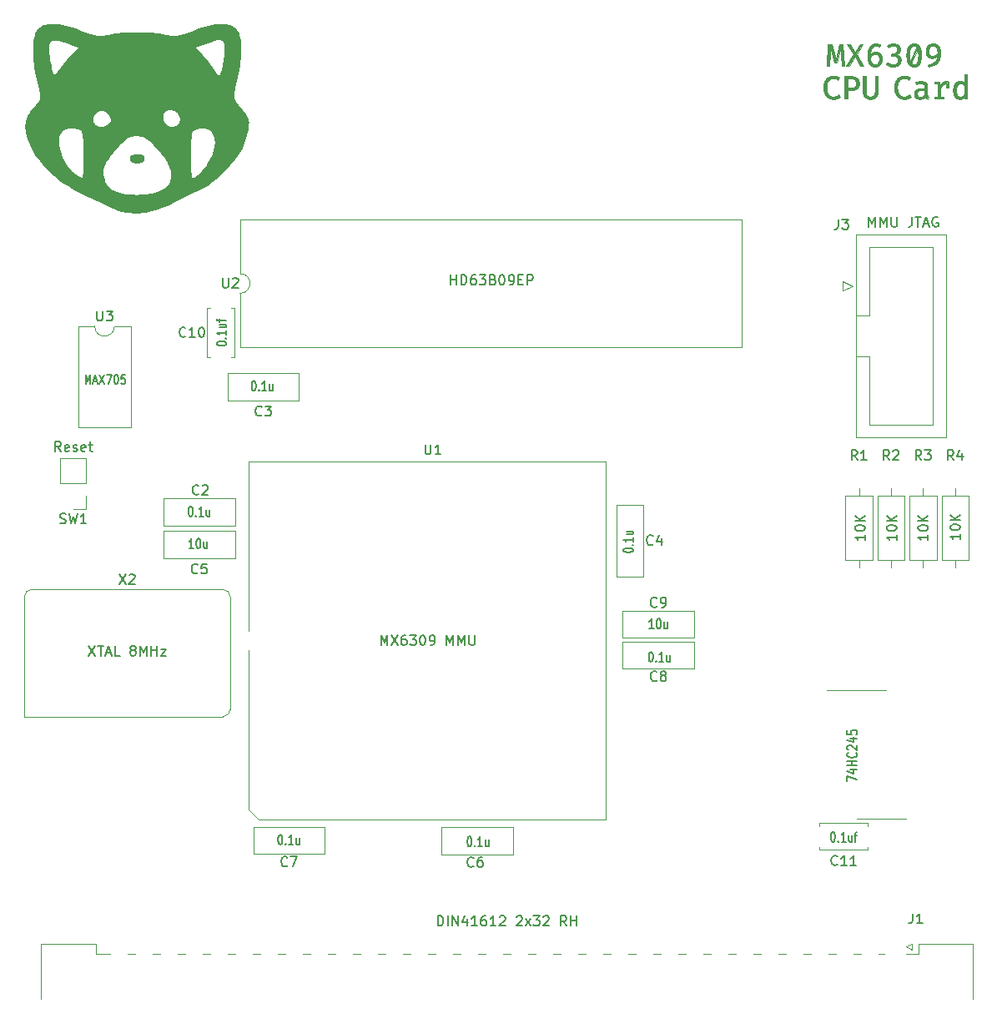
<source format=gbr>
%TF.GenerationSoftware,KiCad,Pcbnew,7.0.5*%
%TF.CreationDate,2024-01-19T11:40:42-07:00*%
%TF.ProjectId,cpu_board,6370755f-626f-4617-9264-2e6b69636164,rev?*%
%TF.SameCoordinates,Original*%
%TF.FileFunction,Legend,Top*%
%TF.FilePolarity,Positive*%
%FSLAX46Y46*%
G04 Gerber Fmt 4.6, Leading zero omitted, Abs format (unit mm)*
G04 Created by KiCad (PCBNEW 7.0.5) date 2024-01-19 11:40:42*
%MOMM*%
%LPD*%
G01*
G04 APERTURE LIST*
%ADD10C,0.050000*%
%ADD11C,0.000000*%
%ADD12C,0.150000*%
%ADD13C,0.190500*%
%ADD14C,0.187500*%
%ADD15C,0.200000*%
%ADD16C,0.120000*%
G04 APERTURE END LIST*
D10*
X148838335Y-68867949D02*
X148854326Y-68868646D01*
X148870287Y-68869706D01*
X148886212Y-68871127D01*
X148902095Y-68872908D01*
X148917928Y-68875049D01*
X148933708Y-68877548D01*
X148949426Y-68880404D01*
X148965078Y-68883616D01*
X148980656Y-68887183D01*
X148996156Y-68891104D01*
X149011570Y-68895378D01*
X149026894Y-68900005D01*
X149042120Y-68904982D01*
X149057242Y-68910309D01*
X149078898Y-68918996D01*
X149100079Y-68928486D01*
X149120783Y-68938780D01*
X149141011Y-68949877D01*
X149160764Y-68961778D01*
X149180041Y-68974482D01*
X149198841Y-68987990D01*
X149217166Y-69002302D01*
X149235015Y-69017417D01*
X149252388Y-69033335D01*
X149269285Y-69050058D01*
X149285706Y-69067584D01*
X149301651Y-69085913D01*
X149317120Y-69105046D01*
X149332113Y-69124983D01*
X149346630Y-69145723D01*
X149350959Y-69152209D01*
X149355225Y-69158736D01*
X149359426Y-69165305D01*
X149363563Y-69171916D01*
X149381795Y-69203235D01*
X149398945Y-69235122D01*
X149415003Y-69267552D01*
X149429954Y-69300494D01*
X149443788Y-69333922D01*
X149456491Y-69367806D01*
X149468052Y-69402118D01*
X149478458Y-69436830D01*
X149495583Y-69500760D01*
X149510444Y-69567832D01*
X149523042Y-69638046D01*
X149533376Y-69711402D01*
X149541447Y-69787901D01*
X149547254Y-69867542D01*
X149550798Y-69950325D01*
X149552079Y-70036251D01*
X149552079Y-70041735D01*
X149551950Y-70082466D01*
X149551217Y-70123183D01*
X149549881Y-70163881D01*
X149547941Y-70204553D01*
X149545397Y-70245191D01*
X149542252Y-70285790D01*
X149538504Y-70326342D01*
X149534154Y-70366840D01*
X149528774Y-70408378D01*
X149522691Y-70448938D01*
X149515903Y-70488518D01*
X149508411Y-70527120D01*
X149500214Y-70564743D01*
X149491313Y-70601387D01*
X149481708Y-70637053D01*
X149471398Y-70671740D01*
X149460384Y-70705448D01*
X149448665Y-70738177D01*
X149436242Y-70769927D01*
X149423115Y-70800699D01*
X149409284Y-70830492D01*
X149394748Y-70859307D01*
X149379508Y-70887142D01*
X149363563Y-70913999D01*
X149354239Y-70929142D01*
X149344517Y-70944004D01*
X149334403Y-70958578D01*
X149323903Y-70972857D01*
X149313025Y-70986832D01*
X149301776Y-71000498D01*
X149290162Y-71013847D01*
X149278190Y-71026871D01*
X149265867Y-71039564D01*
X149253200Y-71051918D01*
X149240195Y-71063926D01*
X149226860Y-71075581D01*
X149213202Y-71086875D01*
X149199226Y-71097801D01*
X149184940Y-71108352D01*
X149170352Y-71118521D01*
X149151078Y-71130704D01*
X149131340Y-71142101D01*
X149111138Y-71152712D01*
X149090472Y-71162537D01*
X149069342Y-71171576D01*
X149047748Y-71179829D01*
X149025690Y-71187296D01*
X149003168Y-71193977D01*
X148980181Y-71199872D01*
X148956731Y-71204981D01*
X148932817Y-71209304D01*
X148908439Y-71212841D01*
X148883597Y-71215592D01*
X148858290Y-71217557D01*
X148832520Y-71218736D01*
X148806285Y-71219129D01*
X148763378Y-71218057D01*
X148721720Y-71214838D01*
X148681312Y-71209474D01*
X148642153Y-71201964D01*
X148604243Y-71192309D01*
X148567583Y-71180508D01*
X148549722Y-71173803D01*
X148532173Y-71166562D01*
X148514936Y-71158784D01*
X148498012Y-71150470D01*
X148481400Y-71141619D01*
X148465101Y-71132232D01*
X148449114Y-71122309D01*
X148433439Y-71111849D01*
X148418077Y-71100852D01*
X148403027Y-71089320D01*
X148388289Y-71077250D01*
X148373864Y-71064645D01*
X148345951Y-71037825D01*
X148319287Y-71008859D01*
X148293873Y-70977747D01*
X148269708Y-70944490D01*
X148264601Y-70936952D01*
X148259580Y-70929358D01*
X148254646Y-70921706D01*
X148249800Y-70913998D01*
X148231495Y-70882599D01*
X148214276Y-70850626D01*
X148198154Y-70818109D01*
X148183142Y-70785077D01*
X148169253Y-70751557D01*
X148156498Y-70717578D01*
X148146624Y-70688309D01*
X148387912Y-70688309D01*
X148490438Y-70881786D01*
X148506801Y-70848648D01*
X148512531Y-70856518D01*
X148517608Y-70863081D01*
X148522768Y-70869476D01*
X148528011Y-70875703D01*
X148533338Y-70881761D01*
X148538748Y-70887650D01*
X148544241Y-70893371D01*
X148549817Y-70898924D01*
X148555476Y-70904308D01*
X148561219Y-70909524D01*
X148567045Y-70914571D01*
X148572953Y-70919450D01*
X148578946Y-70924160D01*
X148585021Y-70928702D01*
X148591179Y-70933076D01*
X148597421Y-70937280D01*
X148603746Y-70941317D01*
X148611281Y-70945806D01*
X148618918Y-70950099D01*
X148626653Y-70954194D01*
X148634483Y-70958090D01*
X148642403Y-70961786D01*
X148650410Y-70965280D01*
X148658499Y-70968571D01*
X148666668Y-70971658D01*
X148674911Y-70974538D01*
X148683225Y-70977210D01*
X148691607Y-70979674D01*
X148700051Y-70981928D01*
X148708555Y-70983969D01*
X148717115Y-70985798D01*
X148725726Y-70987412D01*
X148734384Y-70988810D01*
X148743316Y-70990105D01*
X148752269Y-70991224D01*
X148761241Y-70992167D01*
X148770228Y-70992934D01*
X148779229Y-70993524D01*
X148788240Y-70993937D01*
X148797260Y-70994174D01*
X148806285Y-70994234D01*
X148823904Y-70993853D01*
X148841206Y-70992709D01*
X148858192Y-70990804D01*
X148874862Y-70988136D01*
X148891215Y-70984706D01*
X148907252Y-70980514D01*
X148922973Y-70975559D01*
X148938378Y-70969842D01*
X148953466Y-70963363D01*
X148968239Y-70956122D01*
X148982694Y-70948119D01*
X148996834Y-70939353D01*
X149010657Y-70929825D01*
X149024164Y-70919535D01*
X149037355Y-70908483D01*
X149050230Y-70896668D01*
X149062751Y-70884030D01*
X149074898Y-70870507D01*
X149086671Y-70856098D01*
X149098070Y-70840804D01*
X149109095Y-70824625D01*
X149119745Y-70807561D01*
X149130022Y-70789611D01*
X149139924Y-70770776D01*
X149149452Y-70751056D01*
X149158606Y-70730451D01*
X149167386Y-70708961D01*
X149175791Y-70686585D01*
X149183823Y-70663324D01*
X149191480Y-70639178D01*
X149198764Y-70614147D01*
X149205673Y-70588231D01*
X149210687Y-70567490D01*
X149215402Y-70546682D01*
X149219816Y-70525811D01*
X149223929Y-70504880D01*
X149227740Y-70483892D01*
X149231249Y-70462850D01*
X149234455Y-70441758D01*
X149237358Y-70420618D01*
X149242520Y-70378857D01*
X149246994Y-70335496D01*
X149250780Y-70290535D01*
X149253877Y-70243975D01*
X149256286Y-70195814D01*
X149258007Y-70146054D01*
X149259040Y-70094694D01*
X149259384Y-70041734D01*
X149259142Y-69991550D01*
X149258288Y-69941436D01*
X149256822Y-69891377D01*
X149254743Y-69841361D01*
X149251896Y-69791306D01*
X149248369Y-69743091D01*
X149244161Y-69696738D01*
X149239275Y-69652267D01*
X149236777Y-69631978D01*
X149234027Y-69611724D01*
X149231023Y-69591507D01*
X149227766Y-69571330D01*
X149224257Y-69551195D01*
X149220497Y-69531106D01*
X149216485Y-69511063D01*
X149212222Y-69491070D01*
X149206128Y-69465267D01*
X149200517Y-69443794D01*
X148506801Y-70848648D01*
X148505512Y-70846877D01*
X148498730Y-70837073D01*
X148492189Y-70827112D01*
X148485891Y-70816997D01*
X148479839Y-70806733D01*
X148474036Y-70796325D01*
X148468484Y-70785776D01*
X148463186Y-70775092D01*
X148459161Y-70766666D01*
X148455256Y-70758185D01*
X148451469Y-70749652D01*
X148447803Y-70741067D01*
X148444256Y-70732431D01*
X148440831Y-70723747D01*
X148437528Y-70715014D01*
X148434347Y-70706235D01*
X148430155Y-70694156D01*
X148426078Y-70681798D01*
X148422118Y-70669161D01*
X148418273Y-70656245D01*
X148414544Y-70643050D01*
X148413099Y-70637660D01*
X148387912Y-70688309D01*
X148146624Y-70688309D01*
X148144890Y-70683169D01*
X148134442Y-70648357D01*
X148117240Y-70584242D01*
X148102311Y-70516978D01*
X148089657Y-70446566D01*
X148079276Y-70373003D01*
X148071169Y-70296291D01*
X148065336Y-70216428D01*
X148061777Y-70133414D01*
X148060491Y-70047249D01*
X148060490Y-70041734D01*
X148354840Y-70041734D01*
X148355029Y-70087270D01*
X148355711Y-70132761D01*
X148356884Y-70178215D01*
X148358550Y-70223639D01*
X148360745Y-70267464D01*
X148363439Y-70309906D01*
X148366630Y-70350951D01*
X148370318Y-70390587D01*
X148372702Y-70412970D01*
X148375326Y-70435325D01*
X148378191Y-70457651D01*
X148381297Y-70479946D01*
X148383570Y-70495279D01*
X148386007Y-70510586D01*
X148388608Y-70525864D01*
X148391371Y-70541113D01*
X148394298Y-70556331D01*
X148397387Y-70571517D01*
X148400638Y-70586671D01*
X148404051Y-70601790D01*
X148407433Y-70615822D01*
X148410931Y-70629576D01*
X148413099Y-70637660D01*
X149109407Y-69237409D01*
X149111812Y-69240679D01*
X149122453Y-69256608D01*
X149132681Y-69273434D01*
X149142495Y-69291159D01*
X149151896Y-69309780D01*
X149160884Y-69329300D01*
X149169458Y-69349717D01*
X149177619Y-69371032D01*
X149185366Y-69393244D01*
X149192700Y-69416354D01*
X149199621Y-69440362D01*
X149200517Y-69443794D01*
X149214735Y-69415002D01*
X149141975Y-69171916D01*
X149109407Y-69237409D01*
X149100758Y-69225647D01*
X149089290Y-69211514D01*
X149077408Y-69198277D01*
X149065114Y-69185939D01*
X149055103Y-69176853D01*
X149044770Y-69168194D01*
X149034127Y-69159969D01*
X149023190Y-69152185D01*
X149011972Y-69144848D01*
X149000488Y-69137966D01*
X148988750Y-69131544D01*
X148976775Y-69125589D01*
X148964575Y-69120109D01*
X148952165Y-69115110D01*
X148939559Y-69110598D01*
X148926772Y-69106580D01*
X148913816Y-69103063D01*
X148900707Y-69100053D01*
X148887458Y-69097558D01*
X148874084Y-69095584D01*
X148865654Y-69094462D01*
X148857206Y-69093492D01*
X148848744Y-69092675D01*
X148840270Y-69092011D01*
X148831784Y-69091500D01*
X148823290Y-69091143D01*
X148814790Y-69090938D01*
X148806285Y-69090887D01*
X148786638Y-69091277D01*
X148767164Y-69092799D01*
X148747908Y-69095432D01*
X148728912Y-69099156D01*
X148710221Y-69103949D01*
X148691877Y-69109790D01*
X148673924Y-69116660D01*
X148656405Y-69124535D01*
X148639363Y-69133397D01*
X148622842Y-69143222D01*
X148606884Y-69153992D01*
X148591534Y-69165684D01*
X148576834Y-69178278D01*
X148562828Y-69191753D01*
X148549559Y-69206087D01*
X148537071Y-69221261D01*
X148528405Y-69232082D01*
X148520011Y-69243109D01*
X148511893Y-69254334D01*
X148504053Y-69265754D01*
X148496496Y-69277363D01*
X148489226Y-69289155D01*
X148482244Y-69301126D01*
X148475556Y-69313270D01*
X148460938Y-69342183D01*
X148447263Y-69373313D01*
X148434531Y-69406657D01*
X148422743Y-69442217D01*
X148411897Y-69479992D01*
X148401994Y-69519983D01*
X148393035Y-69562189D01*
X148385019Y-69606610D01*
X148377946Y-69653246D01*
X148371815Y-69702099D01*
X148366629Y-69753166D01*
X148362385Y-69806449D01*
X148359084Y-69861947D01*
X148356726Y-69919660D01*
X148355311Y-69979589D01*
X148354840Y-70041734D01*
X148060490Y-70041734D01*
X148061675Y-69953906D01*
X148065228Y-69869349D01*
X148071150Y-69788062D01*
X148079441Y-69710045D01*
X148090101Y-69635298D01*
X148103129Y-69563822D01*
X148110532Y-69529310D01*
X148118527Y-69495615D01*
X148127114Y-69462738D01*
X148136293Y-69430678D01*
X148146681Y-69396774D01*
X148158181Y-69363261D01*
X148170781Y-69330167D01*
X148184469Y-69297518D01*
X148199234Y-69265342D01*
X148215062Y-69233665D01*
X148231944Y-69202514D01*
X148249866Y-69171916D01*
X148274224Y-69135071D01*
X148299972Y-69100602D01*
X148327108Y-69068511D01*
X148355633Y-69038797D01*
X148385548Y-69011461D01*
X148416852Y-68986501D01*
X148449544Y-68963918D01*
X148483626Y-68943713D01*
X148519097Y-68925884D01*
X148555957Y-68910433D01*
X148594206Y-68897359D01*
X148633844Y-68886662D01*
X148674871Y-68878342D01*
X148717287Y-68872399D01*
X148761092Y-68868834D01*
X148806286Y-68867645D01*
X148822320Y-68867615D01*
X148838335Y-68867949D01*
G36*
X148838335Y-68867949D02*
G01*
X148854326Y-68868646D01*
X148870287Y-68869706D01*
X148886212Y-68871127D01*
X148902095Y-68872908D01*
X148917928Y-68875049D01*
X148933708Y-68877548D01*
X148949426Y-68880404D01*
X148965078Y-68883616D01*
X148980656Y-68887183D01*
X148996156Y-68891104D01*
X149011570Y-68895378D01*
X149026894Y-68900005D01*
X149042120Y-68904982D01*
X149057242Y-68910309D01*
X149078898Y-68918996D01*
X149100079Y-68928486D01*
X149120783Y-68938780D01*
X149141011Y-68949877D01*
X149160764Y-68961778D01*
X149180041Y-68974482D01*
X149198841Y-68987990D01*
X149217166Y-69002302D01*
X149235015Y-69017417D01*
X149252388Y-69033335D01*
X149269285Y-69050058D01*
X149285706Y-69067584D01*
X149301651Y-69085913D01*
X149317120Y-69105046D01*
X149332113Y-69124983D01*
X149346630Y-69145723D01*
X149350959Y-69152209D01*
X149355225Y-69158736D01*
X149359426Y-69165305D01*
X149363563Y-69171916D01*
X149381795Y-69203235D01*
X149398945Y-69235122D01*
X149415003Y-69267552D01*
X149429954Y-69300494D01*
X149443788Y-69333922D01*
X149456491Y-69367806D01*
X149468052Y-69402118D01*
X149478458Y-69436830D01*
X149495583Y-69500760D01*
X149510444Y-69567832D01*
X149523042Y-69638046D01*
X149533376Y-69711402D01*
X149541447Y-69787901D01*
X149547254Y-69867542D01*
X149550798Y-69950325D01*
X149552079Y-70036251D01*
X149552079Y-70041735D01*
X149551950Y-70082466D01*
X149551217Y-70123183D01*
X149549881Y-70163881D01*
X149547941Y-70204553D01*
X149545397Y-70245191D01*
X149542252Y-70285790D01*
X149538504Y-70326342D01*
X149534154Y-70366840D01*
X149528774Y-70408378D01*
X149522691Y-70448938D01*
X149515903Y-70488518D01*
X149508411Y-70527120D01*
X149500214Y-70564743D01*
X149491313Y-70601387D01*
X149481708Y-70637053D01*
X149471398Y-70671740D01*
X149460384Y-70705448D01*
X149448665Y-70738177D01*
X149436242Y-70769927D01*
X149423115Y-70800699D01*
X149409284Y-70830492D01*
X149394748Y-70859307D01*
X149379508Y-70887142D01*
X149363563Y-70913999D01*
X149354239Y-70929142D01*
X149344517Y-70944004D01*
X149334403Y-70958578D01*
X149323903Y-70972857D01*
X149313025Y-70986832D01*
X149301776Y-71000498D01*
X149290162Y-71013847D01*
X149278190Y-71026871D01*
X149265867Y-71039564D01*
X149253200Y-71051918D01*
X149240195Y-71063926D01*
X149226860Y-71075581D01*
X149213202Y-71086875D01*
X149199226Y-71097801D01*
X149184940Y-71108352D01*
X149170352Y-71118521D01*
X149151078Y-71130704D01*
X149131340Y-71142101D01*
X149111138Y-71152712D01*
X149090472Y-71162537D01*
X149069342Y-71171576D01*
X149047748Y-71179829D01*
X149025690Y-71187296D01*
X149003168Y-71193977D01*
X148980181Y-71199872D01*
X148956731Y-71204981D01*
X148932817Y-71209304D01*
X148908439Y-71212841D01*
X148883597Y-71215592D01*
X148858290Y-71217557D01*
X148832520Y-71218736D01*
X148806285Y-71219129D01*
X148763378Y-71218057D01*
X148721720Y-71214838D01*
X148681312Y-71209474D01*
X148642153Y-71201964D01*
X148604243Y-71192309D01*
X148567583Y-71180508D01*
X148549722Y-71173803D01*
X148532173Y-71166562D01*
X148514936Y-71158784D01*
X148498012Y-71150470D01*
X148481400Y-71141619D01*
X148465101Y-71132232D01*
X148449114Y-71122309D01*
X148433439Y-71111849D01*
X148418077Y-71100852D01*
X148403027Y-71089320D01*
X148388289Y-71077250D01*
X148373864Y-71064645D01*
X148345951Y-71037825D01*
X148319287Y-71008859D01*
X148293873Y-70977747D01*
X148269708Y-70944490D01*
X148264601Y-70936952D01*
X148259580Y-70929358D01*
X148254646Y-70921706D01*
X148249800Y-70913998D01*
X148231495Y-70882599D01*
X148214276Y-70850626D01*
X148198154Y-70818109D01*
X148183142Y-70785077D01*
X148169253Y-70751557D01*
X148156498Y-70717578D01*
X148146624Y-70688309D01*
X148387912Y-70688309D01*
X148490438Y-70881786D01*
X148506801Y-70848648D01*
X148512531Y-70856518D01*
X148517608Y-70863081D01*
X148522768Y-70869476D01*
X148528011Y-70875703D01*
X148533338Y-70881761D01*
X148538748Y-70887650D01*
X148544241Y-70893371D01*
X148549817Y-70898924D01*
X148555476Y-70904308D01*
X148561219Y-70909524D01*
X148567045Y-70914571D01*
X148572953Y-70919450D01*
X148578946Y-70924160D01*
X148585021Y-70928702D01*
X148591179Y-70933076D01*
X148597421Y-70937280D01*
X148603746Y-70941317D01*
X148611281Y-70945806D01*
X148618918Y-70950099D01*
X148626653Y-70954194D01*
X148634483Y-70958090D01*
X148642403Y-70961786D01*
X148650410Y-70965280D01*
X148658499Y-70968571D01*
X148666668Y-70971658D01*
X148674911Y-70974538D01*
X148683225Y-70977210D01*
X148691607Y-70979674D01*
X148700051Y-70981928D01*
X148708555Y-70983969D01*
X148717115Y-70985798D01*
X148725726Y-70987412D01*
X148734384Y-70988810D01*
X148743316Y-70990105D01*
X148752269Y-70991224D01*
X148761241Y-70992167D01*
X148770228Y-70992934D01*
X148779229Y-70993524D01*
X148788240Y-70993937D01*
X148797260Y-70994174D01*
X148806285Y-70994234D01*
X148823904Y-70993853D01*
X148841206Y-70992709D01*
X148858192Y-70990804D01*
X148874862Y-70988136D01*
X148891215Y-70984706D01*
X148907252Y-70980514D01*
X148922973Y-70975559D01*
X148938378Y-70969842D01*
X148953466Y-70963363D01*
X148968239Y-70956122D01*
X148982694Y-70948119D01*
X148996834Y-70939353D01*
X149010657Y-70929825D01*
X149024164Y-70919535D01*
X149037355Y-70908483D01*
X149050230Y-70896668D01*
X149062751Y-70884030D01*
X149074898Y-70870507D01*
X149086671Y-70856098D01*
X149098070Y-70840804D01*
X149109095Y-70824625D01*
X149119745Y-70807561D01*
X149130022Y-70789611D01*
X149139924Y-70770776D01*
X149149452Y-70751056D01*
X149158606Y-70730451D01*
X149167386Y-70708961D01*
X149175791Y-70686585D01*
X149183823Y-70663324D01*
X149191480Y-70639178D01*
X149198764Y-70614147D01*
X149205673Y-70588231D01*
X149210687Y-70567490D01*
X149215402Y-70546682D01*
X149219816Y-70525811D01*
X149223929Y-70504880D01*
X149227740Y-70483892D01*
X149231249Y-70462850D01*
X149234455Y-70441758D01*
X149237358Y-70420618D01*
X149242520Y-70378857D01*
X149246994Y-70335496D01*
X149250780Y-70290535D01*
X149253877Y-70243975D01*
X149256286Y-70195814D01*
X149258007Y-70146054D01*
X149259040Y-70094694D01*
X149259384Y-70041734D01*
X149259142Y-69991550D01*
X149258288Y-69941436D01*
X149256822Y-69891377D01*
X149254743Y-69841361D01*
X149251896Y-69791306D01*
X149248369Y-69743091D01*
X149244161Y-69696738D01*
X149239275Y-69652267D01*
X149236777Y-69631978D01*
X149234027Y-69611724D01*
X149231023Y-69591507D01*
X149227766Y-69571330D01*
X149224257Y-69551195D01*
X149220497Y-69531106D01*
X149216485Y-69511063D01*
X149212222Y-69491070D01*
X149206128Y-69465267D01*
X149200517Y-69443794D01*
X148506801Y-70848648D01*
X148505512Y-70846877D01*
X148498730Y-70837073D01*
X148492189Y-70827112D01*
X148485891Y-70816997D01*
X148479839Y-70806733D01*
X148474036Y-70796325D01*
X148468484Y-70785776D01*
X148463186Y-70775092D01*
X148459161Y-70766666D01*
X148455256Y-70758185D01*
X148451469Y-70749652D01*
X148447803Y-70741067D01*
X148444256Y-70732431D01*
X148440831Y-70723747D01*
X148437528Y-70715014D01*
X148434347Y-70706235D01*
X148430155Y-70694156D01*
X148426078Y-70681798D01*
X148422118Y-70669161D01*
X148418273Y-70656245D01*
X148414544Y-70643050D01*
X148413099Y-70637660D01*
X148387912Y-70688309D01*
X148146624Y-70688309D01*
X148144890Y-70683169D01*
X148134442Y-70648357D01*
X148117240Y-70584242D01*
X148102311Y-70516978D01*
X148089657Y-70446566D01*
X148079276Y-70373003D01*
X148071169Y-70296291D01*
X148065336Y-70216428D01*
X148061777Y-70133414D01*
X148060491Y-70047249D01*
X148060490Y-70041734D01*
X148354840Y-70041734D01*
X148355029Y-70087270D01*
X148355711Y-70132761D01*
X148356884Y-70178215D01*
X148358550Y-70223639D01*
X148360745Y-70267464D01*
X148363439Y-70309906D01*
X148366630Y-70350951D01*
X148370318Y-70390587D01*
X148372702Y-70412970D01*
X148375326Y-70435325D01*
X148378191Y-70457651D01*
X148381297Y-70479946D01*
X148383570Y-70495279D01*
X148386007Y-70510586D01*
X148388608Y-70525864D01*
X148391371Y-70541113D01*
X148394298Y-70556331D01*
X148397387Y-70571517D01*
X148400638Y-70586671D01*
X148404051Y-70601790D01*
X148407433Y-70615822D01*
X148410931Y-70629576D01*
X148413099Y-70637660D01*
X149109407Y-69237409D01*
X149111812Y-69240679D01*
X149122453Y-69256608D01*
X149132681Y-69273434D01*
X149142495Y-69291159D01*
X149151896Y-69309780D01*
X149160884Y-69329300D01*
X149169458Y-69349717D01*
X149177619Y-69371032D01*
X149185366Y-69393244D01*
X149192700Y-69416354D01*
X149199621Y-69440362D01*
X149200517Y-69443794D01*
X149214735Y-69415002D01*
X149141975Y-69171916D01*
X149109407Y-69237409D01*
X149100758Y-69225647D01*
X149089290Y-69211514D01*
X149077408Y-69198277D01*
X149065114Y-69185939D01*
X149055103Y-69176853D01*
X149044770Y-69168194D01*
X149034127Y-69159969D01*
X149023190Y-69152185D01*
X149011972Y-69144848D01*
X149000488Y-69137966D01*
X148988750Y-69131544D01*
X148976775Y-69125589D01*
X148964575Y-69120109D01*
X148952165Y-69115110D01*
X148939559Y-69110598D01*
X148926772Y-69106580D01*
X148913816Y-69103063D01*
X148900707Y-69100053D01*
X148887458Y-69097558D01*
X148874084Y-69095584D01*
X148865654Y-69094462D01*
X148857206Y-69093492D01*
X148848744Y-69092675D01*
X148840270Y-69092011D01*
X148831784Y-69091500D01*
X148823290Y-69091143D01*
X148814790Y-69090938D01*
X148806285Y-69090887D01*
X148786638Y-69091277D01*
X148767164Y-69092799D01*
X148747908Y-69095432D01*
X148728912Y-69099156D01*
X148710221Y-69103949D01*
X148691877Y-69109790D01*
X148673924Y-69116660D01*
X148656405Y-69124535D01*
X148639363Y-69133397D01*
X148622842Y-69143222D01*
X148606884Y-69153992D01*
X148591534Y-69165684D01*
X148576834Y-69178278D01*
X148562828Y-69191753D01*
X148549559Y-69206087D01*
X148537071Y-69221261D01*
X148528405Y-69232082D01*
X148520011Y-69243109D01*
X148511893Y-69254334D01*
X148504053Y-69265754D01*
X148496496Y-69277363D01*
X148489226Y-69289155D01*
X148482244Y-69301126D01*
X148475556Y-69313270D01*
X148460938Y-69342183D01*
X148447263Y-69373313D01*
X148434531Y-69406657D01*
X148422743Y-69442217D01*
X148411897Y-69479992D01*
X148401994Y-69519983D01*
X148393035Y-69562189D01*
X148385019Y-69606610D01*
X148377946Y-69653246D01*
X148371815Y-69702099D01*
X148366629Y-69753166D01*
X148362385Y-69806449D01*
X148359084Y-69861947D01*
X148356726Y-69919660D01*
X148355311Y-69979589D01*
X148354840Y-70041734D01*
X148060490Y-70041734D01*
X148061675Y-69953906D01*
X148065228Y-69869349D01*
X148071150Y-69788062D01*
X148079441Y-69710045D01*
X148090101Y-69635298D01*
X148103129Y-69563822D01*
X148110532Y-69529310D01*
X148118527Y-69495615D01*
X148127114Y-69462738D01*
X148136293Y-69430678D01*
X148146681Y-69396774D01*
X148158181Y-69363261D01*
X148170781Y-69330167D01*
X148184469Y-69297518D01*
X148199234Y-69265342D01*
X148215062Y-69233665D01*
X148231944Y-69202514D01*
X148249866Y-69171916D01*
X148274224Y-69135071D01*
X148299972Y-69100602D01*
X148327108Y-69068511D01*
X148355633Y-69038797D01*
X148385548Y-69011461D01*
X148416852Y-68986501D01*
X148449544Y-68963918D01*
X148483626Y-68943713D01*
X148519097Y-68925884D01*
X148555957Y-68910433D01*
X148594206Y-68897359D01*
X148633844Y-68886662D01*
X148674871Y-68878342D01*
X148717287Y-68872399D01*
X148761092Y-68868834D01*
X148806286Y-68867645D01*
X148822320Y-68867615D01*
X148838335Y-68867949D01*
G37*
D11*
G36*
X70125361Y-80128408D02*
G01*
X70232163Y-80132355D01*
X70281412Y-80135391D01*
X70327958Y-80139169D01*
X70371849Y-80143713D01*
X70413134Y-80149046D01*
X70451861Y-80155193D01*
X70488078Y-80162178D01*
X70521834Y-80170026D01*
X70553177Y-80178760D01*
X70582156Y-80188405D01*
X70608820Y-80198984D01*
X70633216Y-80210524D01*
X70655393Y-80223046D01*
X70675400Y-80236577D01*
X70693285Y-80251139D01*
X70709096Y-80266757D01*
X70722883Y-80283456D01*
X70734692Y-80301259D01*
X70744574Y-80320191D01*
X70752576Y-80340277D01*
X70758746Y-80361539D01*
X70763134Y-80384003D01*
X70765787Y-80407693D01*
X70766754Y-80432632D01*
X70766084Y-80458846D01*
X70763825Y-80486358D01*
X70760025Y-80515193D01*
X70754733Y-80545374D01*
X70747997Y-80576927D01*
X70734735Y-80634598D01*
X70715079Y-80688548D01*
X70689454Y-80738777D01*
X70658287Y-80785286D01*
X70622003Y-80828074D01*
X70581030Y-80867141D01*
X70535794Y-80902488D01*
X70486721Y-80934114D01*
X70434237Y-80962019D01*
X70378769Y-80986204D01*
X70320743Y-81006668D01*
X70260585Y-81023411D01*
X70198722Y-81036433D01*
X70135579Y-81045735D01*
X70071585Y-81051316D01*
X70007164Y-81053177D01*
X69942742Y-81051316D01*
X69878748Y-81045735D01*
X69815606Y-81036433D01*
X69753742Y-81023411D01*
X69693585Y-81006668D01*
X69635558Y-80986204D01*
X69580090Y-80962019D01*
X69527606Y-80934114D01*
X69478533Y-80902488D01*
X69433297Y-80867141D01*
X69392324Y-80828074D01*
X69356041Y-80785286D01*
X69324873Y-80738777D01*
X69299248Y-80688548D01*
X69279592Y-80634598D01*
X69266330Y-80576927D01*
X69254303Y-80515193D01*
X69248244Y-80458846D01*
X69247573Y-80432632D01*
X69248541Y-80407693D01*
X69251194Y-80384003D01*
X69255582Y-80361539D01*
X69261752Y-80340277D01*
X69269754Y-80320191D01*
X69279635Y-80301259D01*
X69291445Y-80283456D01*
X69305231Y-80266757D01*
X69321043Y-80251139D01*
X69338928Y-80236577D01*
X69358934Y-80223046D01*
X69381112Y-80210524D01*
X69405508Y-80198984D01*
X69432171Y-80188405D01*
X69461150Y-80178760D01*
X69526250Y-80162178D01*
X69601193Y-80149046D01*
X69686369Y-80139169D01*
X69782164Y-80132355D01*
X69888967Y-80128408D01*
X70007164Y-80127135D01*
X70125361Y-80128408D01*
G37*
D10*
X154228288Y-72020539D02*
X154228288Y-74462973D01*
X153985203Y-74462973D01*
X153958745Y-74233116D01*
X153947908Y-74248307D01*
X153936693Y-74263208D01*
X153925104Y-74277814D01*
X153913148Y-74292116D01*
X153900832Y-74306109D01*
X153888160Y-74319785D01*
X153875139Y-74333138D01*
X153861774Y-74346160D01*
X153854618Y-74352842D01*
X153847349Y-74359393D01*
X153839968Y-74365811D01*
X153832477Y-74372094D01*
X153824878Y-74378241D01*
X153817173Y-74384251D01*
X153809364Y-74390123D01*
X153801452Y-74395855D01*
X153793441Y-74401445D01*
X153785330Y-74406893D01*
X153777124Y-74412198D01*
X153768822Y-74417357D01*
X153760428Y-74422369D01*
X153751943Y-74427234D01*
X153743368Y-74431950D01*
X153734707Y-74436515D01*
X153718822Y-74444324D01*
X153702802Y-74451630D01*
X153686647Y-74458432D01*
X153670356Y-74464730D01*
X153653930Y-74470525D01*
X153637368Y-74475815D01*
X153620671Y-74480602D01*
X153603839Y-74484884D01*
X153586871Y-74488663D01*
X153569767Y-74491938D01*
X153552529Y-74494709D01*
X153535154Y-74496977D01*
X153517645Y-74498740D01*
X153500000Y-74500000D01*
X153482220Y-74500755D01*
X153464304Y-74501007D01*
X153443129Y-74500855D01*
X153421979Y-74500095D01*
X153400870Y-74498731D01*
X153379812Y-74496763D01*
X153358819Y-74494193D01*
X153337904Y-74491022D01*
X153317080Y-74487252D01*
X153296360Y-74482883D01*
X153282397Y-74479576D01*
X153268547Y-74475894D01*
X153254817Y-74471841D01*
X153241216Y-74467420D01*
X153227749Y-74462635D01*
X153214425Y-74457489D01*
X153201250Y-74451985D01*
X153188231Y-74446126D01*
X153175377Y-74439917D01*
X153162693Y-74433360D01*
X153150187Y-74426459D01*
X153137866Y-74419217D01*
X153125738Y-74411637D01*
X153113810Y-74403723D01*
X153102088Y-74395478D01*
X153090581Y-74386905D01*
X153077506Y-74376357D01*
X153064737Y-74365475D01*
X153052279Y-74354265D01*
X153040138Y-74342734D01*
X153028319Y-74330890D01*
X153016828Y-74318740D01*
X153005671Y-74306290D01*
X152994855Y-74293548D01*
X152984383Y-74280520D01*
X152974263Y-74267214D01*
X152964501Y-74253636D01*
X152955101Y-74239794D01*
X152946070Y-74225694D01*
X152937413Y-74211344D01*
X152929137Y-74196750D01*
X152921246Y-74181920D01*
X152914199Y-74168173D01*
X152907414Y-74154300D01*
X152900893Y-74140304D01*
X152894637Y-74126189D01*
X152888648Y-74111958D01*
X152882927Y-74097616D01*
X152877477Y-74083166D01*
X152872299Y-74068612D01*
X152863125Y-74040724D01*
X152854625Y-74012636D01*
X152846801Y-73984361D01*
X152839657Y-73955911D01*
X152833194Y-73927298D01*
X152827416Y-73898536D01*
X152822327Y-73869634D01*
X152817928Y-73840608D01*
X152814238Y-73813393D01*
X152811007Y-73785756D01*
X152808235Y-73757698D01*
X152805921Y-73729218D01*
X152804067Y-73700316D01*
X152802672Y-73670993D01*
X152801735Y-73641248D01*
X152801258Y-73611081D01*
X152801209Y-73602943D01*
X152801192Y-73594811D01*
X152801192Y-73594810D01*
X153103808Y-73594810D01*
X153103867Y-73614642D01*
X153104151Y-73634469D01*
X153104659Y-73654290D01*
X153105390Y-73674103D01*
X153106346Y-73693905D01*
X153107526Y-73713697D01*
X153108929Y-73733474D01*
X153110556Y-73753236D01*
X153112424Y-73772358D01*
X153114520Y-73791133D01*
X153116847Y-73809562D01*
X153119403Y-73827644D01*
X153122188Y-73845378D01*
X153125203Y-73862766D01*
X153128448Y-73879807D01*
X153131922Y-73896500D01*
X153134024Y-73906014D01*
X153136234Y-73915502D01*
X153138553Y-73924963D01*
X153140980Y-73934398D01*
X153143515Y-73943803D01*
X153146158Y-73953180D01*
X153148907Y-73962526D01*
X153151765Y-73971840D01*
X153156752Y-73987089D01*
X153161973Y-74001946D01*
X153167428Y-74016411D01*
X153173117Y-74030483D01*
X153179041Y-74044163D01*
X153185198Y-74057451D01*
X153191590Y-74070346D01*
X153198216Y-74082850D01*
X153205075Y-74094961D01*
X153212169Y-74106680D01*
X153219497Y-74118006D01*
X153227060Y-74128941D01*
X153234856Y-74139483D01*
X153242886Y-74149633D01*
X153251151Y-74159391D01*
X153259649Y-74168757D01*
X153263609Y-74172910D01*
X153267638Y-74176995D01*
X153271733Y-74181012D01*
X153275894Y-74184960D01*
X153280121Y-74188838D01*
X153284412Y-74192645D01*
X153288767Y-74196380D01*
X153293184Y-74200043D01*
X153305024Y-74209255D01*
X153317193Y-74217872D01*
X153329692Y-74225895D01*
X153342521Y-74233323D01*
X153355679Y-74240157D01*
X153369167Y-74246397D01*
X153382985Y-74252043D01*
X153397133Y-74257094D01*
X153411610Y-74261551D01*
X153426417Y-74265414D01*
X153441553Y-74268683D01*
X153457020Y-74271357D01*
X153472816Y-74273437D01*
X153488941Y-74274923D01*
X153505396Y-74275814D01*
X153522181Y-74276111D01*
X153539187Y-74275931D01*
X153556153Y-74275090D01*
X153573060Y-74273591D01*
X153589891Y-74271438D01*
X153606625Y-74268633D01*
X153623244Y-74265179D01*
X153639729Y-74261078D01*
X153656060Y-74256334D01*
X153664208Y-74253632D01*
X153672284Y-74250745D01*
X153680285Y-74247674D01*
X153688207Y-74244421D01*
X153696047Y-74240988D01*
X153703803Y-74237376D01*
X153711472Y-74233586D01*
X153719050Y-74229621D01*
X153726534Y-74225482D01*
X153733922Y-74221171D01*
X153741210Y-74216689D01*
X153748395Y-74212038D01*
X153755475Y-74207219D01*
X153762446Y-74202235D01*
X153769305Y-74197086D01*
X153776049Y-74191775D01*
X153787109Y-74182818D01*
X153798009Y-74173678D01*
X153808746Y-74164356D01*
X153819318Y-74154856D01*
X153829724Y-74145180D01*
X153839960Y-74135329D01*
X153850025Y-74125306D01*
X153859917Y-74115114D01*
X153869633Y-74104754D01*
X153879171Y-74094228D01*
X153888530Y-74083540D01*
X153897707Y-74072691D01*
X153906699Y-74061684D01*
X153915505Y-74050520D01*
X153924123Y-74039203D01*
X153932550Y-74027734D01*
X153937132Y-74021271D01*
X153941647Y-74014762D01*
X153946095Y-74008208D01*
X153950476Y-74001607D01*
X153950476Y-73131789D01*
X153945009Y-73123695D01*
X153939402Y-73115703D01*
X153933658Y-73107815D01*
X153927777Y-73100033D01*
X153921763Y-73092358D01*
X153915615Y-73084792D01*
X153909336Y-73077337D01*
X153902926Y-73069994D01*
X153896389Y-73062766D01*
X153889724Y-73055653D01*
X153882934Y-73048658D01*
X153876020Y-73041782D01*
X153868984Y-73035027D01*
X153861827Y-73028394D01*
X153854550Y-73021886D01*
X153847155Y-73015504D01*
X153839035Y-73008841D01*
X153830777Y-73002355D01*
X153822384Y-72996049D01*
X153813858Y-72989924D01*
X153805204Y-72983983D01*
X153796424Y-72978228D01*
X153787520Y-72972661D01*
X153778497Y-72967284D01*
X153765810Y-72960171D01*
X153752969Y-72953517D01*
X153739972Y-72947322D01*
X153726821Y-72941586D01*
X153713514Y-72936309D01*
X153700052Y-72931491D01*
X153686436Y-72927131D01*
X153672664Y-72923231D01*
X153658737Y-72919789D01*
X153644655Y-72916806D01*
X153630418Y-72914282D01*
X153616026Y-72912217D01*
X153601479Y-72910611D01*
X153586777Y-72909464D01*
X153571920Y-72908776D01*
X153556907Y-72908546D01*
X153547380Y-72908535D01*
X153537863Y-72908727D01*
X153528358Y-72909122D01*
X153518869Y-72909719D01*
X153499952Y-72911519D01*
X153481138Y-72914123D01*
X153462451Y-72917526D01*
X153443918Y-72921725D01*
X153434718Y-72924121D01*
X153425565Y-72926714D01*
X153416464Y-72929505D01*
X153407417Y-72932491D01*
X153393252Y-72937910D01*
X153379358Y-72943878D01*
X153365748Y-72950385D01*
X153352437Y-72957419D01*
X153339438Y-72964970D01*
X153326768Y-72973025D01*
X153314439Y-72981574D01*
X153302466Y-72990605D01*
X153290864Y-73000108D01*
X153279646Y-73010070D01*
X153268827Y-73020481D01*
X153258421Y-73031329D01*
X153248443Y-73042604D01*
X153238907Y-73054293D01*
X153229827Y-73066386D01*
X153221218Y-73078872D01*
X153210282Y-73095835D01*
X153199983Y-73113169D01*
X153190329Y-73130855D01*
X153181327Y-73148874D01*
X153172988Y-73167210D01*
X153165320Y-73185843D01*
X153158331Y-73204756D01*
X153152030Y-73223930D01*
X153146556Y-73241655D01*
X153141411Y-73259872D01*
X153136597Y-73278581D01*
X153132112Y-73297781D01*
X153127956Y-73317474D01*
X153124131Y-73337659D01*
X153117469Y-73379505D01*
X153112125Y-73423318D01*
X153108101Y-73469099D01*
X153105395Y-73516848D01*
X153104008Y-73566565D01*
X153103857Y-73580688D01*
X153103808Y-73594810D01*
X152801192Y-73594810D01*
X152801401Y-73563728D01*
X152802278Y-73532666D01*
X152803820Y-73501637D01*
X152806028Y-73470652D01*
X152808901Y-73439721D01*
X152812438Y-73408856D01*
X152816637Y-73378066D01*
X152821498Y-73347363D01*
X152826629Y-73319273D01*
X152832470Y-73291337D01*
X152839017Y-73263567D01*
X152846267Y-73235978D01*
X152854216Y-73208582D01*
X152862860Y-73181393D01*
X152872196Y-73154424D01*
X152882220Y-73127688D01*
X152892630Y-73102292D01*
X152903602Y-73077580D01*
X152915136Y-73053554D01*
X152927233Y-73030214D01*
X152939891Y-73007558D01*
X152953112Y-72985588D01*
X152966896Y-72964303D01*
X152981241Y-72943703D01*
X152996149Y-72923788D01*
X153011619Y-72904559D01*
X153027651Y-72886015D01*
X153044245Y-72868156D01*
X153061402Y-72850982D01*
X153079121Y-72834494D01*
X153097402Y-72818691D01*
X153116245Y-72803573D01*
X153132497Y-72791550D01*
X153149130Y-72780141D01*
X153166128Y-72769354D01*
X153183472Y-72759195D01*
X153201144Y-72749671D01*
X153219127Y-72740789D01*
X153237402Y-72732556D01*
X153255952Y-72724980D01*
X153274760Y-72718066D01*
X153293807Y-72711822D01*
X153313075Y-72706254D01*
X153332547Y-72701371D01*
X153352205Y-72697177D01*
X153372031Y-72693682D01*
X153392007Y-72690890D01*
X153412115Y-72688810D01*
X153421096Y-72687981D01*
X153430086Y-72687264D01*
X153439083Y-72686658D01*
X153448086Y-72686164D01*
X153457096Y-72685782D01*
X153466109Y-72685511D01*
X153475126Y-72685352D01*
X153484146Y-72685304D01*
X153500873Y-72685414D01*
X153517587Y-72685903D01*
X153534281Y-72686769D01*
X153550949Y-72688013D01*
X153567585Y-72689633D01*
X153584182Y-72691629D01*
X153600733Y-72694001D01*
X153617233Y-72696747D01*
X153634181Y-72700034D01*
X153651007Y-72703842D01*
X153667699Y-72708167D01*
X153684245Y-72713006D01*
X153700633Y-72718355D01*
X153716851Y-72724211D01*
X153732888Y-72730569D01*
X153748731Y-72737427D01*
X153762227Y-72743854D01*
X153775540Y-72750615D01*
X153788664Y-72757705D01*
X153801593Y-72765121D01*
X153814321Y-72772858D01*
X153826843Y-72780911D01*
X153839153Y-72789277D01*
X153851244Y-72797951D01*
X153863112Y-72806928D01*
X153874750Y-72816206D01*
X153886152Y-72825778D01*
X153897313Y-72835642D01*
X153908228Y-72845792D01*
X153918889Y-72856225D01*
X153929291Y-72866936D01*
X153939429Y-72877921D01*
X153942220Y-72881004D01*
X153944992Y-72884105D01*
X153947744Y-72887222D01*
X153950476Y-72890355D01*
X153950476Y-72890356D01*
X153950477Y-72890356D01*
X153950476Y-72890355D01*
X153950476Y-71985812D01*
X154228288Y-72020539D01*
G36*
X154228288Y-72020539D02*
G01*
X154228288Y-74462973D01*
X153985203Y-74462973D01*
X153958745Y-74233116D01*
X153947908Y-74248307D01*
X153936693Y-74263208D01*
X153925104Y-74277814D01*
X153913148Y-74292116D01*
X153900832Y-74306109D01*
X153888160Y-74319785D01*
X153875139Y-74333138D01*
X153861774Y-74346160D01*
X153854618Y-74352842D01*
X153847349Y-74359393D01*
X153839968Y-74365811D01*
X153832477Y-74372094D01*
X153824878Y-74378241D01*
X153817173Y-74384251D01*
X153809364Y-74390123D01*
X153801452Y-74395855D01*
X153793441Y-74401445D01*
X153785330Y-74406893D01*
X153777124Y-74412198D01*
X153768822Y-74417357D01*
X153760428Y-74422369D01*
X153751943Y-74427234D01*
X153743368Y-74431950D01*
X153734707Y-74436515D01*
X153718822Y-74444324D01*
X153702802Y-74451630D01*
X153686647Y-74458432D01*
X153670356Y-74464730D01*
X153653930Y-74470525D01*
X153637368Y-74475815D01*
X153620671Y-74480602D01*
X153603839Y-74484884D01*
X153586871Y-74488663D01*
X153569767Y-74491938D01*
X153552529Y-74494709D01*
X153535154Y-74496977D01*
X153517645Y-74498740D01*
X153500000Y-74500000D01*
X153482220Y-74500755D01*
X153464304Y-74501007D01*
X153443129Y-74500855D01*
X153421979Y-74500095D01*
X153400870Y-74498731D01*
X153379812Y-74496763D01*
X153358819Y-74494193D01*
X153337904Y-74491022D01*
X153317080Y-74487252D01*
X153296360Y-74482883D01*
X153282397Y-74479576D01*
X153268547Y-74475894D01*
X153254817Y-74471841D01*
X153241216Y-74467420D01*
X153227749Y-74462635D01*
X153214425Y-74457489D01*
X153201250Y-74451985D01*
X153188231Y-74446126D01*
X153175377Y-74439917D01*
X153162693Y-74433360D01*
X153150187Y-74426459D01*
X153137866Y-74419217D01*
X153125738Y-74411637D01*
X153113810Y-74403723D01*
X153102088Y-74395478D01*
X153090581Y-74386905D01*
X153077506Y-74376357D01*
X153064737Y-74365475D01*
X153052279Y-74354265D01*
X153040138Y-74342734D01*
X153028319Y-74330890D01*
X153016828Y-74318740D01*
X153005671Y-74306290D01*
X152994855Y-74293548D01*
X152984383Y-74280520D01*
X152974263Y-74267214D01*
X152964501Y-74253636D01*
X152955101Y-74239794D01*
X152946070Y-74225694D01*
X152937413Y-74211344D01*
X152929137Y-74196750D01*
X152921246Y-74181920D01*
X152914199Y-74168173D01*
X152907414Y-74154300D01*
X152900893Y-74140304D01*
X152894637Y-74126189D01*
X152888648Y-74111958D01*
X152882927Y-74097616D01*
X152877477Y-74083166D01*
X152872299Y-74068612D01*
X152863125Y-74040724D01*
X152854625Y-74012636D01*
X152846801Y-73984361D01*
X152839657Y-73955911D01*
X152833194Y-73927298D01*
X152827416Y-73898536D01*
X152822327Y-73869634D01*
X152817928Y-73840608D01*
X152814238Y-73813393D01*
X152811007Y-73785756D01*
X152808235Y-73757698D01*
X152805921Y-73729218D01*
X152804067Y-73700316D01*
X152802672Y-73670993D01*
X152801735Y-73641248D01*
X152801258Y-73611081D01*
X152801209Y-73602943D01*
X152801192Y-73594811D01*
X152801192Y-73594810D01*
X153103808Y-73594810D01*
X153103867Y-73614642D01*
X153104151Y-73634469D01*
X153104659Y-73654290D01*
X153105390Y-73674103D01*
X153106346Y-73693905D01*
X153107526Y-73713697D01*
X153108929Y-73733474D01*
X153110556Y-73753236D01*
X153112424Y-73772358D01*
X153114520Y-73791133D01*
X153116847Y-73809562D01*
X153119403Y-73827644D01*
X153122188Y-73845378D01*
X153125203Y-73862766D01*
X153128448Y-73879807D01*
X153131922Y-73896500D01*
X153134024Y-73906014D01*
X153136234Y-73915502D01*
X153138553Y-73924963D01*
X153140980Y-73934398D01*
X153143515Y-73943803D01*
X153146158Y-73953180D01*
X153148907Y-73962526D01*
X153151765Y-73971840D01*
X153156752Y-73987089D01*
X153161973Y-74001946D01*
X153167428Y-74016411D01*
X153173117Y-74030483D01*
X153179041Y-74044163D01*
X153185198Y-74057451D01*
X153191590Y-74070346D01*
X153198216Y-74082850D01*
X153205075Y-74094961D01*
X153212169Y-74106680D01*
X153219497Y-74118006D01*
X153227060Y-74128941D01*
X153234856Y-74139483D01*
X153242886Y-74149633D01*
X153251151Y-74159391D01*
X153259649Y-74168757D01*
X153263609Y-74172910D01*
X153267638Y-74176995D01*
X153271733Y-74181012D01*
X153275894Y-74184960D01*
X153280121Y-74188838D01*
X153284412Y-74192645D01*
X153288767Y-74196380D01*
X153293184Y-74200043D01*
X153305024Y-74209255D01*
X153317193Y-74217872D01*
X153329692Y-74225895D01*
X153342521Y-74233323D01*
X153355679Y-74240157D01*
X153369167Y-74246397D01*
X153382985Y-74252043D01*
X153397133Y-74257094D01*
X153411610Y-74261551D01*
X153426417Y-74265414D01*
X153441553Y-74268683D01*
X153457020Y-74271357D01*
X153472816Y-74273437D01*
X153488941Y-74274923D01*
X153505396Y-74275814D01*
X153522181Y-74276111D01*
X153539187Y-74275931D01*
X153556153Y-74275090D01*
X153573060Y-74273591D01*
X153589891Y-74271438D01*
X153606625Y-74268633D01*
X153623244Y-74265179D01*
X153639729Y-74261078D01*
X153656060Y-74256334D01*
X153664208Y-74253632D01*
X153672284Y-74250745D01*
X153680285Y-74247674D01*
X153688207Y-74244421D01*
X153696047Y-74240988D01*
X153703803Y-74237376D01*
X153711472Y-74233586D01*
X153719050Y-74229621D01*
X153726534Y-74225482D01*
X153733922Y-74221171D01*
X153741210Y-74216689D01*
X153748395Y-74212038D01*
X153755475Y-74207219D01*
X153762446Y-74202235D01*
X153769305Y-74197086D01*
X153776049Y-74191775D01*
X153787109Y-74182818D01*
X153798009Y-74173678D01*
X153808746Y-74164356D01*
X153819318Y-74154856D01*
X153829724Y-74145180D01*
X153839960Y-74135329D01*
X153850025Y-74125306D01*
X153859917Y-74115114D01*
X153869633Y-74104754D01*
X153879171Y-74094228D01*
X153888530Y-74083540D01*
X153897707Y-74072691D01*
X153906699Y-74061684D01*
X153915505Y-74050520D01*
X153924123Y-74039203D01*
X153932550Y-74027734D01*
X153937132Y-74021271D01*
X153941647Y-74014762D01*
X153946095Y-74008208D01*
X153950476Y-74001607D01*
X153950476Y-73131789D01*
X153945009Y-73123695D01*
X153939402Y-73115703D01*
X153933658Y-73107815D01*
X153927777Y-73100033D01*
X153921763Y-73092358D01*
X153915615Y-73084792D01*
X153909336Y-73077337D01*
X153902926Y-73069994D01*
X153896389Y-73062766D01*
X153889724Y-73055653D01*
X153882934Y-73048658D01*
X153876020Y-73041782D01*
X153868984Y-73035027D01*
X153861827Y-73028394D01*
X153854550Y-73021886D01*
X153847155Y-73015504D01*
X153839035Y-73008841D01*
X153830777Y-73002355D01*
X153822384Y-72996049D01*
X153813858Y-72989924D01*
X153805204Y-72983983D01*
X153796424Y-72978228D01*
X153787520Y-72972661D01*
X153778497Y-72967284D01*
X153765810Y-72960171D01*
X153752969Y-72953517D01*
X153739972Y-72947322D01*
X153726821Y-72941586D01*
X153713514Y-72936309D01*
X153700052Y-72931491D01*
X153686436Y-72927131D01*
X153672664Y-72923231D01*
X153658737Y-72919789D01*
X153644655Y-72916806D01*
X153630418Y-72914282D01*
X153616026Y-72912217D01*
X153601479Y-72910611D01*
X153586777Y-72909464D01*
X153571920Y-72908776D01*
X153556907Y-72908546D01*
X153547380Y-72908535D01*
X153537863Y-72908727D01*
X153528358Y-72909122D01*
X153518869Y-72909719D01*
X153499952Y-72911519D01*
X153481138Y-72914123D01*
X153462451Y-72917526D01*
X153443918Y-72921725D01*
X153434718Y-72924121D01*
X153425565Y-72926714D01*
X153416464Y-72929505D01*
X153407417Y-72932491D01*
X153393252Y-72937910D01*
X153379358Y-72943878D01*
X153365748Y-72950385D01*
X153352437Y-72957419D01*
X153339438Y-72964970D01*
X153326768Y-72973025D01*
X153314439Y-72981574D01*
X153302466Y-72990605D01*
X153290864Y-73000108D01*
X153279646Y-73010070D01*
X153268827Y-73020481D01*
X153258421Y-73031329D01*
X153248443Y-73042604D01*
X153238907Y-73054293D01*
X153229827Y-73066386D01*
X153221218Y-73078872D01*
X153210282Y-73095835D01*
X153199983Y-73113169D01*
X153190329Y-73130855D01*
X153181327Y-73148874D01*
X153172988Y-73167210D01*
X153165320Y-73185843D01*
X153158331Y-73204756D01*
X153152030Y-73223930D01*
X153146556Y-73241655D01*
X153141411Y-73259872D01*
X153136597Y-73278581D01*
X153132112Y-73297781D01*
X153127956Y-73317474D01*
X153124131Y-73337659D01*
X153117469Y-73379505D01*
X153112125Y-73423318D01*
X153108101Y-73469099D01*
X153105395Y-73516848D01*
X153104008Y-73566565D01*
X153103857Y-73580688D01*
X153103808Y-73594810D01*
X152801192Y-73594810D01*
X152801401Y-73563728D01*
X152802278Y-73532666D01*
X152803820Y-73501637D01*
X152806028Y-73470652D01*
X152808901Y-73439721D01*
X152812438Y-73408856D01*
X152816637Y-73378066D01*
X152821498Y-73347363D01*
X152826629Y-73319273D01*
X152832470Y-73291337D01*
X152839017Y-73263567D01*
X152846267Y-73235978D01*
X152854216Y-73208582D01*
X152862860Y-73181393D01*
X152872196Y-73154424D01*
X152882220Y-73127688D01*
X152892630Y-73102292D01*
X152903602Y-73077580D01*
X152915136Y-73053554D01*
X152927233Y-73030214D01*
X152939891Y-73007558D01*
X152953112Y-72985588D01*
X152966896Y-72964303D01*
X152981241Y-72943703D01*
X152996149Y-72923788D01*
X153011619Y-72904559D01*
X153027651Y-72886015D01*
X153044245Y-72868156D01*
X153061402Y-72850982D01*
X153079121Y-72834494D01*
X153097402Y-72818691D01*
X153116245Y-72803573D01*
X153132497Y-72791550D01*
X153149130Y-72780141D01*
X153166128Y-72769354D01*
X153183472Y-72759195D01*
X153201144Y-72749671D01*
X153219127Y-72740789D01*
X153237402Y-72732556D01*
X153255952Y-72724980D01*
X153274760Y-72718066D01*
X153293807Y-72711822D01*
X153313075Y-72706254D01*
X153332547Y-72701371D01*
X153352205Y-72697177D01*
X153372031Y-72693682D01*
X153392007Y-72690890D01*
X153412115Y-72688810D01*
X153421096Y-72687981D01*
X153430086Y-72687264D01*
X153439083Y-72686658D01*
X153448086Y-72686164D01*
X153457096Y-72685782D01*
X153466109Y-72685511D01*
X153475126Y-72685352D01*
X153484146Y-72685304D01*
X153500873Y-72685414D01*
X153517587Y-72685903D01*
X153534281Y-72686769D01*
X153550949Y-72688013D01*
X153567585Y-72689633D01*
X153584182Y-72691629D01*
X153600733Y-72694001D01*
X153617233Y-72696747D01*
X153634181Y-72700034D01*
X153651007Y-72703842D01*
X153667699Y-72708167D01*
X153684245Y-72713006D01*
X153700633Y-72718355D01*
X153716851Y-72724211D01*
X153732888Y-72730569D01*
X153748731Y-72737427D01*
X153762227Y-72743854D01*
X153775540Y-72750615D01*
X153788664Y-72757705D01*
X153801593Y-72765121D01*
X153814321Y-72772858D01*
X153826843Y-72780911D01*
X153839153Y-72789277D01*
X153851244Y-72797951D01*
X153863112Y-72806928D01*
X153874750Y-72816206D01*
X153886152Y-72825778D01*
X153897313Y-72835642D01*
X153908228Y-72845792D01*
X153918889Y-72856225D01*
X153929291Y-72866936D01*
X153939429Y-72877921D01*
X153942220Y-72881004D01*
X153944992Y-72884105D01*
X153947744Y-72887222D01*
X153950476Y-72890355D01*
X153950476Y-72890356D01*
X153950477Y-72890356D01*
X153950476Y-72890355D01*
X153950476Y-71985812D01*
X154228288Y-72020539D01*
G37*
X143928627Y-73735369D02*
X143928705Y-73753273D01*
X143929144Y-73771165D01*
X143929944Y-73789041D01*
X143931105Y-73806896D01*
X143932626Y-73824723D01*
X143934506Y-73842517D01*
X143936746Y-73860273D01*
X143939344Y-73877985D01*
X143942697Y-73896854D01*
X143946504Y-73915234D01*
X143950766Y-73933125D01*
X143955483Y-73950526D01*
X143960654Y-73967437D01*
X143966281Y-73983858D01*
X143972362Y-73999790D01*
X143978898Y-74015232D01*
X143982246Y-74022698D01*
X143985748Y-74030086D01*
X143989404Y-74037393D01*
X143993212Y-74044616D01*
X143997170Y-74051754D01*
X144001277Y-74058805D01*
X144005531Y-74065765D01*
X144009932Y-74072633D01*
X144014476Y-74079406D01*
X144019163Y-74086082D01*
X144023992Y-74092659D01*
X144028961Y-74099135D01*
X144034067Y-74105507D01*
X144039311Y-74111772D01*
X144044690Y-74117929D01*
X144050203Y-74123976D01*
X144065782Y-74139595D01*
X144082144Y-74154207D01*
X144099288Y-74167810D01*
X144117213Y-74180407D01*
X144135920Y-74191995D01*
X144155409Y-74202576D01*
X144175680Y-74212149D01*
X144196733Y-74220714D01*
X144218568Y-74228272D01*
X144241184Y-74234822D01*
X144264583Y-74240364D01*
X144288763Y-74244899D01*
X144313725Y-74248426D01*
X144339469Y-74250945D01*
X144365995Y-74252457D01*
X144393302Y-74252960D01*
X144417454Y-74252574D01*
X144440995Y-74251413D01*
X144463926Y-74249479D01*
X144486245Y-74246772D01*
X144507954Y-74243291D01*
X144529052Y-74239036D01*
X144549539Y-74234007D01*
X144569415Y-74228205D01*
X144588681Y-74221630D01*
X144607335Y-74214281D01*
X144625379Y-74206158D01*
X144642812Y-74197261D01*
X144659635Y-74187591D01*
X144675846Y-74177148D01*
X144691447Y-74165931D01*
X144706436Y-74153940D01*
X144710583Y-74150396D01*
X144714678Y-74146793D01*
X144718721Y-74143132D01*
X144722709Y-74139414D01*
X144726644Y-74135638D01*
X144730525Y-74131807D01*
X144734350Y-74127919D01*
X144738120Y-74123976D01*
X144745358Y-74115898D01*
X144752367Y-74107639D01*
X144759145Y-74099203D01*
X144765688Y-74090597D01*
X144771993Y-74081824D01*
X144778058Y-74072891D01*
X144783880Y-74063802D01*
X144789456Y-74054561D01*
X144794782Y-74045175D01*
X144799856Y-74035648D01*
X144804674Y-74025985D01*
X144809235Y-74016191D01*
X144813535Y-74006272D01*
X144817570Y-73996232D01*
X144821339Y-73986076D01*
X144824837Y-73975809D01*
X144829943Y-73960131D01*
X144834643Y-73944018D01*
X144838939Y-73927471D01*
X144842829Y-73910490D01*
X144846314Y-73893075D01*
X144849394Y-73875226D01*
X144852069Y-73856943D01*
X144854338Y-73838226D01*
X144855612Y-73825407D01*
X144856710Y-73812573D01*
X144857634Y-73799726D01*
X144858384Y-73786869D01*
X144858958Y-73774003D01*
X144859357Y-73761130D01*
X144859581Y-73748251D01*
X144859630Y-73735369D01*
X144859630Y-72185903D01*
X145149018Y-72185903D01*
X145149018Y-73725447D01*
X145148653Y-73753966D01*
X145147558Y-73782059D01*
X145145734Y-73809725D01*
X145143180Y-73836965D01*
X145139897Y-73863779D01*
X145135884Y-73890166D01*
X145131141Y-73916127D01*
X145125668Y-73941662D01*
X145119466Y-73966770D01*
X145112534Y-73991452D01*
X145104873Y-74015707D01*
X145096482Y-74039537D01*
X145087361Y-74062940D01*
X145077510Y-74085916D01*
X145066930Y-74108467D01*
X145055620Y-74130590D01*
X145043641Y-74152198D01*
X145031067Y-74173198D01*
X145017899Y-74193590D01*
X145004138Y-74213376D01*
X144989783Y-74232554D01*
X144974834Y-74251126D01*
X144959292Y-74269090D01*
X144943156Y-74286447D01*
X144926426Y-74303196D01*
X144909102Y-74319339D01*
X144891184Y-74334874D01*
X144872673Y-74349802D01*
X144853568Y-74364123D01*
X144833869Y-74377836D01*
X144813577Y-74390943D01*
X144792691Y-74403442D01*
X144771263Y-74415256D01*
X144749365Y-74426309D01*
X144726995Y-74436599D01*
X144704154Y-74446127D01*
X144680842Y-74454892D01*
X144657058Y-74462896D01*
X144632804Y-74470137D01*
X144608077Y-74476616D01*
X144582880Y-74482333D01*
X144557211Y-74487287D01*
X144531071Y-74491479D01*
X144504460Y-74494910D01*
X144477378Y-74497577D01*
X144449824Y-74499483D01*
X144421799Y-74500626D01*
X144393302Y-74501007D01*
X144364212Y-74500623D01*
X144335645Y-74499471D01*
X144307601Y-74497549D01*
X144280081Y-74494860D01*
X144253084Y-74491402D01*
X144226611Y-74487176D01*
X144200662Y-74482181D01*
X144175236Y-74476418D01*
X144150333Y-74469886D01*
X144125954Y-74462586D01*
X144102098Y-74454517D01*
X144078766Y-74445680D01*
X144055957Y-74436075D01*
X144033672Y-74425701D01*
X144011911Y-74414559D01*
X143990672Y-74402648D01*
X143969995Y-74390045D01*
X143949931Y-74376841D01*
X143930481Y-74363037D01*
X143911645Y-74348632D01*
X143893422Y-74333627D01*
X143875814Y-74318021D01*
X143858820Y-74301815D01*
X143842440Y-74285008D01*
X143826673Y-74267601D01*
X143811521Y-74249593D01*
X143796982Y-74230985D01*
X143783057Y-74211776D01*
X143769746Y-74191967D01*
X143757049Y-74171558D01*
X143744966Y-74150548D01*
X143733497Y-74128937D01*
X143725997Y-74113600D01*
X143718825Y-74098121D01*
X143711983Y-74082506D01*
X143705474Y-74066759D01*
X143699298Y-74050887D01*
X143693458Y-74034894D01*
X143687954Y-74018786D01*
X143682789Y-74002568D01*
X143677965Y-73986245D01*
X143673482Y-73969824D01*
X143669343Y-73953308D01*
X143665549Y-73936705D01*
X143662102Y-73920018D01*
X143659003Y-73903254D01*
X143656254Y-73886417D01*
X143653858Y-73869513D01*
X143651563Y-73851592D01*
X143649578Y-73833638D01*
X143647904Y-73815655D01*
X143646541Y-73797647D01*
X143645488Y-73779619D01*
X143644747Y-73761573D01*
X143644318Y-73743515D01*
X143644201Y-73725448D01*
X143644200Y-72185903D01*
X143928627Y-72185903D01*
X143928627Y-73735369D01*
G36*
X143928627Y-73735369D02*
G01*
X143928705Y-73753273D01*
X143929144Y-73771165D01*
X143929944Y-73789041D01*
X143931105Y-73806896D01*
X143932626Y-73824723D01*
X143934506Y-73842517D01*
X143936746Y-73860273D01*
X143939344Y-73877985D01*
X143942697Y-73896854D01*
X143946504Y-73915234D01*
X143950766Y-73933125D01*
X143955483Y-73950526D01*
X143960654Y-73967437D01*
X143966281Y-73983858D01*
X143972362Y-73999790D01*
X143978898Y-74015232D01*
X143982246Y-74022698D01*
X143985748Y-74030086D01*
X143989404Y-74037393D01*
X143993212Y-74044616D01*
X143997170Y-74051754D01*
X144001277Y-74058805D01*
X144005531Y-74065765D01*
X144009932Y-74072633D01*
X144014476Y-74079406D01*
X144019163Y-74086082D01*
X144023992Y-74092659D01*
X144028961Y-74099135D01*
X144034067Y-74105507D01*
X144039311Y-74111772D01*
X144044690Y-74117929D01*
X144050203Y-74123976D01*
X144065782Y-74139595D01*
X144082144Y-74154207D01*
X144099288Y-74167810D01*
X144117213Y-74180407D01*
X144135920Y-74191995D01*
X144155409Y-74202576D01*
X144175680Y-74212149D01*
X144196733Y-74220714D01*
X144218568Y-74228272D01*
X144241184Y-74234822D01*
X144264583Y-74240364D01*
X144288763Y-74244899D01*
X144313725Y-74248426D01*
X144339469Y-74250945D01*
X144365995Y-74252457D01*
X144393302Y-74252960D01*
X144417454Y-74252574D01*
X144440995Y-74251413D01*
X144463926Y-74249479D01*
X144486245Y-74246772D01*
X144507954Y-74243291D01*
X144529052Y-74239036D01*
X144549539Y-74234007D01*
X144569415Y-74228205D01*
X144588681Y-74221630D01*
X144607335Y-74214281D01*
X144625379Y-74206158D01*
X144642812Y-74197261D01*
X144659635Y-74187591D01*
X144675846Y-74177148D01*
X144691447Y-74165931D01*
X144706436Y-74153940D01*
X144710583Y-74150396D01*
X144714678Y-74146793D01*
X144718721Y-74143132D01*
X144722709Y-74139414D01*
X144726644Y-74135638D01*
X144730525Y-74131807D01*
X144734350Y-74127919D01*
X144738120Y-74123976D01*
X144745358Y-74115898D01*
X144752367Y-74107639D01*
X144759145Y-74099203D01*
X144765688Y-74090597D01*
X144771993Y-74081824D01*
X144778058Y-74072891D01*
X144783880Y-74063802D01*
X144789456Y-74054561D01*
X144794782Y-74045175D01*
X144799856Y-74035648D01*
X144804674Y-74025985D01*
X144809235Y-74016191D01*
X144813535Y-74006272D01*
X144817570Y-73996232D01*
X144821339Y-73986076D01*
X144824837Y-73975809D01*
X144829943Y-73960131D01*
X144834643Y-73944018D01*
X144838939Y-73927471D01*
X144842829Y-73910490D01*
X144846314Y-73893075D01*
X144849394Y-73875226D01*
X144852069Y-73856943D01*
X144854338Y-73838226D01*
X144855612Y-73825407D01*
X144856710Y-73812573D01*
X144857634Y-73799726D01*
X144858384Y-73786869D01*
X144858958Y-73774003D01*
X144859357Y-73761130D01*
X144859581Y-73748251D01*
X144859630Y-73735369D01*
X144859630Y-72185903D01*
X145149018Y-72185903D01*
X145149018Y-73725447D01*
X145148653Y-73753966D01*
X145147558Y-73782059D01*
X145145734Y-73809725D01*
X145143180Y-73836965D01*
X145139897Y-73863779D01*
X145135884Y-73890166D01*
X145131141Y-73916127D01*
X145125668Y-73941662D01*
X145119466Y-73966770D01*
X145112534Y-73991452D01*
X145104873Y-74015707D01*
X145096482Y-74039537D01*
X145087361Y-74062940D01*
X145077510Y-74085916D01*
X145066930Y-74108467D01*
X145055620Y-74130590D01*
X145043641Y-74152198D01*
X145031067Y-74173198D01*
X145017899Y-74193590D01*
X145004138Y-74213376D01*
X144989783Y-74232554D01*
X144974834Y-74251126D01*
X144959292Y-74269090D01*
X144943156Y-74286447D01*
X144926426Y-74303196D01*
X144909102Y-74319339D01*
X144891184Y-74334874D01*
X144872673Y-74349802D01*
X144853568Y-74364123D01*
X144833869Y-74377836D01*
X144813577Y-74390943D01*
X144792691Y-74403442D01*
X144771263Y-74415256D01*
X144749365Y-74426309D01*
X144726995Y-74436599D01*
X144704154Y-74446127D01*
X144680842Y-74454892D01*
X144657058Y-74462896D01*
X144632804Y-74470137D01*
X144608077Y-74476616D01*
X144582880Y-74482333D01*
X144557211Y-74487287D01*
X144531071Y-74491479D01*
X144504460Y-74494910D01*
X144477378Y-74497577D01*
X144449824Y-74499483D01*
X144421799Y-74500626D01*
X144393302Y-74501007D01*
X144364212Y-74500623D01*
X144335645Y-74499471D01*
X144307601Y-74497549D01*
X144280081Y-74494860D01*
X144253084Y-74491402D01*
X144226611Y-74487176D01*
X144200662Y-74482181D01*
X144175236Y-74476418D01*
X144150333Y-74469886D01*
X144125954Y-74462586D01*
X144102098Y-74454517D01*
X144078766Y-74445680D01*
X144055957Y-74436075D01*
X144033672Y-74425701D01*
X144011911Y-74414559D01*
X143990672Y-74402648D01*
X143969995Y-74390045D01*
X143949931Y-74376841D01*
X143930481Y-74363037D01*
X143911645Y-74348632D01*
X143893422Y-74333627D01*
X143875814Y-74318021D01*
X143858820Y-74301815D01*
X143842440Y-74285008D01*
X143826673Y-74267601D01*
X143811521Y-74249593D01*
X143796982Y-74230985D01*
X143783057Y-74211776D01*
X143769746Y-74191967D01*
X143757049Y-74171558D01*
X143744966Y-74150548D01*
X143733497Y-74128937D01*
X143725997Y-74113600D01*
X143718825Y-74098121D01*
X143711983Y-74082506D01*
X143705474Y-74066759D01*
X143699298Y-74050887D01*
X143693458Y-74034894D01*
X143687954Y-74018786D01*
X143682789Y-74002568D01*
X143677965Y-73986245D01*
X143673482Y-73969824D01*
X143669343Y-73953308D01*
X143665549Y-73936705D01*
X143662102Y-73920018D01*
X143659003Y-73903254D01*
X143656254Y-73886417D01*
X143653858Y-73869513D01*
X143651563Y-73851592D01*
X143649578Y-73833638D01*
X143647904Y-73815655D01*
X143646541Y-73797647D01*
X143645488Y-73779619D01*
X143644747Y-73761573D01*
X143644318Y-73743515D01*
X143644201Y-73725448D01*
X143644200Y-72185903D01*
X143928627Y-72185903D01*
X143928627Y-73735369D01*
G37*
X144973659Y-68867768D02*
X144992361Y-68868279D01*
X145011044Y-68869179D01*
X145029703Y-68870466D01*
X145048331Y-68872141D01*
X145066922Y-68874203D01*
X145085470Y-68876651D01*
X145103970Y-68879485D01*
X145115877Y-68881563D01*
X145127746Y-68883836D01*
X145139575Y-68886301D01*
X145151360Y-68888960D01*
X145163101Y-68891811D01*
X145174795Y-68894853D01*
X145186438Y-68898087D01*
X145198030Y-68901512D01*
X145225496Y-68910472D01*
X145252496Y-68920388D01*
X145279032Y-68931259D01*
X145305103Y-68943084D01*
X145330709Y-68955865D01*
X145355850Y-68969601D01*
X145380525Y-68984291D01*
X145404736Y-68999937D01*
X145295595Y-69188452D01*
X145276023Y-69176838D01*
X145256168Y-69165971D01*
X145236029Y-69155853D01*
X145215608Y-69146483D01*
X145194903Y-69137861D01*
X145173915Y-69129988D01*
X145152644Y-69122863D01*
X145131090Y-69116486D01*
X145109262Y-69110874D01*
X145087202Y-69106010D01*
X145064911Y-69101894D01*
X145042389Y-69098527D01*
X145019634Y-69095908D01*
X144996649Y-69094038D01*
X144973432Y-69092915D01*
X144949983Y-69092541D01*
X144927459Y-69093016D01*
X144905360Y-69094440D01*
X144883689Y-69096813D01*
X144862443Y-69100135D01*
X144841624Y-69104407D01*
X144821231Y-69109628D01*
X144801264Y-69115799D01*
X144781724Y-69122918D01*
X144762610Y-69130987D01*
X144743923Y-69140006D01*
X144725662Y-69149973D01*
X144707827Y-69160890D01*
X144690418Y-69172756D01*
X144673436Y-69185572D01*
X144656880Y-69199337D01*
X144640751Y-69214051D01*
X144626653Y-69228015D01*
X144612951Y-69242604D01*
X144599645Y-69257819D01*
X144586735Y-69273661D01*
X144574220Y-69290128D01*
X144562102Y-69307220D01*
X144550379Y-69324939D01*
X144539052Y-69343283D01*
X144528121Y-69362253D01*
X144517585Y-69381849D01*
X144507446Y-69402071D01*
X144497702Y-69422919D01*
X144488355Y-69444392D01*
X144479403Y-69466491D01*
X144470846Y-69489216D01*
X144462686Y-69512567D01*
X144459081Y-69523462D01*
X144455587Y-69534391D01*
X144452203Y-69545355D01*
X144448928Y-69556353D01*
X144441495Y-69583192D01*
X144434571Y-69610158D01*
X144428158Y-69637245D01*
X144422259Y-69664445D01*
X144416873Y-69691752D01*
X144412003Y-69719159D01*
X144407651Y-69746657D01*
X144403817Y-69774240D01*
X144399460Y-69809336D01*
X144395714Y-69845140D01*
X144392580Y-69881650D01*
X144390059Y-69918868D01*
X144388149Y-69956792D01*
X144386850Y-69995423D01*
X144386693Y-70004427D01*
X144396289Y-69990115D01*
X144411204Y-69969077D01*
X144426365Y-69948877D01*
X144441771Y-69929518D01*
X144457422Y-69910999D01*
X144473319Y-69893319D01*
X144489462Y-69876479D01*
X144505850Y-69860479D01*
X144522483Y-69845318D01*
X144539362Y-69830997D01*
X144556486Y-69817516D01*
X144573856Y-69804875D01*
X144591471Y-69793073D01*
X144609332Y-69782111D01*
X144625204Y-69773200D01*
X144641308Y-69764773D01*
X144657631Y-69756832D01*
X144674162Y-69749382D01*
X144690890Y-69742425D01*
X144707804Y-69735965D01*
X144724892Y-69730005D01*
X144742144Y-69724548D01*
X144759548Y-69719599D01*
X144777093Y-69715160D01*
X144794768Y-69711234D01*
X144812561Y-69707826D01*
X144830462Y-69704937D01*
X144848459Y-69702573D01*
X144866541Y-69700736D01*
X144884697Y-69699429D01*
X144897286Y-69698699D01*
X144909884Y-69698179D01*
X144922489Y-69697872D01*
X144935099Y-69697775D01*
X144964198Y-69698170D01*
X144993217Y-69699774D01*
X145022119Y-69702584D01*
X145050867Y-69706591D01*
X145079423Y-69711791D01*
X145107750Y-69718178D01*
X145135811Y-69725745D01*
X145163568Y-69734486D01*
X145175662Y-69738787D01*
X145187665Y-69743327D01*
X145199573Y-69748104D01*
X145211382Y-69753117D01*
X145223089Y-69758364D01*
X145234690Y-69763844D01*
X145246181Y-69769555D01*
X145257560Y-69775497D01*
X145272409Y-69783793D01*
X145286974Y-69792522D01*
X145301249Y-69801677D01*
X145315224Y-69811249D01*
X145328890Y-69821230D01*
X145342240Y-69831613D01*
X145355263Y-69842389D01*
X145367953Y-69853552D01*
X145380299Y-69865093D01*
X145392294Y-69877004D01*
X145403928Y-69889278D01*
X145415194Y-69901906D01*
X145426082Y-69914882D01*
X145436584Y-69928196D01*
X145446692Y-69941841D01*
X145456396Y-69955810D01*
X145461092Y-69962741D01*
X145465704Y-69969728D01*
X145470232Y-69976769D01*
X145474675Y-69983863D01*
X145479032Y-69991010D01*
X145483303Y-69998209D01*
X145487487Y-70005460D01*
X145491585Y-70012761D01*
X145502294Y-70033039D01*
X145512312Y-70053968D01*
X145521640Y-70075550D01*
X145530276Y-70097784D01*
X145538221Y-70120670D01*
X145545476Y-70144208D01*
X145552040Y-70168398D01*
X145557912Y-70193241D01*
X145563094Y-70218735D01*
X145567585Y-70244882D01*
X145571385Y-70271681D01*
X145574494Y-70299132D01*
X145576912Y-70327235D01*
X145578640Y-70355990D01*
X145579676Y-70385398D01*
X145580021Y-70415458D01*
X145579856Y-70441164D01*
X145579091Y-70466848D01*
X145577727Y-70492501D01*
X145575766Y-70518111D01*
X145573208Y-70543668D01*
X145570054Y-70569162D01*
X145566306Y-70594582D01*
X145561963Y-70619918D01*
X145556056Y-70649396D01*
X145549034Y-70678596D01*
X145540909Y-70707486D01*
X145531692Y-70736034D01*
X145521393Y-70764211D01*
X145510022Y-70791985D01*
X145497591Y-70819324D01*
X145484110Y-70846199D01*
X145476558Y-70860225D01*
X145468704Y-70874068D01*
X145460550Y-70887724D01*
X145452102Y-70901188D01*
X145443362Y-70914456D01*
X145434334Y-70927522D01*
X145425021Y-70940381D01*
X145415428Y-70953031D01*
X145405557Y-70965465D01*
X145395412Y-70977680D01*
X145384998Y-70989670D01*
X145374317Y-71001431D01*
X145363372Y-71012958D01*
X145352169Y-71024247D01*
X145340710Y-71035293D01*
X145328998Y-71046092D01*
X145316768Y-71056724D01*
X145304287Y-71067051D01*
X145291563Y-71077068D01*
X145278601Y-71086771D01*
X145265407Y-71096156D01*
X145251986Y-71105218D01*
X145238344Y-71113954D01*
X145224488Y-71122358D01*
X145203895Y-71134076D01*
X145183043Y-71145039D01*
X145161933Y-71155245D01*
X145140565Y-71164696D01*
X145118939Y-71173390D01*
X145097054Y-71181328D01*
X145074910Y-71188510D01*
X145052509Y-71194937D01*
X145029848Y-71200607D01*
X145006930Y-71205521D01*
X144983753Y-71209679D01*
X144960318Y-71213081D01*
X144936624Y-71215727D01*
X144912672Y-71217617D01*
X144888462Y-71218751D01*
X144863993Y-71219129D01*
X144844067Y-71219015D01*
X144824156Y-71218468D01*
X144804266Y-71217491D01*
X144784403Y-71216084D01*
X144764576Y-71214248D01*
X144744791Y-71211982D01*
X144725056Y-71209287D01*
X144705376Y-71206165D01*
X144678679Y-71201001D01*
X144652695Y-71194970D01*
X144627424Y-71188070D01*
X144602866Y-71180302D01*
X144579022Y-71171666D01*
X144555890Y-71162161D01*
X144533472Y-71151789D01*
X144522530Y-71146277D01*
X144511767Y-71140548D01*
X144493997Y-71130469D01*
X144476653Y-71119859D01*
X144459735Y-71108719D01*
X144443244Y-71097049D01*
X144427179Y-71084849D01*
X144411540Y-71072118D01*
X144396328Y-71058857D01*
X144381542Y-71045067D01*
X144367182Y-71030745D01*
X144353249Y-71015894D01*
X144339742Y-71000513D01*
X144326662Y-70984601D01*
X144314007Y-70968159D01*
X144301780Y-70951187D01*
X144289978Y-70933685D01*
X144278603Y-70915652D01*
X144266179Y-70894421D01*
X144254327Y-70872880D01*
X144243052Y-70851041D01*
X144232360Y-70828916D01*
X144222255Y-70806517D01*
X144212744Y-70783854D01*
X144203832Y-70760940D01*
X144195524Y-70737786D01*
X144188326Y-70716374D01*
X144181511Y-70694841D01*
X144175081Y-70673194D01*
X144169038Y-70651438D01*
X144163383Y-70629578D01*
X144158117Y-70607619D01*
X144153241Y-70585567D01*
X144148758Y-70563426D01*
X144143393Y-70534630D01*
X144138433Y-70505765D01*
X144133878Y-70476837D01*
X144129730Y-70447849D01*
X144125988Y-70418805D01*
X144122653Y-70389711D01*
X144119725Y-70360570D01*
X144117207Y-70331387D01*
X144113232Y-70274760D01*
X144110418Y-70218070D01*
X144108766Y-70161335D01*
X144108277Y-70104572D01*
X144108454Y-70065627D01*
X144108607Y-70058270D01*
X144353017Y-70058270D01*
X144359631Y-70303010D01*
X144364915Y-70292804D01*
X144370326Y-70282665D01*
X144375864Y-70272595D01*
X144381526Y-70262595D01*
X144390348Y-70247414D01*
X144390679Y-70270088D01*
X144394527Y-70352693D01*
X144400940Y-70430111D01*
X144409919Y-70502340D01*
X144421462Y-70569381D01*
X144428196Y-70600956D01*
X144435571Y-70631233D01*
X144443587Y-70660214D01*
X144452245Y-70687898D01*
X144461544Y-70714284D01*
X144471484Y-70739374D01*
X144474694Y-70746912D01*
X144478013Y-70754401D01*
X144481441Y-70761841D01*
X144484977Y-70769228D01*
X144488621Y-70776564D01*
X144492371Y-70783845D01*
X144496228Y-70791072D01*
X144500191Y-70798243D01*
X144510746Y-70816586D01*
X144522275Y-70834183D01*
X144534735Y-70851004D01*
X144548085Y-70867019D01*
X144562284Y-70882198D01*
X144577288Y-70896511D01*
X144593058Y-70909930D01*
X144609551Y-70922423D01*
X144626726Y-70933962D01*
X144644540Y-70944516D01*
X144662952Y-70954057D01*
X144681921Y-70962553D01*
X144701404Y-70969975D01*
X144721361Y-70976294D01*
X144741748Y-70981480D01*
X144762526Y-70985502D01*
X144774897Y-70987599D01*
X144787309Y-70989410D01*
X144799755Y-70990933D01*
X144812232Y-70992170D01*
X144824733Y-70993118D01*
X144837255Y-70993779D01*
X144849793Y-70994151D01*
X144862340Y-70994234D01*
X144888995Y-70993633D01*
X144914804Y-70991831D01*
X144939766Y-70988827D01*
X144963882Y-70984622D01*
X144987151Y-70979215D01*
X145009574Y-70972607D01*
X145031151Y-70964797D01*
X145051880Y-70955786D01*
X145071764Y-70945574D01*
X145090801Y-70934160D01*
X145108992Y-70921544D01*
X145126336Y-70907727D01*
X145142834Y-70892709D01*
X145158485Y-70876489D01*
X145173290Y-70859067D01*
X145187248Y-70840445D01*
X145200368Y-70820788D01*
X145212642Y-70800266D01*
X145224069Y-70778879D01*
X145234650Y-70756625D01*
X145244384Y-70733507D01*
X145253272Y-70709522D01*
X145261313Y-70684672D01*
X145268508Y-70658957D01*
X145274856Y-70632376D01*
X145280358Y-70604929D01*
X145285014Y-70576617D01*
X145288823Y-70547439D01*
X145291786Y-70517396D01*
X145293902Y-70486487D01*
X145295172Y-70454712D01*
X145295595Y-70422072D01*
X145295559Y-70408404D01*
X145295359Y-70394740D01*
X145294994Y-70381081D01*
X145294464Y-70367429D01*
X145293769Y-70353786D01*
X145292910Y-70340152D01*
X145291886Y-70326528D01*
X145290698Y-70312917D01*
X145289269Y-70299337D01*
X145287661Y-70286037D01*
X145285872Y-70273017D01*
X145283903Y-70260278D01*
X145281755Y-70247818D01*
X145279426Y-70235640D01*
X145276918Y-70223742D01*
X145274230Y-70212125D01*
X145271523Y-70201169D01*
X145268546Y-70190288D01*
X145265302Y-70179488D01*
X145261792Y-70168772D01*
X145258018Y-70158147D01*
X145253981Y-70147618D01*
X145249683Y-70137188D01*
X145245125Y-70126863D01*
X145240034Y-70116164D01*
X145234611Y-70105639D01*
X145228862Y-70095296D01*
X145222792Y-70085141D01*
X145216404Y-70075183D01*
X145209704Y-70065429D01*
X145202695Y-70055886D01*
X145195384Y-70046562D01*
X145190619Y-70040840D01*
X145185712Y-70035251D01*
X145180666Y-70029797D01*
X145175484Y-70024480D01*
X145170169Y-70019304D01*
X145164725Y-70014269D01*
X145159153Y-70009380D01*
X145153457Y-70004638D01*
X145147640Y-70000045D01*
X145141705Y-69995604D01*
X145135654Y-69991317D01*
X145129491Y-69987187D01*
X145123218Y-69983216D01*
X145116839Y-69979407D01*
X145110356Y-69975761D01*
X145103772Y-69972281D01*
X145088856Y-69965158D01*
X145073689Y-69958636D01*
X145058288Y-69952721D01*
X145042672Y-69947420D01*
X145026859Y-69942737D01*
X145010869Y-69938680D01*
X144994718Y-69935252D01*
X144978426Y-69932461D01*
X144967703Y-69930909D01*
X144956954Y-69929569D01*
X144946183Y-69928440D01*
X144935393Y-69927523D01*
X144924587Y-69926818D01*
X144913768Y-69926326D01*
X144902940Y-69926046D01*
X144892105Y-69925978D01*
X144870149Y-69926392D01*
X144848516Y-69927632D01*
X144827206Y-69929699D01*
X144806219Y-69932593D01*
X144785555Y-69936314D01*
X144765214Y-69940861D01*
X144745196Y-69946236D01*
X144725500Y-69952437D01*
X144706128Y-69959465D01*
X144687079Y-69967320D01*
X144668353Y-69976001D01*
X144649949Y-69985510D01*
X144631869Y-69995845D01*
X144614112Y-70007007D01*
X144596677Y-70018996D01*
X144579566Y-70031812D01*
X144564641Y-70043853D01*
X144550030Y-70056242D01*
X144535738Y-70068973D01*
X144521771Y-70082038D01*
X144508134Y-70095432D01*
X144494833Y-70109148D01*
X144481874Y-70123180D01*
X144469262Y-70137520D01*
X144457003Y-70152163D01*
X144445101Y-70167102D01*
X144433564Y-70182331D01*
X144422395Y-70197843D01*
X144411602Y-70213632D01*
X144401189Y-70229691D01*
X144391162Y-70246014D01*
X144390348Y-70247414D01*
X144389397Y-70182293D01*
X144386090Y-70074806D01*
X144386164Y-70034761D01*
X144386693Y-70004427D01*
X144381620Y-70011994D01*
X144367196Y-70034712D01*
X144353017Y-70058270D01*
X144108607Y-70058270D01*
X144109264Y-70026699D01*
X144110707Y-69987798D01*
X144112782Y-69948928D01*
X144115489Y-69910100D01*
X144118827Y-69871318D01*
X144122796Y-69832591D01*
X144127396Y-69793927D01*
X144133051Y-69753948D01*
X144139437Y-69714690D01*
X144146552Y-69676154D01*
X144154397Y-69638340D01*
X144162972Y-69601249D01*
X144172277Y-69564880D01*
X144182312Y-69529234D01*
X144193076Y-69494311D01*
X144196755Y-69483116D01*
X144200528Y-69471954D01*
X144204395Y-69460825D01*
X144208356Y-69449726D01*
X144221207Y-69415491D01*
X144234755Y-69382238D01*
X144249000Y-69349966D01*
X144263943Y-69318676D01*
X144279584Y-69288368D01*
X144295923Y-69259042D01*
X144312959Y-69230698D01*
X144330693Y-69203335D01*
X144349124Y-69176954D01*
X144368253Y-69151555D01*
X144388080Y-69127138D01*
X144408604Y-69103703D01*
X144429826Y-69081250D01*
X144451745Y-69059778D01*
X144474363Y-69039288D01*
X144497677Y-69019781D01*
X144518409Y-69003843D01*
X144539675Y-68988742D01*
X144561452Y-68974488D01*
X144583712Y-68961090D01*
X144606430Y-68948559D01*
X144629580Y-68936905D01*
X144653136Y-68926138D01*
X144677072Y-68916268D01*
X144701362Y-68907306D01*
X144725981Y-68899260D01*
X144750903Y-68892143D01*
X144776101Y-68885963D01*
X144801549Y-68880730D01*
X144827223Y-68876455D01*
X144853095Y-68873149D01*
X144879140Y-68870820D01*
X144888598Y-68870069D01*
X144898063Y-68869419D01*
X144907533Y-68868870D01*
X144917008Y-68868422D01*
X144926488Y-68868076D01*
X144935971Y-68867831D01*
X144945457Y-68867687D01*
X144954944Y-68867645D01*
X144973659Y-68867768D01*
G36*
X144973659Y-68867768D02*
G01*
X144992361Y-68868279D01*
X145011044Y-68869179D01*
X145029703Y-68870466D01*
X145048331Y-68872141D01*
X145066922Y-68874203D01*
X145085470Y-68876651D01*
X145103970Y-68879485D01*
X145115877Y-68881563D01*
X145127746Y-68883836D01*
X145139575Y-68886301D01*
X145151360Y-68888960D01*
X145163101Y-68891811D01*
X145174795Y-68894853D01*
X145186438Y-68898087D01*
X145198030Y-68901512D01*
X145225496Y-68910472D01*
X145252496Y-68920388D01*
X145279032Y-68931259D01*
X145305103Y-68943084D01*
X145330709Y-68955865D01*
X145355850Y-68969601D01*
X145380525Y-68984291D01*
X145404736Y-68999937D01*
X145295595Y-69188452D01*
X145276023Y-69176838D01*
X145256168Y-69165971D01*
X145236029Y-69155853D01*
X145215608Y-69146483D01*
X145194903Y-69137861D01*
X145173915Y-69129988D01*
X145152644Y-69122863D01*
X145131090Y-69116486D01*
X145109262Y-69110874D01*
X145087202Y-69106010D01*
X145064911Y-69101894D01*
X145042389Y-69098527D01*
X145019634Y-69095908D01*
X144996649Y-69094038D01*
X144973432Y-69092915D01*
X144949983Y-69092541D01*
X144927459Y-69093016D01*
X144905360Y-69094440D01*
X144883689Y-69096813D01*
X144862443Y-69100135D01*
X144841624Y-69104407D01*
X144821231Y-69109628D01*
X144801264Y-69115799D01*
X144781724Y-69122918D01*
X144762610Y-69130987D01*
X144743923Y-69140006D01*
X144725662Y-69149973D01*
X144707827Y-69160890D01*
X144690418Y-69172756D01*
X144673436Y-69185572D01*
X144656880Y-69199337D01*
X144640751Y-69214051D01*
X144626653Y-69228015D01*
X144612951Y-69242604D01*
X144599645Y-69257819D01*
X144586735Y-69273661D01*
X144574220Y-69290128D01*
X144562102Y-69307220D01*
X144550379Y-69324939D01*
X144539052Y-69343283D01*
X144528121Y-69362253D01*
X144517585Y-69381849D01*
X144507446Y-69402071D01*
X144497702Y-69422919D01*
X144488355Y-69444392D01*
X144479403Y-69466491D01*
X144470846Y-69489216D01*
X144462686Y-69512567D01*
X144459081Y-69523462D01*
X144455587Y-69534391D01*
X144452203Y-69545355D01*
X144448928Y-69556353D01*
X144441495Y-69583192D01*
X144434571Y-69610158D01*
X144428158Y-69637245D01*
X144422259Y-69664445D01*
X144416873Y-69691752D01*
X144412003Y-69719159D01*
X144407651Y-69746657D01*
X144403817Y-69774240D01*
X144399460Y-69809336D01*
X144395714Y-69845140D01*
X144392580Y-69881650D01*
X144390059Y-69918868D01*
X144388149Y-69956792D01*
X144386850Y-69995423D01*
X144386693Y-70004427D01*
X144396289Y-69990115D01*
X144411204Y-69969077D01*
X144426365Y-69948877D01*
X144441771Y-69929518D01*
X144457422Y-69910999D01*
X144473319Y-69893319D01*
X144489462Y-69876479D01*
X144505850Y-69860479D01*
X144522483Y-69845318D01*
X144539362Y-69830997D01*
X144556486Y-69817516D01*
X144573856Y-69804875D01*
X144591471Y-69793073D01*
X144609332Y-69782111D01*
X144625204Y-69773200D01*
X144641308Y-69764773D01*
X144657631Y-69756832D01*
X144674162Y-69749382D01*
X144690890Y-69742425D01*
X144707804Y-69735965D01*
X144724892Y-69730005D01*
X144742144Y-69724548D01*
X144759548Y-69719599D01*
X144777093Y-69715160D01*
X144794768Y-69711234D01*
X144812561Y-69707826D01*
X144830462Y-69704937D01*
X144848459Y-69702573D01*
X144866541Y-69700736D01*
X144884697Y-69699429D01*
X144897286Y-69698699D01*
X144909884Y-69698179D01*
X144922489Y-69697872D01*
X144935099Y-69697775D01*
X144964198Y-69698170D01*
X144993217Y-69699774D01*
X145022119Y-69702584D01*
X145050867Y-69706591D01*
X145079423Y-69711791D01*
X145107750Y-69718178D01*
X145135811Y-69725745D01*
X145163568Y-69734486D01*
X145175662Y-69738787D01*
X145187665Y-69743327D01*
X145199573Y-69748104D01*
X145211382Y-69753117D01*
X145223089Y-69758364D01*
X145234690Y-69763844D01*
X145246181Y-69769555D01*
X145257560Y-69775497D01*
X145272409Y-69783793D01*
X145286974Y-69792522D01*
X145301249Y-69801677D01*
X145315224Y-69811249D01*
X145328890Y-69821230D01*
X145342240Y-69831613D01*
X145355263Y-69842389D01*
X145367953Y-69853552D01*
X145380299Y-69865093D01*
X145392294Y-69877004D01*
X145403928Y-69889278D01*
X145415194Y-69901906D01*
X145426082Y-69914882D01*
X145436584Y-69928196D01*
X145446692Y-69941841D01*
X145456396Y-69955810D01*
X145461092Y-69962741D01*
X145465704Y-69969728D01*
X145470232Y-69976769D01*
X145474675Y-69983863D01*
X145479032Y-69991010D01*
X145483303Y-69998209D01*
X145487487Y-70005460D01*
X145491585Y-70012761D01*
X145502294Y-70033039D01*
X145512312Y-70053968D01*
X145521640Y-70075550D01*
X145530276Y-70097784D01*
X145538221Y-70120670D01*
X145545476Y-70144208D01*
X145552040Y-70168398D01*
X145557912Y-70193241D01*
X145563094Y-70218735D01*
X145567585Y-70244882D01*
X145571385Y-70271681D01*
X145574494Y-70299132D01*
X145576912Y-70327235D01*
X145578640Y-70355990D01*
X145579676Y-70385398D01*
X145580021Y-70415458D01*
X145579856Y-70441164D01*
X145579091Y-70466848D01*
X145577727Y-70492501D01*
X145575766Y-70518111D01*
X145573208Y-70543668D01*
X145570054Y-70569162D01*
X145566306Y-70594582D01*
X145561963Y-70619918D01*
X145556056Y-70649396D01*
X145549034Y-70678596D01*
X145540909Y-70707486D01*
X145531692Y-70736034D01*
X145521393Y-70764211D01*
X145510022Y-70791985D01*
X145497591Y-70819324D01*
X145484110Y-70846199D01*
X145476558Y-70860225D01*
X145468704Y-70874068D01*
X145460550Y-70887724D01*
X145452102Y-70901188D01*
X145443362Y-70914456D01*
X145434334Y-70927522D01*
X145425021Y-70940381D01*
X145415428Y-70953031D01*
X145405557Y-70965465D01*
X145395412Y-70977680D01*
X145384998Y-70989670D01*
X145374317Y-71001431D01*
X145363372Y-71012958D01*
X145352169Y-71024247D01*
X145340710Y-71035293D01*
X145328998Y-71046092D01*
X145316768Y-71056724D01*
X145304287Y-71067051D01*
X145291563Y-71077068D01*
X145278601Y-71086771D01*
X145265407Y-71096156D01*
X145251986Y-71105218D01*
X145238344Y-71113954D01*
X145224488Y-71122358D01*
X145203895Y-71134076D01*
X145183043Y-71145039D01*
X145161933Y-71155245D01*
X145140565Y-71164696D01*
X145118939Y-71173390D01*
X145097054Y-71181328D01*
X145074910Y-71188510D01*
X145052509Y-71194937D01*
X145029848Y-71200607D01*
X145006930Y-71205521D01*
X144983753Y-71209679D01*
X144960318Y-71213081D01*
X144936624Y-71215727D01*
X144912672Y-71217617D01*
X144888462Y-71218751D01*
X144863993Y-71219129D01*
X144844067Y-71219015D01*
X144824156Y-71218468D01*
X144804266Y-71217491D01*
X144784403Y-71216084D01*
X144764576Y-71214248D01*
X144744791Y-71211982D01*
X144725056Y-71209287D01*
X144705376Y-71206165D01*
X144678679Y-71201001D01*
X144652695Y-71194970D01*
X144627424Y-71188070D01*
X144602866Y-71180302D01*
X144579022Y-71171666D01*
X144555890Y-71162161D01*
X144533472Y-71151789D01*
X144522530Y-71146277D01*
X144511767Y-71140548D01*
X144493997Y-71130469D01*
X144476653Y-71119859D01*
X144459735Y-71108719D01*
X144443244Y-71097049D01*
X144427179Y-71084849D01*
X144411540Y-71072118D01*
X144396328Y-71058857D01*
X144381542Y-71045067D01*
X144367182Y-71030745D01*
X144353249Y-71015894D01*
X144339742Y-71000513D01*
X144326662Y-70984601D01*
X144314007Y-70968159D01*
X144301780Y-70951187D01*
X144289978Y-70933685D01*
X144278603Y-70915652D01*
X144266179Y-70894421D01*
X144254327Y-70872880D01*
X144243052Y-70851041D01*
X144232360Y-70828916D01*
X144222255Y-70806517D01*
X144212744Y-70783854D01*
X144203832Y-70760940D01*
X144195524Y-70737786D01*
X144188326Y-70716374D01*
X144181511Y-70694841D01*
X144175081Y-70673194D01*
X144169038Y-70651438D01*
X144163383Y-70629578D01*
X144158117Y-70607619D01*
X144153241Y-70585567D01*
X144148758Y-70563426D01*
X144143393Y-70534630D01*
X144138433Y-70505765D01*
X144133878Y-70476837D01*
X144129730Y-70447849D01*
X144125988Y-70418805D01*
X144122653Y-70389711D01*
X144119725Y-70360570D01*
X144117207Y-70331387D01*
X144113232Y-70274760D01*
X144110418Y-70218070D01*
X144108766Y-70161335D01*
X144108277Y-70104572D01*
X144108454Y-70065627D01*
X144108607Y-70058270D01*
X144353017Y-70058270D01*
X144359631Y-70303010D01*
X144364915Y-70292804D01*
X144370326Y-70282665D01*
X144375864Y-70272595D01*
X144381526Y-70262595D01*
X144390348Y-70247414D01*
X144390679Y-70270088D01*
X144394527Y-70352693D01*
X144400940Y-70430111D01*
X144409919Y-70502340D01*
X144421462Y-70569381D01*
X144428196Y-70600956D01*
X144435571Y-70631233D01*
X144443587Y-70660214D01*
X144452245Y-70687898D01*
X144461544Y-70714284D01*
X144471484Y-70739374D01*
X144474694Y-70746912D01*
X144478013Y-70754401D01*
X144481441Y-70761841D01*
X144484977Y-70769228D01*
X144488621Y-70776564D01*
X144492371Y-70783845D01*
X144496228Y-70791072D01*
X144500191Y-70798243D01*
X144510746Y-70816586D01*
X144522275Y-70834183D01*
X144534735Y-70851004D01*
X144548085Y-70867019D01*
X144562284Y-70882198D01*
X144577288Y-70896511D01*
X144593058Y-70909930D01*
X144609551Y-70922423D01*
X144626726Y-70933962D01*
X144644540Y-70944516D01*
X144662952Y-70954057D01*
X144681921Y-70962553D01*
X144701404Y-70969975D01*
X144721361Y-70976294D01*
X144741748Y-70981480D01*
X144762526Y-70985502D01*
X144774897Y-70987599D01*
X144787309Y-70989410D01*
X144799755Y-70990933D01*
X144812232Y-70992170D01*
X144824733Y-70993118D01*
X144837255Y-70993779D01*
X144849793Y-70994151D01*
X144862340Y-70994234D01*
X144888995Y-70993633D01*
X144914804Y-70991831D01*
X144939766Y-70988827D01*
X144963882Y-70984622D01*
X144987151Y-70979215D01*
X145009574Y-70972607D01*
X145031151Y-70964797D01*
X145051880Y-70955786D01*
X145071764Y-70945574D01*
X145090801Y-70934160D01*
X145108992Y-70921544D01*
X145126336Y-70907727D01*
X145142834Y-70892709D01*
X145158485Y-70876489D01*
X145173290Y-70859067D01*
X145187248Y-70840445D01*
X145200368Y-70820788D01*
X145212642Y-70800266D01*
X145224069Y-70778879D01*
X145234650Y-70756625D01*
X145244384Y-70733507D01*
X145253272Y-70709522D01*
X145261313Y-70684672D01*
X145268508Y-70658957D01*
X145274856Y-70632376D01*
X145280358Y-70604929D01*
X145285014Y-70576617D01*
X145288823Y-70547439D01*
X145291786Y-70517396D01*
X145293902Y-70486487D01*
X145295172Y-70454712D01*
X145295595Y-70422072D01*
X145295559Y-70408404D01*
X145295359Y-70394740D01*
X145294994Y-70381081D01*
X145294464Y-70367429D01*
X145293769Y-70353786D01*
X145292910Y-70340152D01*
X145291886Y-70326528D01*
X145290698Y-70312917D01*
X145289269Y-70299337D01*
X145287661Y-70286037D01*
X145285872Y-70273017D01*
X145283903Y-70260278D01*
X145281755Y-70247818D01*
X145279426Y-70235640D01*
X145276918Y-70223742D01*
X145274230Y-70212125D01*
X145271523Y-70201169D01*
X145268546Y-70190288D01*
X145265302Y-70179488D01*
X145261792Y-70168772D01*
X145258018Y-70158147D01*
X145253981Y-70147618D01*
X145249683Y-70137188D01*
X145245125Y-70126863D01*
X145240034Y-70116164D01*
X145234611Y-70105639D01*
X145228862Y-70095296D01*
X145222792Y-70085141D01*
X145216404Y-70075183D01*
X145209704Y-70065429D01*
X145202695Y-70055886D01*
X145195384Y-70046562D01*
X145190619Y-70040840D01*
X145185712Y-70035251D01*
X145180666Y-70029797D01*
X145175484Y-70024480D01*
X145170169Y-70019304D01*
X145164725Y-70014269D01*
X145159153Y-70009380D01*
X145153457Y-70004638D01*
X145147640Y-70000045D01*
X145141705Y-69995604D01*
X145135654Y-69991317D01*
X145129491Y-69987187D01*
X145123218Y-69983216D01*
X145116839Y-69979407D01*
X145110356Y-69975761D01*
X145103772Y-69972281D01*
X145088856Y-69965158D01*
X145073689Y-69958636D01*
X145058288Y-69952721D01*
X145042672Y-69947420D01*
X145026859Y-69942737D01*
X145010869Y-69938680D01*
X144994718Y-69935252D01*
X144978426Y-69932461D01*
X144967703Y-69930909D01*
X144956954Y-69929569D01*
X144946183Y-69928440D01*
X144935393Y-69927523D01*
X144924587Y-69926818D01*
X144913768Y-69926326D01*
X144902940Y-69926046D01*
X144892105Y-69925978D01*
X144870149Y-69926392D01*
X144848516Y-69927632D01*
X144827206Y-69929699D01*
X144806219Y-69932593D01*
X144785555Y-69936314D01*
X144765214Y-69940861D01*
X144745196Y-69946236D01*
X144725500Y-69952437D01*
X144706128Y-69959465D01*
X144687079Y-69967320D01*
X144668353Y-69976001D01*
X144649949Y-69985510D01*
X144631869Y-69995845D01*
X144614112Y-70007007D01*
X144596677Y-70018996D01*
X144579566Y-70031812D01*
X144564641Y-70043853D01*
X144550030Y-70056242D01*
X144535738Y-70068973D01*
X144521771Y-70082038D01*
X144508134Y-70095432D01*
X144494833Y-70109148D01*
X144481874Y-70123180D01*
X144469262Y-70137520D01*
X144457003Y-70152163D01*
X144445101Y-70167102D01*
X144433564Y-70182331D01*
X144422395Y-70197843D01*
X144411602Y-70213632D01*
X144401189Y-70229691D01*
X144391162Y-70246014D01*
X144390348Y-70247414D01*
X144389397Y-70182293D01*
X144386090Y-70074806D01*
X144386164Y-70034761D01*
X144386693Y-70004427D01*
X144381620Y-70011994D01*
X144367196Y-70034712D01*
X144353017Y-70058270D01*
X144108607Y-70058270D01*
X144109264Y-70026699D01*
X144110707Y-69987798D01*
X144112782Y-69948928D01*
X144115489Y-69910100D01*
X144118827Y-69871318D01*
X144122796Y-69832591D01*
X144127396Y-69793927D01*
X144133051Y-69753948D01*
X144139437Y-69714690D01*
X144146552Y-69676154D01*
X144154397Y-69638340D01*
X144162972Y-69601249D01*
X144172277Y-69564880D01*
X144182312Y-69529234D01*
X144193076Y-69494311D01*
X144196755Y-69483116D01*
X144200528Y-69471954D01*
X144204395Y-69460825D01*
X144208356Y-69449726D01*
X144221207Y-69415491D01*
X144234755Y-69382238D01*
X144249000Y-69349966D01*
X144263943Y-69318676D01*
X144279584Y-69288368D01*
X144295923Y-69259042D01*
X144312959Y-69230698D01*
X144330693Y-69203335D01*
X144349124Y-69176954D01*
X144368253Y-69151555D01*
X144388080Y-69127138D01*
X144408604Y-69103703D01*
X144429826Y-69081250D01*
X144451745Y-69059778D01*
X144474363Y-69039288D01*
X144497677Y-69019781D01*
X144518409Y-69003843D01*
X144539675Y-68988742D01*
X144561452Y-68974488D01*
X144583712Y-68961090D01*
X144606430Y-68948559D01*
X144629580Y-68936905D01*
X144653136Y-68926138D01*
X144677072Y-68916268D01*
X144701362Y-68907306D01*
X144725981Y-68899260D01*
X144750903Y-68892143D01*
X144776101Y-68885963D01*
X144801549Y-68880730D01*
X144827223Y-68876455D01*
X144853095Y-68873149D01*
X144879140Y-68870820D01*
X144888598Y-68870069D01*
X144898063Y-68869419D01*
X144907533Y-68868870D01*
X144917008Y-68868422D01*
X144926488Y-68868076D01*
X144935971Y-68867831D01*
X144945457Y-68867687D01*
X144954944Y-68867645D01*
X144973659Y-68867768D01*
G37*
X140875400Y-70463413D02*
X141227626Y-68904025D01*
X141631116Y-68904025D01*
X141760100Y-71181096D01*
X141483941Y-71181096D01*
X141412835Y-69992124D01*
X141402913Y-69747385D01*
X141400639Y-69685993D01*
X141398779Y-69625842D01*
X141397332Y-69566931D01*
X141396298Y-69509260D01*
X141395058Y-69401359D01*
X141394644Y-69305861D01*
X141394644Y-69166955D01*
X141010999Y-70772645D01*
X140723264Y-70772645D01*
X140311506Y-69166955D01*
X140312333Y-69193773D01*
X140313160Y-69226271D01*
X140314814Y-69308309D01*
X140316269Y-69407759D01*
X140317327Y-69519182D01*
X140317522Y-69578246D01*
X140317311Y-69638029D01*
X140316695Y-69698532D01*
X140315674Y-69759754D01*
X140314303Y-69819181D01*
X140312565Y-69878594D01*
X140310581Y-69933711D01*
X140308201Y-69988792D01*
X140247014Y-71181096D01*
X139977470Y-71181096D01*
X140106454Y-68904025D01*
X140506637Y-68904025D01*
X140875400Y-70463413D01*
G36*
X140875400Y-70463413D02*
G01*
X141227626Y-68904025D01*
X141631116Y-68904025D01*
X141760100Y-71181096D01*
X141483941Y-71181096D01*
X141412835Y-69992124D01*
X141402913Y-69747385D01*
X141400639Y-69685993D01*
X141398779Y-69625842D01*
X141397332Y-69566931D01*
X141396298Y-69509260D01*
X141395058Y-69401359D01*
X141394644Y-69305861D01*
X141394644Y-69166955D01*
X141010999Y-70772645D01*
X140723264Y-70772645D01*
X140311506Y-69166955D01*
X140312333Y-69193773D01*
X140313160Y-69226271D01*
X140314814Y-69308309D01*
X140316269Y-69407759D01*
X140317327Y-69519182D01*
X140317522Y-69578246D01*
X140317311Y-69638029D01*
X140316695Y-69698532D01*
X140315674Y-69759754D01*
X140314303Y-69819181D01*
X140312565Y-69878594D01*
X140310581Y-69933711D01*
X140308201Y-69988792D01*
X140247014Y-71181096D01*
X139977470Y-71181096D01*
X140106454Y-68904025D01*
X140506637Y-68904025D01*
X140875400Y-70463413D01*
G37*
X149557718Y-72685404D02*
X149580181Y-72685953D01*
X149602623Y-72686952D01*
X149625038Y-72688399D01*
X149647421Y-72690295D01*
X149669763Y-72692638D01*
X149692058Y-72695428D01*
X149714299Y-72698666D01*
X149738367Y-72702902D01*
X149761807Y-72707723D01*
X149784618Y-72713130D01*
X149806799Y-72719121D01*
X149828352Y-72725698D01*
X149849276Y-72732859D01*
X149869571Y-72740605D01*
X149889238Y-72748936D01*
X149908275Y-72757853D01*
X149926683Y-72767354D01*
X149944463Y-72777440D01*
X149961614Y-72788111D01*
X149978135Y-72799367D01*
X149994028Y-72811209D01*
X150009292Y-72823635D01*
X150023927Y-72836646D01*
X150039240Y-72851559D01*
X150053855Y-72867062D01*
X150067760Y-72883128D01*
X150080941Y-72899734D01*
X150093385Y-72916853D01*
X150105078Y-72934460D01*
X150116009Y-72952529D01*
X150126163Y-72971036D01*
X150135527Y-72989955D01*
X150144088Y-73009260D01*
X150151832Y-73028926D01*
X150158748Y-73048929D01*
X150164820Y-73069241D01*
X150170036Y-73089839D01*
X150174384Y-73110697D01*
X150177849Y-73131789D01*
X150179987Y-73146164D01*
X150181834Y-73160574D01*
X150183390Y-73175016D01*
X150184653Y-73189486D01*
X150185624Y-73203977D01*
X150186302Y-73218487D01*
X150186686Y-73233011D01*
X150186778Y-73247543D01*
X150186778Y-74082635D01*
X150186802Y-74089329D01*
X150186915Y-74096022D01*
X150187119Y-74102711D01*
X150187413Y-74109397D01*
X150187798Y-74116078D01*
X150188272Y-74122753D01*
X150188836Y-74129422D01*
X150189490Y-74136083D01*
X150191189Y-74149518D01*
X150193310Y-74162275D01*
X150194528Y-74168400D01*
X150195852Y-74174355D01*
X150197282Y-74180140D01*
X150198817Y-74185756D01*
X150200457Y-74191203D01*
X150202203Y-74196480D01*
X150204054Y-74201588D01*
X150206010Y-74206526D01*
X150208072Y-74211295D01*
X150210239Y-74215894D01*
X150212512Y-74220324D01*
X150214890Y-74224584D01*
X150215662Y-74225892D01*
X150216449Y-74227191D01*
X150217253Y-74228480D01*
X150218072Y-74229759D01*
X150218907Y-74231027D01*
X150219757Y-74232286D01*
X150220623Y-74233533D01*
X150221505Y-74234770D01*
X150224045Y-74238132D01*
X150226664Y-74241428D01*
X150229360Y-74244655D01*
X150232133Y-74247812D01*
X150234981Y-74250899D01*
X150237903Y-74253914D01*
X150240896Y-74256855D01*
X150243960Y-74259722D01*
X150247093Y-74262512D01*
X150250295Y-74265226D01*
X150253562Y-74267861D01*
X150256895Y-74270417D01*
X150260292Y-74272891D01*
X150263750Y-74275283D01*
X150267270Y-74277592D01*
X150270849Y-74279815D01*
X150276244Y-74283049D01*
X150281813Y-74286170D01*
X150287555Y-74289176D01*
X150293471Y-74292069D01*
X150299561Y-74294848D01*
X150305824Y-74297514D01*
X150312261Y-74300065D01*
X150318872Y-74302503D01*
X150321390Y-74303379D01*
X150323916Y-74304233D01*
X150326450Y-74305065D01*
X150328991Y-74305877D01*
X150261192Y-74501007D01*
X150247246Y-74498982D01*
X150233519Y-74496628D01*
X150220012Y-74493945D01*
X150206725Y-74490932D01*
X150193657Y-74487591D01*
X150180809Y-74483920D01*
X150168181Y-74479920D01*
X150155772Y-74475591D01*
X150143583Y-74470932D01*
X150131613Y-74465945D01*
X150119864Y-74460628D01*
X150108333Y-74454982D01*
X150097023Y-74449007D01*
X150085932Y-74442703D01*
X150075061Y-74436069D01*
X150064409Y-74429107D01*
X150057271Y-74424052D01*
X150050298Y-74418795D01*
X150043494Y-74413339D01*
X150036864Y-74407689D01*
X150030410Y-74401849D01*
X150024137Y-74395823D01*
X150018049Y-74389617D01*
X150012149Y-74383233D01*
X150006441Y-74376677D01*
X150000930Y-74369953D01*
X149995619Y-74363065D01*
X149990512Y-74356017D01*
X149985612Y-74348814D01*
X149980925Y-74341460D01*
X149976453Y-74333959D01*
X149972200Y-74326316D01*
X149967715Y-74317883D01*
X149963431Y-74309350D01*
X149959350Y-74300722D01*
X149955472Y-74292001D01*
X149951801Y-74283192D01*
X149948337Y-74274297D01*
X149945082Y-74265321D01*
X149942038Y-74256268D01*
X149930075Y-74271128D01*
X149917750Y-74285530D01*
X149905064Y-74299474D01*
X149892016Y-74312959D01*
X149878606Y-74325986D01*
X149864834Y-74338554D01*
X149850700Y-74350664D01*
X149836205Y-74362316D01*
X149821348Y-74373509D01*
X149806130Y-74384244D01*
X149790549Y-74394521D01*
X149774607Y-74404339D01*
X149758303Y-74413699D01*
X149741637Y-74422601D01*
X149724610Y-74431044D01*
X149707221Y-74439029D01*
X149689534Y-74446534D01*
X149671616Y-74453555D01*
X149653464Y-74460092D01*
X149635080Y-74466144D01*
X149616464Y-74471713D01*
X149597615Y-74476797D01*
X149578533Y-74481397D01*
X149559219Y-74485513D01*
X149539673Y-74489144D01*
X149519894Y-74492292D01*
X149499882Y-74494955D01*
X149479638Y-74497134D01*
X149459161Y-74498828D01*
X149438452Y-74500039D01*
X149417510Y-74500765D01*
X149396335Y-74501007D01*
X149364109Y-74500432D01*
X149332748Y-74498708D01*
X149302252Y-74495833D01*
X149272622Y-74491809D01*
X149243858Y-74486635D01*
X149215959Y-74480311D01*
X149188926Y-74472837D01*
X149162758Y-74464214D01*
X149137456Y-74454440D01*
X149113019Y-74443517D01*
X149089448Y-74431444D01*
X149066743Y-74418222D01*
X149044903Y-74403849D01*
X149023929Y-74388327D01*
X149003820Y-74371655D01*
X148984577Y-74353833D01*
X148970184Y-74339086D01*
X148956462Y-74323799D01*
X148943423Y-74307994D01*
X148931078Y-74291695D01*
X148919441Y-74274926D01*
X148908522Y-74257711D01*
X148898333Y-74240074D01*
X148888886Y-74222037D01*
X148880192Y-74203625D01*
X148872265Y-74184862D01*
X148865115Y-74165771D01*
X148858754Y-74146377D01*
X148853194Y-74126701D01*
X148848447Y-74106769D01*
X148844524Y-74086605D01*
X148841438Y-74066231D01*
X148839686Y-74053470D01*
X148838172Y-74040682D01*
X148836896Y-74027870D01*
X148835859Y-74015038D01*
X148835060Y-74002189D01*
X148834499Y-73989326D01*
X148834178Y-73976453D01*
X148834096Y-73963573D01*
X148834092Y-73960265D01*
X149131752Y-73960265D01*
X149131817Y-73972034D01*
X149132157Y-73983793D01*
X149132772Y-73995537D01*
X149133662Y-74007261D01*
X149134825Y-74018961D01*
X149136262Y-74030632D01*
X149137972Y-74042269D01*
X149139954Y-74053868D01*
X149142664Y-74066978D01*
X149145767Y-74079723D01*
X149149262Y-74092103D01*
X149153150Y-74104116D01*
X149157431Y-74115765D01*
X149162105Y-74127048D01*
X149167171Y-74137965D01*
X149172630Y-74148516D01*
X149174802Y-74152441D01*
X149177043Y-74156324D01*
X149181728Y-74163961D01*
X149186682Y-74171419D01*
X149191900Y-74178693D01*
X149197375Y-74185775D01*
X149203102Y-74192658D01*
X149209077Y-74199334D01*
X149212156Y-74202593D01*
X149215295Y-74205798D01*
X149226062Y-74215915D01*
X149237495Y-74225378D01*
X149249593Y-74234190D01*
X149262357Y-74242348D01*
X149275787Y-74249854D01*
X149289882Y-74256707D01*
X149304643Y-74262907D01*
X149320069Y-74268455D01*
X149336161Y-74273350D01*
X149352919Y-74277592D01*
X149370342Y-74281182D01*
X149388431Y-74284119D01*
X149407186Y-74286404D01*
X149426606Y-74288035D01*
X149446691Y-74289014D01*
X149467442Y-74289341D01*
X149483520Y-74289086D01*
X149499508Y-74288320D01*
X149515405Y-74287045D01*
X149531211Y-74285260D01*
X149546927Y-74282965D01*
X149562553Y-74280160D01*
X149578088Y-74276844D01*
X149593533Y-74273019D01*
X149608887Y-74268684D01*
X149624151Y-74263838D01*
X149639325Y-74258483D01*
X149654408Y-74252617D01*
X149669400Y-74246242D01*
X149684302Y-74239356D01*
X149699114Y-74231960D01*
X149713836Y-74224055D01*
X149728350Y-74215689D01*
X149742542Y-74206929D01*
X149756410Y-74197776D01*
X149769956Y-74188228D01*
X149783179Y-74178287D01*
X149796078Y-74167953D01*
X149808655Y-74157224D01*
X149820909Y-74146102D01*
X149832840Y-74134586D01*
X149844447Y-74122676D01*
X149855732Y-74110372D01*
X149866694Y-74097675D01*
X149877333Y-74084584D01*
X149887649Y-74071099D01*
X149897642Y-74057220D01*
X149907312Y-74042947D01*
X149907312Y-73594809D01*
X149655958Y-73594809D01*
X149639270Y-73594854D01*
X149622586Y-73595109D01*
X149605908Y-73595573D01*
X149589238Y-73596245D01*
X149572578Y-73597127D01*
X149555930Y-73598218D01*
X149539295Y-73599518D01*
X149522675Y-73601027D01*
X149488592Y-73605054D01*
X149456227Y-73610089D01*
X149425579Y-73616133D01*
X149410900Y-73619533D01*
X149396650Y-73623186D01*
X149382829Y-73627091D01*
X149369438Y-73631247D01*
X149356476Y-73635656D01*
X149343943Y-73640318D01*
X149331841Y-73645231D01*
X149320167Y-73650397D01*
X149308923Y-73655814D01*
X149298109Y-73661484D01*
X149291755Y-73665025D01*
X149285494Y-73668720D01*
X149279327Y-73672567D01*
X149273259Y-73676565D01*
X149267291Y-73680712D01*
X149261427Y-73685007D01*
X149255670Y-73689446D01*
X149250021Y-73694028D01*
X149237102Y-73705287D01*
X149224857Y-73717152D01*
X149213301Y-73729594D01*
X149202450Y-73742580D01*
X149192318Y-73756080D01*
X149182921Y-73770063D01*
X149174276Y-73784497D01*
X149166396Y-73799351D01*
X149159299Y-73814594D01*
X149152999Y-73830195D01*
X149147512Y-73846123D01*
X149142853Y-73862346D01*
X149139038Y-73878834D01*
X149136083Y-73895555D01*
X149134002Y-73912479D01*
X149132811Y-73929573D01*
X149132349Y-73937239D01*
X149132018Y-73944910D01*
X149131819Y-73952586D01*
X149131752Y-73960265D01*
X148834092Y-73960265D01*
X148834082Y-73951815D01*
X148834319Y-73940070D01*
X148834806Y-73928340D01*
X148835544Y-73916630D01*
X148837767Y-73893285D01*
X148840982Y-73870067D01*
X148845184Y-73847007D01*
X148850369Y-73824137D01*
X148853328Y-73812783D01*
X148856530Y-73801488D01*
X148859976Y-73790257D01*
X148863663Y-73779093D01*
X148870332Y-73761655D01*
X148877680Y-73744551D01*
X148885694Y-73727800D01*
X148894360Y-73711418D01*
X148903664Y-73695425D01*
X148913592Y-73679837D01*
X148924130Y-73664672D01*
X148935264Y-73649948D01*
X148946979Y-73635683D01*
X148959263Y-73621894D01*
X148972101Y-73608599D01*
X148985479Y-73595817D01*
X148999382Y-73583564D01*
X149013798Y-73571858D01*
X149028712Y-73560718D01*
X149044109Y-73550161D01*
X149055294Y-73542836D01*
X149066608Y-73535728D01*
X149078047Y-73528837D01*
X149089608Y-73522165D01*
X149101289Y-73515713D01*
X149113086Y-73509484D01*
X149124995Y-73503479D01*
X149137014Y-73497698D01*
X149149139Y-73492145D01*
X149161368Y-73486819D01*
X149173696Y-73481723D01*
X149186122Y-73476858D01*
X149198641Y-73472226D01*
X149211250Y-73467827D01*
X149223946Y-73463665D01*
X149236727Y-73459740D01*
X149259935Y-73452880D01*
X149283756Y-73446490D01*
X149308188Y-73440569D01*
X149333232Y-73435117D01*
X149358888Y-73430134D01*
X149385157Y-73425621D01*
X149412036Y-73421577D01*
X149439528Y-73418002D01*
X149465870Y-73415165D01*
X149492247Y-73412721D01*
X149518654Y-73410668D01*
X149545088Y-73409008D01*
X149571543Y-73407740D01*
X149598015Y-73406865D01*
X149624501Y-73406382D01*
X149650996Y-73406293D01*
X149907312Y-73406294D01*
X149907312Y-73260773D01*
X149906883Y-73237638D01*
X149905594Y-73215363D01*
X149903447Y-73193947D01*
X149900441Y-73173390D01*
X149896576Y-73153693D01*
X149891853Y-73134855D01*
X149886270Y-73116876D01*
X149879829Y-73099757D01*
X149872528Y-73083498D01*
X149864369Y-73068097D01*
X149855351Y-73053556D01*
X149845474Y-73039875D01*
X149834739Y-73027053D01*
X149823144Y-73015090D01*
X149810691Y-73003986D01*
X149797378Y-72993742D01*
X149790906Y-72989314D01*
X149784348Y-72985024D01*
X149777707Y-72980873D01*
X149770986Y-72976862D01*
X149764186Y-72972991D01*
X149757310Y-72969263D01*
X149750361Y-72965678D01*
X149743339Y-72962237D01*
X149736249Y-72958942D01*
X149729091Y-72955792D01*
X149721869Y-72952791D01*
X149714584Y-72949938D01*
X149707238Y-72947234D01*
X149699835Y-72944681D01*
X149692376Y-72942280D01*
X149684863Y-72940032D01*
X149671768Y-72936298D01*
X149658347Y-72932867D01*
X149644599Y-72929741D01*
X149630525Y-72926918D01*
X149616124Y-72924400D01*
X149601396Y-72922185D01*
X149586342Y-72920274D01*
X149570961Y-72918667D01*
X149561143Y-72917826D01*
X149551317Y-72917101D01*
X149541484Y-72916490D01*
X149531644Y-72915995D01*
X149521800Y-72915614D01*
X149511952Y-72915348D01*
X149502100Y-72915197D01*
X149492246Y-72915161D01*
X149473536Y-72915424D01*
X149454838Y-72916085D01*
X149436159Y-72917144D01*
X149417504Y-72918600D01*
X149402771Y-72919955D01*
X149387712Y-72921540D01*
X149372327Y-72923354D01*
X149356615Y-72925397D01*
X149340576Y-72927670D01*
X149324211Y-72930172D01*
X149307520Y-72932903D01*
X149290501Y-72935865D01*
X149261252Y-72941451D01*
X149231384Y-72947891D01*
X149200895Y-72955184D01*
X149169785Y-72963332D01*
X149138056Y-72972333D01*
X149105707Y-72982187D01*
X149072738Y-72992896D01*
X149039148Y-73004458D01*
X148966388Y-72794445D01*
X148985584Y-72787390D01*
X149004850Y-72780534D01*
X149024185Y-72773876D01*
X149043586Y-72767417D01*
X149063052Y-72761157D01*
X149082583Y-72755097D01*
X149102175Y-72749238D01*
X149121829Y-72743579D01*
X149139832Y-72738613D01*
X149157893Y-72733870D01*
X149176009Y-72729350D01*
X149194179Y-72725053D01*
X149212400Y-72720980D01*
X149230670Y-72717131D01*
X149248988Y-72713507D01*
X149267351Y-72710109D01*
X149289557Y-72706297D01*
X149311810Y-72702792D01*
X149334108Y-72699593D01*
X149356446Y-72696701D01*
X149378822Y-72694117D01*
X149401233Y-72691841D01*
X149423674Y-72689874D01*
X149446144Y-72688215D01*
X149468399Y-72686948D01*
X149490670Y-72686040D01*
X149512953Y-72685492D01*
X149535243Y-72685304D01*
X149557718Y-72685404D01*
G36*
X149557718Y-72685404D02*
G01*
X149580181Y-72685953D01*
X149602623Y-72686952D01*
X149625038Y-72688399D01*
X149647421Y-72690295D01*
X149669763Y-72692638D01*
X149692058Y-72695428D01*
X149714299Y-72698666D01*
X149738367Y-72702902D01*
X149761807Y-72707723D01*
X149784618Y-72713130D01*
X149806799Y-72719121D01*
X149828352Y-72725698D01*
X149849276Y-72732859D01*
X149869571Y-72740605D01*
X149889238Y-72748936D01*
X149908275Y-72757853D01*
X149926683Y-72767354D01*
X149944463Y-72777440D01*
X149961614Y-72788111D01*
X149978135Y-72799367D01*
X149994028Y-72811209D01*
X150009292Y-72823635D01*
X150023927Y-72836646D01*
X150039240Y-72851559D01*
X150053855Y-72867062D01*
X150067760Y-72883128D01*
X150080941Y-72899734D01*
X150093385Y-72916853D01*
X150105078Y-72934460D01*
X150116009Y-72952529D01*
X150126163Y-72971036D01*
X150135527Y-72989955D01*
X150144088Y-73009260D01*
X150151832Y-73028926D01*
X150158748Y-73048929D01*
X150164820Y-73069241D01*
X150170036Y-73089839D01*
X150174384Y-73110697D01*
X150177849Y-73131789D01*
X150179987Y-73146164D01*
X150181834Y-73160574D01*
X150183390Y-73175016D01*
X150184653Y-73189486D01*
X150185624Y-73203977D01*
X150186302Y-73218487D01*
X150186686Y-73233011D01*
X150186778Y-73247543D01*
X150186778Y-74082635D01*
X150186802Y-74089329D01*
X150186915Y-74096022D01*
X150187119Y-74102711D01*
X150187413Y-74109397D01*
X150187798Y-74116078D01*
X150188272Y-74122753D01*
X150188836Y-74129422D01*
X150189490Y-74136083D01*
X150191189Y-74149518D01*
X150193310Y-74162275D01*
X150194528Y-74168400D01*
X150195852Y-74174355D01*
X150197282Y-74180140D01*
X150198817Y-74185756D01*
X150200457Y-74191203D01*
X150202203Y-74196480D01*
X150204054Y-74201588D01*
X150206010Y-74206526D01*
X150208072Y-74211295D01*
X150210239Y-74215894D01*
X150212512Y-74220324D01*
X150214890Y-74224584D01*
X150215662Y-74225892D01*
X150216449Y-74227191D01*
X150217253Y-74228480D01*
X150218072Y-74229759D01*
X150218907Y-74231027D01*
X150219757Y-74232286D01*
X150220623Y-74233533D01*
X150221505Y-74234770D01*
X150224045Y-74238132D01*
X150226664Y-74241428D01*
X150229360Y-74244655D01*
X150232133Y-74247812D01*
X150234981Y-74250899D01*
X150237903Y-74253914D01*
X150240896Y-74256855D01*
X150243960Y-74259722D01*
X150247093Y-74262512D01*
X150250295Y-74265226D01*
X150253562Y-74267861D01*
X150256895Y-74270417D01*
X150260292Y-74272891D01*
X150263750Y-74275283D01*
X150267270Y-74277592D01*
X150270849Y-74279815D01*
X150276244Y-74283049D01*
X150281813Y-74286170D01*
X150287555Y-74289176D01*
X150293471Y-74292069D01*
X150299561Y-74294848D01*
X150305824Y-74297514D01*
X150312261Y-74300065D01*
X150318872Y-74302503D01*
X150321390Y-74303379D01*
X150323916Y-74304233D01*
X150326450Y-74305065D01*
X150328991Y-74305877D01*
X150261192Y-74501007D01*
X150247246Y-74498982D01*
X150233519Y-74496628D01*
X150220012Y-74493945D01*
X150206725Y-74490932D01*
X150193657Y-74487591D01*
X150180809Y-74483920D01*
X150168181Y-74479920D01*
X150155772Y-74475591D01*
X150143583Y-74470932D01*
X150131613Y-74465945D01*
X150119864Y-74460628D01*
X150108333Y-74454982D01*
X150097023Y-74449007D01*
X150085932Y-74442703D01*
X150075061Y-74436069D01*
X150064409Y-74429107D01*
X150057271Y-74424052D01*
X150050298Y-74418795D01*
X150043494Y-74413339D01*
X150036864Y-74407689D01*
X150030410Y-74401849D01*
X150024137Y-74395823D01*
X150018049Y-74389617D01*
X150012149Y-74383233D01*
X150006441Y-74376677D01*
X150000930Y-74369953D01*
X149995619Y-74363065D01*
X149990512Y-74356017D01*
X149985612Y-74348814D01*
X149980925Y-74341460D01*
X149976453Y-74333959D01*
X149972200Y-74326316D01*
X149967715Y-74317883D01*
X149963431Y-74309350D01*
X149959350Y-74300722D01*
X149955472Y-74292001D01*
X149951801Y-74283192D01*
X149948337Y-74274297D01*
X149945082Y-74265321D01*
X149942038Y-74256268D01*
X149930075Y-74271128D01*
X149917750Y-74285530D01*
X149905064Y-74299474D01*
X149892016Y-74312959D01*
X149878606Y-74325986D01*
X149864834Y-74338554D01*
X149850700Y-74350664D01*
X149836205Y-74362316D01*
X149821348Y-74373509D01*
X149806130Y-74384244D01*
X149790549Y-74394521D01*
X149774607Y-74404339D01*
X149758303Y-74413699D01*
X149741637Y-74422601D01*
X149724610Y-74431044D01*
X149707221Y-74439029D01*
X149689534Y-74446534D01*
X149671616Y-74453555D01*
X149653464Y-74460092D01*
X149635080Y-74466144D01*
X149616464Y-74471713D01*
X149597615Y-74476797D01*
X149578533Y-74481397D01*
X149559219Y-74485513D01*
X149539673Y-74489144D01*
X149519894Y-74492292D01*
X149499882Y-74494955D01*
X149479638Y-74497134D01*
X149459161Y-74498828D01*
X149438452Y-74500039D01*
X149417510Y-74500765D01*
X149396335Y-74501007D01*
X149364109Y-74500432D01*
X149332748Y-74498708D01*
X149302252Y-74495833D01*
X149272622Y-74491809D01*
X149243858Y-74486635D01*
X149215959Y-74480311D01*
X149188926Y-74472837D01*
X149162758Y-74464214D01*
X149137456Y-74454440D01*
X149113019Y-74443517D01*
X149089448Y-74431444D01*
X149066743Y-74418222D01*
X149044903Y-74403849D01*
X149023929Y-74388327D01*
X149003820Y-74371655D01*
X148984577Y-74353833D01*
X148970184Y-74339086D01*
X148956462Y-74323799D01*
X148943423Y-74307994D01*
X148931078Y-74291695D01*
X148919441Y-74274926D01*
X148908522Y-74257711D01*
X148898333Y-74240074D01*
X148888886Y-74222037D01*
X148880192Y-74203625D01*
X148872265Y-74184862D01*
X148865115Y-74165771D01*
X148858754Y-74146377D01*
X148853194Y-74126701D01*
X148848447Y-74106769D01*
X148844524Y-74086605D01*
X148841438Y-74066231D01*
X148839686Y-74053470D01*
X148838172Y-74040682D01*
X148836896Y-74027870D01*
X148835859Y-74015038D01*
X148835060Y-74002189D01*
X148834499Y-73989326D01*
X148834178Y-73976453D01*
X148834096Y-73963573D01*
X148834092Y-73960265D01*
X149131752Y-73960265D01*
X149131817Y-73972034D01*
X149132157Y-73983793D01*
X149132772Y-73995537D01*
X149133662Y-74007261D01*
X149134825Y-74018961D01*
X149136262Y-74030632D01*
X149137972Y-74042269D01*
X149139954Y-74053868D01*
X149142664Y-74066978D01*
X149145767Y-74079723D01*
X149149262Y-74092103D01*
X149153150Y-74104116D01*
X149157431Y-74115765D01*
X149162105Y-74127048D01*
X149167171Y-74137965D01*
X149172630Y-74148516D01*
X149174802Y-74152441D01*
X149177043Y-74156324D01*
X149181728Y-74163961D01*
X149186682Y-74171419D01*
X149191900Y-74178693D01*
X149197375Y-74185775D01*
X149203102Y-74192658D01*
X149209077Y-74199334D01*
X149212156Y-74202593D01*
X149215295Y-74205798D01*
X149226062Y-74215915D01*
X149237495Y-74225378D01*
X149249593Y-74234190D01*
X149262357Y-74242348D01*
X149275787Y-74249854D01*
X149289882Y-74256707D01*
X149304643Y-74262907D01*
X149320069Y-74268455D01*
X149336161Y-74273350D01*
X149352919Y-74277592D01*
X149370342Y-74281182D01*
X149388431Y-74284119D01*
X149407186Y-74286404D01*
X149426606Y-74288035D01*
X149446691Y-74289014D01*
X149467442Y-74289341D01*
X149483520Y-74289086D01*
X149499508Y-74288320D01*
X149515405Y-74287045D01*
X149531211Y-74285260D01*
X149546927Y-74282965D01*
X149562553Y-74280160D01*
X149578088Y-74276844D01*
X149593533Y-74273019D01*
X149608887Y-74268684D01*
X149624151Y-74263838D01*
X149639325Y-74258483D01*
X149654408Y-74252617D01*
X149669400Y-74246242D01*
X149684302Y-74239356D01*
X149699114Y-74231960D01*
X149713836Y-74224055D01*
X149728350Y-74215689D01*
X149742542Y-74206929D01*
X149756410Y-74197776D01*
X149769956Y-74188228D01*
X149783179Y-74178287D01*
X149796078Y-74167953D01*
X149808655Y-74157224D01*
X149820909Y-74146102D01*
X149832840Y-74134586D01*
X149844447Y-74122676D01*
X149855732Y-74110372D01*
X149866694Y-74097675D01*
X149877333Y-74084584D01*
X149887649Y-74071099D01*
X149897642Y-74057220D01*
X149907312Y-74042947D01*
X149907312Y-73594809D01*
X149655958Y-73594809D01*
X149639270Y-73594854D01*
X149622586Y-73595109D01*
X149605908Y-73595573D01*
X149589238Y-73596245D01*
X149572578Y-73597127D01*
X149555930Y-73598218D01*
X149539295Y-73599518D01*
X149522675Y-73601027D01*
X149488592Y-73605054D01*
X149456227Y-73610089D01*
X149425579Y-73616133D01*
X149410900Y-73619533D01*
X149396650Y-73623186D01*
X149382829Y-73627091D01*
X149369438Y-73631247D01*
X149356476Y-73635656D01*
X149343943Y-73640318D01*
X149331841Y-73645231D01*
X149320167Y-73650397D01*
X149308923Y-73655814D01*
X149298109Y-73661484D01*
X149291755Y-73665025D01*
X149285494Y-73668720D01*
X149279327Y-73672567D01*
X149273259Y-73676565D01*
X149267291Y-73680712D01*
X149261427Y-73685007D01*
X149255670Y-73689446D01*
X149250021Y-73694028D01*
X149237102Y-73705287D01*
X149224857Y-73717152D01*
X149213301Y-73729594D01*
X149202450Y-73742580D01*
X149192318Y-73756080D01*
X149182921Y-73770063D01*
X149174276Y-73784497D01*
X149166396Y-73799351D01*
X149159299Y-73814594D01*
X149152999Y-73830195D01*
X149147512Y-73846123D01*
X149142853Y-73862346D01*
X149139038Y-73878834D01*
X149136083Y-73895555D01*
X149134002Y-73912479D01*
X149132811Y-73929573D01*
X149132349Y-73937239D01*
X149132018Y-73944910D01*
X149131819Y-73952586D01*
X149131752Y-73960265D01*
X148834092Y-73960265D01*
X148834082Y-73951815D01*
X148834319Y-73940070D01*
X148834806Y-73928340D01*
X148835544Y-73916630D01*
X148837767Y-73893285D01*
X148840982Y-73870067D01*
X148845184Y-73847007D01*
X148850369Y-73824137D01*
X148853328Y-73812783D01*
X148856530Y-73801488D01*
X148859976Y-73790257D01*
X148863663Y-73779093D01*
X148870332Y-73761655D01*
X148877680Y-73744551D01*
X148885694Y-73727800D01*
X148894360Y-73711418D01*
X148903664Y-73695425D01*
X148913592Y-73679837D01*
X148924130Y-73664672D01*
X148935264Y-73649948D01*
X148946979Y-73635683D01*
X148959263Y-73621894D01*
X148972101Y-73608599D01*
X148985479Y-73595817D01*
X148999382Y-73583564D01*
X149013798Y-73571858D01*
X149028712Y-73560718D01*
X149044109Y-73550161D01*
X149055294Y-73542836D01*
X149066608Y-73535728D01*
X149078047Y-73528837D01*
X149089608Y-73522165D01*
X149101289Y-73515713D01*
X149113086Y-73509484D01*
X149124995Y-73503479D01*
X149137014Y-73497698D01*
X149149139Y-73492145D01*
X149161368Y-73486819D01*
X149173696Y-73481723D01*
X149186122Y-73476858D01*
X149198641Y-73472226D01*
X149211250Y-73467827D01*
X149223946Y-73463665D01*
X149236727Y-73459740D01*
X149259935Y-73452880D01*
X149283756Y-73446490D01*
X149308188Y-73440569D01*
X149333232Y-73435117D01*
X149358888Y-73430134D01*
X149385157Y-73425621D01*
X149412036Y-73421577D01*
X149439528Y-73418002D01*
X149465870Y-73415165D01*
X149492247Y-73412721D01*
X149518654Y-73410668D01*
X149545088Y-73409008D01*
X149571543Y-73407740D01*
X149598015Y-73406865D01*
X149624501Y-73406382D01*
X149650996Y-73406293D01*
X149907312Y-73406294D01*
X149907312Y-73260773D01*
X149906883Y-73237638D01*
X149905594Y-73215363D01*
X149903447Y-73193947D01*
X149900441Y-73173390D01*
X149896576Y-73153693D01*
X149891853Y-73134855D01*
X149886270Y-73116876D01*
X149879829Y-73099757D01*
X149872528Y-73083498D01*
X149864369Y-73068097D01*
X149855351Y-73053556D01*
X149845474Y-73039875D01*
X149834739Y-73027053D01*
X149823144Y-73015090D01*
X149810691Y-73003986D01*
X149797378Y-72993742D01*
X149790906Y-72989314D01*
X149784348Y-72985024D01*
X149777707Y-72980873D01*
X149770986Y-72976862D01*
X149764186Y-72972991D01*
X149757310Y-72969263D01*
X149750361Y-72965678D01*
X149743339Y-72962237D01*
X149736249Y-72958942D01*
X149729091Y-72955792D01*
X149721869Y-72952791D01*
X149714584Y-72949938D01*
X149707238Y-72947234D01*
X149699835Y-72944681D01*
X149692376Y-72942280D01*
X149684863Y-72940032D01*
X149671768Y-72936298D01*
X149658347Y-72932867D01*
X149644599Y-72929741D01*
X149630525Y-72926918D01*
X149616124Y-72924400D01*
X149601396Y-72922185D01*
X149586342Y-72920274D01*
X149570961Y-72918667D01*
X149561143Y-72917826D01*
X149551317Y-72917101D01*
X149541484Y-72916490D01*
X149531644Y-72915995D01*
X149521800Y-72915614D01*
X149511952Y-72915348D01*
X149502100Y-72915197D01*
X149492246Y-72915161D01*
X149473536Y-72915424D01*
X149454838Y-72916085D01*
X149436159Y-72917144D01*
X149417504Y-72918600D01*
X149402771Y-72919955D01*
X149387712Y-72921540D01*
X149372327Y-72923354D01*
X149356615Y-72925397D01*
X149340576Y-72927670D01*
X149324211Y-72930172D01*
X149307520Y-72932903D01*
X149290501Y-72935865D01*
X149261252Y-72941451D01*
X149231384Y-72947891D01*
X149200895Y-72955184D01*
X149169785Y-72963332D01*
X149138056Y-72972333D01*
X149105707Y-72982187D01*
X149072738Y-72992896D01*
X149039148Y-73004458D01*
X148966388Y-72794445D01*
X148985584Y-72787390D01*
X149004850Y-72780534D01*
X149024185Y-72773876D01*
X149043586Y-72767417D01*
X149063052Y-72761157D01*
X149082583Y-72755097D01*
X149102175Y-72749238D01*
X149121829Y-72743579D01*
X149139832Y-72738613D01*
X149157893Y-72733870D01*
X149176009Y-72729350D01*
X149194179Y-72725053D01*
X149212400Y-72720980D01*
X149230670Y-72717131D01*
X149248988Y-72713507D01*
X149267351Y-72710109D01*
X149289557Y-72706297D01*
X149311810Y-72702792D01*
X149334108Y-72699593D01*
X149356446Y-72696701D01*
X149378822Y-72694117D01*
X149401233Y-72691841D01*
X149423674Y-72689874D01*
X149446144Y-72688215D01*
X149468399Y-72686948D01*
X149490670Y-72686040D01*
X149512953Y-72685492D01*
X149535243Y-72685304D01*
X149557718Y-72685404D01*
G37*
D11*
G36*
X78818480Y-66898247D02*
G01*
X78951942Y-66907401D01*
X79080254Y-66921482D01*
X79203275Y-66940505D01*
X79320866Y-66964484D01*
X79432885Y-66993433D01*
X79539192Y-67027367D01*
X79639647Y-67066302D01*
X79734109Y-67110250D01*
X79822438Y-67159227D01*
X79904493Y-67213247D01*
X79980133Y-67272326D01*
X80049219Y-67336476D01*
X80111609Y-67405714D01*
X80167164Y-67480053D01*
X80260188Y-67633551D01*
X80340848Y-67815071D01*
X80409184Y-68022869D01*
X80465233Y-68255200D01*
X80509035Y-68510320D01*
X80540629Y-68786485D01*
X80560053Y-69081951D01*
X80567346Y-69394975D01*
X80562546Y-69723812D01*
X80545693Y-70066717D01*
X80516825Y-70421947D01*
X80475982Y-70787758D01*
X80423200Y-71162406D01*
X80358521Y-71544146D01*
X80281982Y-71931235D01*
X80193621Y-72321929D01*
X80029497Y-73021576D01*
X79966658Y-73307973D01*
X79917462Y-73558442D01*
X79898174Y-73671693D01*
X79882529Y-73777750D01*
X79870604Y-73877209D01*
X79862478Y-73970665D01*
X79858228Y-74058714D01*
X79857931Y-74141953D01*
X79861664Y-74220976D01*
X79869506Y-74296381D01*
X79881534Y-74368763D01*
X79897825Y-74438717D01*
X79918457Y-74506841D01*
X79943507Y-74573728D01*
X79973053Y-74639977D01*
X80007172Y-74706181D01*
X80045942Y-74772938D01*
X80089441Y-74840844D01*
X80137745Y-74910493D01*
X80190933Y-74982482D01*
X80312270Y-75135864D01*
X80454070Y-75305757D01*
X80616954Y-75496927D01*
X80743859Y-75640129D01*
X80857043Y-75773138D01*
X80957050Y-75897543D01*
X81044423Y-76014932D01*
X81119702Y-76126896D01*
X81183432Y-76235022D01*
X81236155Y-76340900D01*
X81258559Y-76393493D01*
X81278414Y-76446120D01*
X81295788Y-76498979D01*
X81310750Y-76552270D01*
X81323367Y-76606190D01*
X81333708Y-76660939D01*
X81347828Y-76773716D01*
X81353655Y-76892191D01*
X81351730Y-77017952D01*
X81342596Y-77152588D01*
X81326796Y-77297689D01*
X81304873Y-77454844D01*
X81292225Y-77563184D01*
X81274383Y-77679120D01*
X81251736Y-77801567D01*
X81224670Y-77929440D01*
X81158834Y-78197124D01*
X81079975Y-78473490D01*
X80991195Y-78749855D01*
X80895594Y-79017539D01*
X80796272Y-79267860D01*
X80696330Y-79492136D01*
X80568308Y-79741093D01*
X80405134Y-80009159D01*
X80210721Y-80292494D01*
X79988984Y-80587263D01*
X79743837Y-80889628D01*
X79479196Y-81195753D01*
X79198974Y-81501800D01*
X78907086Y-81803933D01*
X78607447Y-82098314D01*
X78303970Y-82381107D01*
X78000572Y-82648474D01*
X77701165Y-82896579D01*
X77409664Y-83121585D01*
X77129985Y-83319654D01*
X76866041Y-83486949D01*
X76621747Y-83619635D01*
X75384819Y-84214948D01*
X74553035Y-84624225D01*
X73711330Y-85048385D01*
X73235293Y-85277518D01*
X72769217Y-85478746D01*
X72312520Y-85652069D01*
X71864621Y-85797487D01*
X71424939Y-85914999D01*
X70992891Y-86004606D01*
X70567898Y-86066308D01*
X70149377Y-86100104D01*
X69736747Y-86105995D01*
X69329427Y-86083981D01*
X68926835Y-86034062D01*
X68528391Y-85956237D01*
X68133512Y-85850507D01*
X67741617Y-85716872D01*
X67352126Y-85555331D01*
X66964456Y-85365886D01*
X66336070Y-85046732D01*
X65588622Y-84677969D01*
X64821331Y-84309206D01*
X64133414Y-83990051D01*
X63756971Y-83801478D01*
X63382814Y-83593952D01*
X63012611Y-83368985D01*
X62648027Y-83128089D01*
X62290730Y-82872775D01*
X61942385Y-82604555D01*
X61604661Y-82324940D01*
X61279222Y-82035443D01*
X60967736Y-81737573D01*
X60671869Y-81432844D01*
X60393288Y-81122766D01*
X60133659Y-80808851D01*
X59894649Y-80492611D01*
X59677924Y-80175557D01*
X59485152Y-79859200D01*
X59317998Y-79545053D01*
X59155534Y-79206572D01*
X59015432Y-78884835D01*
X58972182Y-78772305D01*
X62070767Y-78772305D01*
X62073650Y-78911203D01*
X62100205Y-79200578D01*
X62153348Y-79501580D01*
X62231722Y-79809636D01*
X62333970Y-80120173D01*
X62458736Y-80428617D01*
X62604664Y-80730394D01*
X62770397Y-81020932D01*
X62954578Y-81295656D01*
X63155851Y-81549995D01*
X63262474Y-81668090D01*
X63372860Y-81779373D01*
X63486841Y-81883273D01*
X63604248Y-81979219D01*
X63668979Y-82033124D01*
X63733904Y-82085517D01*
X63798596Y-82136128D01*
X63862630Y-82184684D01*
X63925578Y-82230915D01*
X63987015Y-82274550D01*
X64046514Y-82315316D01*
X64103649Y-82352943D01*
X64157993Y-82387159D01*
X64209120Y-82417694D01*
X64256604Y-82444275D01*
X64300019Y-82466631D01*
X64338938Y-82484492D01*
X64372934Y-82497586D01*
X64401583Y-82505641D01*
X64413768Y-82507694D01*
X64424456Y-82508386D01*
X64445931Y-82496002D01*
X64465720Y-82459856D01*
X64500317Y-82322299D01*
X64528403Y-82107771D01*
X64548445Y-81850028D01*
X66604323Y-81850028D01*
X66608864Y-81989424D01*
X66620498Y-82137968D01*
X66655334Y-82405613D01*
X66710673Y-82653182D01*
X66746237Y-82769559D01*
X66787174Y-82881062D01*
X66833565Y-82987740D01*
X66885494Y-83089641D01*
X66943043Y-83186814D01*
X67006294Y-83279307D01*
X67075330Y-83367168D01*
X67150233Y-83450446D01*
X67231085Y-83529190D01*
X67317968Y-83603447D01*
X67410965Y-83673267D01*
X67510159Y-83738698D01*
X67615631Y-83799787D01*
X67727465Y-83856584D01*
X67970544Y-83957496D01*
X68240056Y-84041819D01*
X68536659Y-84109941D01*
X68861013Y-84162251D01*
X69213776Y-84199135D01*
X69595606Y-84220981D01*
X70007164Y-84228177D01*
X70343639Y-84222401D01*
X70663429Y-84205226D01*
X70966437Y-84176879D01*
X71252566Y-84137588D01*
X71521719Y-84087581D01*
X71773800Y-84027085D01*
X72008712Y-83956328D01*
X72226357Y-83875537D01*
X72426638Y-83784941D01*
X72609460Y-83684767D01*
X72774724Y-83575243D01*
X72922335Y-83456596D01*
X73052194Y-83329055D01*
X73164206Y-83192846D01*
X73258273Y-83048198D01*
X73334299Y-82895339D01*
X73392186Y-82734495D01*
X73431838Y-82565895D01*
X73453158Y-82389766D01*
X73456049Y-82206337D01*
X73440413Y-82015834D01*
X73406155Y-81818486D01*
X73353177Y-81614520D01*
X73281383Y-81404163D01*
X73190674Y-81187645D01*
X73080956Y-80965191D01*
X72952130Y-80737031D01*
X72804099Y-80503391D01*
X72677230Y-80322266D01*
X75434430Y-80322266D01*
X75449778Y-81136842D01*
X75490241Y-81835766D01*
X75519599Y-82112306D01*
X75554888Y-82324470D01*
X75595990Y-82460437D01*
X75618685Y-82496153D01*
X75642789Y-82508386D01*
X75692038Y-82503801D01*
X75745322Y-82490312D01*
X75802336Y-82468316D01*
X75862776Y-82438210D01*
X75992710Y-82355256D01*
X76132682Y-82244630D01*
X76280251Y-82109509D01*
X76432974Y-81953071D01*
X76588410Y-81778495D01*
X76744117Y-81588959D01*
X76897654Y-81387640D01*
X77046579Y-81177718D01*
X77188450Y-80962369D01*
X77320826Y-80744772D01*
X77441264Y-80528106D01*
X77547323Y-80315548D01*
X77636562Y-80110276D01*
X77706538Y-79915468D01*
X77748402Y-79761557D01*
X77784724Y-79616831D01*
X77815543Y-79480553D01*
X77840897Y-79351989D01*
X77860824Y-79230401D01*
X77875365Y-79115053D01*
X77884557Y-79005208D01*
X77888439Y-78900131D01*
X77887050Y-78799084D01*
X77880429Y-78701331D01*
X77868615Y-78606137D01*
X77851645Y-78512764D01*
X77829560Y-78420477D01*
X77802398Y-78328538D01*
X77770197Y-78236211D01*
X77732997Y-78142761D01*
X77687968Y-78056849D01*
X77641892Y-77977603D01*
X77594343Y-77904869D01*
X77544895Y-77838490D01*
X77493122Y-77778313D01*
X77438597Y-77724182D01*
X77380894Y-77675942D01*
X77350717Y-77653983D01*
X77319586Y-77633438D01*
X77287447Y-77614289D01*
X77254248Y-77596515D01*
X77219934Y-77580098D01*
X77184452Y-77565019D01*
X77109773Y-77538793D01*
X77029784Y-77517683D01*
X76944059Y-77501534D01*
X76852172Y-77490191D01*
X76753696Y-77483499D01*
X76648204Y-77481303D01*
X76568603Y-77483124D01*
X76488886Y-77488434D01*
X76409556Y-77496999D01*
X76331118Y-77508588D01*
X76254075Y-77522967D01*
X76178931Y-77539904D01*
X76106190Y-77559166D01*
X76036356Y-77580521D01*
X75969933Y-77603737D01*
X75907424Y-77628581D01*
X75849333Y-77654819D01*
X75796165Y-77682221D01*
X75748422Y-77710552D01*
X75706610Y-77739582D01*
X75671231Y-77769076D01*
X75656111Y-77783925D01*
X75642789Y-77798803D01*
X75616432Y-77851887D01*
X75591920Y-77925817D01*
X75548377Y-78130307D01*
X75512042Y-78400452D01*
X75482799Y-78724431D01*
X75445127Y-79486606D01*
X75434430Y-80322266D01*
X72677230Y-80322266D01*
X72636768Y-80264500D01*
X72450038Y-80020584D01*
X72243814Y-79771873D01*
X72017998Y-79518593D01*
X71845986Y-79334580D01*
X71686183Y-79168899D01*
X71537155Y-79020659D01*
X71397467Y-78888968D01*
X71265686Y-78772935D01*
X71140377Y-78671669D01*
X71020106Y-78584277D01*
X70903440Y-78509870D01*
X70846011Y-78477256D01*
X70788945Y-78447555D01*
X70732062Y-78420653D01*
X70675185Y-78396440D01*
X70618134Y-78374805D01*
X70560728Y-78355635D01*
X70502790Y-78338820D01*
X70444140Y-78324248D01*
X70323986Y-78301388D01*
X70198832Y-78286163D01*
X70067244Y-78277681D01*
X69927789Y-78275052D01*
X69784542Y-78277733D01*
X69651217Y-78286576D01*
X69525953Y-78302783D01*
X69406891Y-78327555D01*
X69292169Y-78362095D01*
X69179928Y-78407602D01*
X69068307Y-78465280D01*
X68955446Y-78536328D01*
X68839484Y-78621950D01*
X68718561Y-78723346D01*
X68590817Y-78841717D01*
X68454391Y-78978266D01*
X68307423Y-79134193D01*
X68148053Y-79310700D01*
X67784664Y-79730261D01*
X67596310Y-79953219D01*
X67427529Y-80157108D01*
X67277428Y-80343944D01*
X67145117Y-80515743D01*
X67029704Y-80674519D01*
X66930298Y-80822287D01*
X66846007Y-80961064D01*
X66809252Y-81027711D01*
X66775941Y-81092865D01*
X66745963Y-81156779D01*
X66719206Y-81219705D01*
X66695560Y-81281894D01*
X66674913Y-81343599D01*
X66657153Y-81405071D01*
X66642170Y-81466563D01*
X66629850Y-81528326D01*
X66620084Y-81590612D01*
X66612760Y-81653673D01*
X66607766Y-81717762D01*
X66604323Y-81850028D01*
X64548445Y-81850028D01*
X64550133Y-81828324D01*
X64575144Y-81122889D01*
X64576591Y-80302422D01*
X64555714Y-79463352D01*
X64513753Y-78702107D01*
X64485253Y-78380802D01*
X64451948Y-78115114D01*
X64413991Y-77917097D01*
X64371539Y-77798803D01*
X64343770Y-77762684D01*
X64310303Y-77728749D01*
X64271487Y-77697014D01*
X64227672Y-77667493D01*
X64179206Y-77640201D01*
X64126438Y-77615152D01*
X64009391Y-77571840D01*
X63879321Y-77537676D01*
X63739020Y-77512774D01*
X63591277Y-77497252D01*
X63438883Y-77491225D01*
X63284629Y-77494810D01*
X63131305Y-77508123D01*
X62981702Y-77531280D01*
X62838610Y-77564399D01*
X62704819Y-77607594D01*
X62642284Y-77633006D01*
X62583121Y-77660982D01*
X62527679Y-77691535D01*
X62476306Y-77724680D01*
X62429352Y-77760431D01*
X62387164Y-77798803D01*
X62319543Y-77875525D01*
X62260434Y-77961442D01*
X62209668Y-78055982D01*
X62167075Y-78158574D01*
X62132484Y-78268647D01*
X62105728Y-78385628D01*
X62086636Y-78508945D01*
X62075039Y-78638028D01*
X62070767Y-78772305D01*
X58972182Y-78772305D01*
X58897733Y-78578600D01*
X58802474Y-78286629D01*
X58763272Y-78145604D01*
X58729694Y-78007679D01*
X58701746Y-77872701D01*
X58679432Y-77740512D01*
X58662758Y-77610959D01*
X58651727Y-77483887D01*
X58646346Y-77359140D01*
X58646618Y-77236564D01*
X58652548Y-77116003D01*
X58664142Y-76997302D01*
X58681405Y-76880306D01*
X58704340Y-76764861D01*
X58732954Y-76650811D01*
X58761751Y-76556088D01*
X65543561Y-76556088D01*
X65547281Y-76629396D01*
X65558515Y-76700873D01*
X65576909Y-76770159D01*
X65602110Y-76836898D01*
X65633764Y-76900730D01*
X65671518Y-76961296D01*
X65715018Y-77018238D01*
X65763909Y-77071199D01*
X65817839Y-77119818D01*
X65876454Y-77163738D01*
X65939400Y-77202601D01*
X66006323Y-77236046D01*
X66076871Y-77263718D01*
X66150688Y-77285255D01*
X66227422Y-77300301D01*
X66306718Y-77308497D01*
X66388224Y-77309483D01*
X66471586Y-77302903D01*
X66556449Y-77288396D01*
X66642460Y-77265605D01*
X66729266Y-77234171D01*
X66816513Y-77193736D01*
X66903847Y-77143941D01*
X66990914Y-77084427D01*
X67061311Y-77031317D01*
X67123723Y-76980764D01*
X67178229Y-76932227D01*
X67202541Y-76908545D01*
X67224905Y-76885163D01*
X67245332Y-76862014D01*
X67263830Y-76839029D01*
X67280411Y-76816141D01*
X67295082Y-76793282D01*
X67307854Y-76770385D01*
X67318737Y-76747381D01*
X67327740Y-76724202D01*
X67334872Y-76700782D01*
X67340145Y-76677051D01*
X67343567Y-76652942D01*
X67345148Y-76628388D01*
X67344898Y-76603320D01*
X67342826Y-76577671D01*
X67338942Y-76551372D01*
X67333256Y-76524357D01*
X67325777Y-76496556D01*
X67316516Y-76467903D01*
X67305481Y-76438330D01*
X67292683Y-76407768D01*
X67278132Y-76376150D01*
X67259269Y-76339512D01*
X72643333Y-76339512D01*
X72645893Y-76390690D01*
X72651143Y-76442174D01*
X72659037Y-76493783D01*
X72669533Y-76545339D01*
X72682587Y-76596663D01*
X72698155Y-76647575D01*
X72716194Y-76697895D01*
X72736660Y-76747446D01*
X72759510Y-76796047D01*
X72784700Y-76843519D01*
X72812186Y-76889683D01*
X72841925Y-76934360D01*
X72873874Y-76977370D01*
X72907987Y-77018534D01*
X72944223Y-77057673D01*
X72982537Y-77094608D01*
X73022886Y-77129160D01*
X73065226Y-77161148D01*
X73109513Y-77190395D01*
X73155705Y-77216720D01*
X73225048Y-77248300D01*
X73294043Y-77273719D01*
X73362495Y-77293168D01*
X73430211Y-77306843D01*
X73496996Y-77314937D01*
X73562657Y-77317643D01*
X73627001Y-77315156D01*
X73689833Y-77307670D01*
X73750960Y-77295377D01*
X73810188Y-77278472D01*
X73867323Y-77257149D01*
X73922171Y-77231602D01*
X73974538Y-77202024D01*
X74024232Y-77168608D01*
X74071057Y-77131550D01*
X74114820Y-77091042D01*
X74155328Y-77047279D01*
X74192387Y-77000453D01*
X74225802Y-76950760D01*
X74255380Y-76898392D01*
X74280928Y-76843544D01*
X74302251Y-76786410D01*
X74319155Y-76727182D01*
X74331448Y-76666055D01*
X74338934Y-76603223D01*
X74341421Y-76538879D01*
X74338714Y-76473218D01*
X74330620Y-76406433D01*
X74316945Y-76338717D01*
X74297496Y-76270265D01*
X74272077Y-76201270D01*
X74240496Y-76131927D01*
X74214171Y-76085736D01*
X74184925Y-76041448D01*
X74152936Y-75999108D01*
X74118385Y-75958760D01*
X74081450Y-75920446D01*
X74042311Y-75884210D01*
X74001146Y-75850096D01*
X73958136Y-75818148D01*
X73913460Y-75788409D01*
X73867296Y-75760923D01*
X73819824Y-75735733D01*
X73771223Y-75712883D01*
X73721673Y-75692417D01*
X73671352Y-75674378D01*
X73620440Y-75658810D01*
X73569117Y-75645756D01*
X73517560Y-75635260D01*
X73465951Y-75627366D01*
X73414468Y-75622116D01*
X73363290Y-75619556D01*
X73312596Y-75619728D01*
X73262566Y-75622676D01*
X73213379Y-75628444D01*
X73165214Y-75637074D01*
X73118251Y-75648612D01*
X73072668Y-75663100D01*
X73028645Y-75680582D01*
X72986362Y-75701101D01*
X72945997Y-75724702D01*
X72907730Y-75751428D01*
X72871740Y-75781322D01*
X72838206Y-75814428D01*
X72805100Y-75847962D01*
X72775206Y-75883952D01*
X72748480Y-75922219D01*
X72724879Y-75962584D01*
X72704359Y-76004868D01*
X72686877Y-76048890D01*
X72672389Y-76094473D01*
X72660852Y-76141436D01*
X72652221Y-76189601D01*
X72646453Y-76238788D01*
X72643505Y-76288818D01*
X72643333Y-76339512D01*
X67259269Y-76339512D01*
X67243806Y-76309475D01*
X67202581Y-76237761D01*
X67167245Y-76182183D01*
X67130738Y-76129557D01*
X67093125Y-76079885D01*
X67054476Y-76033174D01*
X67014858Y-75989427D01*
X66974339Y-75948651D01*
X66932986Y-75910849D01*
X66890868Y-75876026D01*
X66848053Y-75844188D01*
X66804608Y-75815338D01*
X66760600Y-75789483D01*
X66716099Y-75766627D01*
X66671171Y-75746774D01*
X66625885Y-75729930D01*
X66580308Y-75716100D01*
X66534508Y-75705287D01*
X66488553Y-75697498D01*
X66442511Y-75692736D01*
X66396449Y-75691008D01*
X66350436Y-75692316D01*
X66304540Y-75696668D01*
X66258827Y-75704066D01*
X66213366Y-75714517D01*
X66168225Y-75728025D01*
X66123472Y-75744595D01*
X66079174Y-75764231D01*
X66035399Y-75786939D01*
X65992215Y-75812723D01*
X65949691Y-75841588D01*
X65907892Y-75873540D01*
X65866889Y-75908582D01*
X65826748Y-75946720D01*
X65757623Y-76021772D01*
X65698842Y-76097861D01*
X65650051Y-76174628D01*
X65610895Y-76251714D01*
X65581022Y-76328762D01*
X65560078Y-76405413D01*
X65547709Y-76481308D01*
X65543561Y-76556088D01*
X58761751Y-76556088D01*
X58767250Y-76538002D01*
X58807234Y-76426277D01*
X58852910Y-76315483D01*
X58904284Y-76205464D01*
X58961359Y-76096065D01*
X59024142Y-75987131D01*
X59092637Y-75878507D01*
X59166848Y-75770038D01*
X59246781Y-75661569D01*
X59423831Y-75444011D01*
X59727378Y-75104084D01*
X59847410Y-74962296D01*
X59947210Y-74832989D01*
X60027476Y-74711433D01*
X60060503Y-74652084D01*
X60088907Y-74592900D01*
X60112776Y-74533290D01*
X60132199Y-74472662D01*
X60147261Y-74410426D01*
X60158050Y-74345990D01*
X60164653Y-74278764D01*
X60167158Y-74208156D01*
X60160220Y-74054432D01*
X60137935Y-73880089D01*
X60100999Y-73680398D01*
X60050111Y-73450632D01*
X59985967Y-73186061D01*
X59820706Y-72533595D01*
X59727986Y-72158256D01*
X59648210Y-71778188D01*
X59581302Y-71396106D01*
X59527184Y-71014721D01*
X59485778Y-70636746D01*
X59457007Y-70264896D01*
X59440794Y-69901882D01*
X59437060Y-69550417D01*
X59442704Y-69330883D01*
X61064035Y-69330883D01*
X61066774Y-69445903D01*
X61074014Y-69569537D01*
X61101125Y-69843074D01*
X61143623Y-70152344D01*
X61200512Y-70512270D01*
X61252712Y-70829099D01*
X61301113Y-71104379D01*
X61346608Y-71339662D01*
X61368544Y-71442789D01*
X61390087Y-71536498D01*
X61411349Y-71620982D01*
X61432442Y-71696436D01*
X61453477Y-71763054D01*
X61474565Y-71821028D01*
X61495818Y-71870554D01*
X61517347Y-71911824D01*
X61539263Y-71945032D01*
X61561679Y-71970373D01*
X61573108Y-71980154D01*
X61584704Y-71988040D01*
X61596481Y-71994056D01*
X61608452Y-71998227D01*
X61620632Y-72000576D01*
X61633033Y-72001127D01*
X61645671Y-71999905D01*
X61658559Y-71996935D01*
X61671711Y-71992239D01*
X61685141Y-71985844D01*
X61712890Y-71968048D01*
X61741919Y-71943740D01*
X61772337Y-71913115D01*
X61804258Y-71876367D01*
X61837792Y-71833688D01*
X61873051Y-71785274D01*
X61910146Y-71731317D01*
X61990289Y-71607552D01*
X62093591Y-71473400D01*
X62221386Y-71313203D01*
X62529378Y-70939480D01*
X62872096Y-70535990D01*
X63207372Y-70152344D01*
X64001123Y-69305678D01*
X76013206Y-69305678D01*
X76674665Y-70020052D01*
X76819048Y-70180249D01*
X76971493Y-70359050D01*
X77127659Y-70550252D01*
X77283205Y-70747656D01*
X77433790Y-70945060D01*
X77575074Y-71136263D01*
X77702714Y-71315063D01*
X77812372Y-71475260D01*
X77861632Y-71548376D01*
X77910040Y-71618663D01*
X77957363Y-71685771D01*
X78003368Y-71749352D01*
X78047822Y-71809058D01*
X78090494Y-71864539D01*
X78131151Y-71915447D01*
X78169559Y-71961433D01*
X78205487Y-72002147D01*
X78238702Y-72037242D01*
X78268972Y-72066368D01*
X78282929Y-72078584D01*
X78296063Y-72089177D01*
X78308344Y-72098103D01*
X78319743Y-72105320D01*
X78330232Y-72110782D01*
X78339781Y-72114447D01*
X78348360Y-72116271D01*
X78355942Y-72116211D01*
X78362497Y-72114222D01*
X78367995Y-72110261D01*
X78390688Y-72083430D01*
X78414039Y-72043198D01*
X78462253Y-71925983D01*
X78511708Y-71765515D01*
X78561472Y-71568693D01*
X78658211Y-71093580D01*
X78745027Y-70555835D01*
X78814481Y-70010648D01*
X78859129Y-69513211D01*
X78869826Y-69299645D01*
X78871532Y-69118713D01*
X78863315Y-68977314D01*
X78844247Y-68882345D01*
X78812569Y-68811658D01*
X78776861Y-68748451D01*
X78757398Y-68719665D01*
X78736812Y-68692764D01*
X78715062Y-68667751D01*
X78692111Y-68644633D01*
X78667920Y-68623414D01*
X78642450Y-68604100D01*
X78615662Y-68586693D01*
X78587518Y-68571201D01*
X78557979Y-68557627D01*
X78527005Y-68545976D01*
X78494558Y-68536254D01*
X78460601Y-68528464D01*
X78425092Y-68522613D01*
X78387995Y-68518704D01*
X78308878Y-68516734D01*
X78222940Y-68522592D01*
X78129871Y-68536319D01*
X78029360Y-68557952D01*
X77921098Y-68587530D01*
X77804775Y-68625092D01*
X77680079Y-68670677D01*
X76648204Y-69067553D01*
X76013206Y-69305678D01*
X64001123Y-69305678D01*
X63286747Y-69014637D01*
X62915317Y-68877423D01*
X62583690Y-68764006D01*
X62290122Y-68675239D01*
X62157066Y-68640365D01*
X62032871Y-68611974D01*
X61917318Y-68590171D01*
X61810191Y-68575064D01*
X61711270Y-68566759D01*
X61620338Y-68565362D01*
X61537177Y-68570980D01*
X61461568Y-68583720D01*
X61393295Y-68603688D01*
X61332138Y-68630990D01*
X61277881Y-68665735D01*
X61230304Y-68708027D01*
X61189189Y-68757974D01*
X61154320Y-68815682D01*
X61125477Y-68881258D01*
X61102443Y-68954808D01*
X61085000Y-69036439D01*
X61072929Y-69126257D01*
X61066014Y-69224370D01*
X61064035Y-69330883D01*
X59442704Y-69330883D01*
X59445729Y-69213216D01*
X59466723Y-68892990D01*
X59499964Y-68592453D01*
X59545374Y-68314317D01*
X59602877Y-68061296D01*
X59672395Y-67836103D01*
X59753850Y-67641451D01*
X59799030Y-67556426D01*
X59847165Y-67480053D01*
X59902719Y-67405714D01*
X59965110Y-67336476D01*
X60034195Y-67272326D01*
X60109836Y-67213247D01*
X60280219Y-67110250D01*
X60475136Y-67027367D01*
X60693463Y-66964484D01*
X60934075Y-66921482D01*
X61195848Y-66898247D01*
X61477659Y-66894662D01*
X61778384Y-66910611D01*
X62096898Y-66945977D01*
X62432078Y-67000644D01*
X62782799Y-67074496D01*
X63147938Y-67167417D01*
X63526371Y-67279290D01*
X63916974Y-67410000D01*
X64318622Y-67559429D01*
X64574815Y-67662433D01*
X64809187Y-67753422D01*
X65024103Y-67832784D01*
X65221927Y-67900906D01*
X65405023Y-67958177D01*
X65575755Y-68004983D01*
X65736488Y-68041712D01*
X65889586Y-68068751D01*
X66037413Y-68086489D01*
X66182333Y-68095313D01*
X66326711Y-68095610D01*
X66472910Y-68087768D01*
X66623295Y-68072175D01*
X66780229Y-68049218D01*
X66946079Y-68019284D01*
X67123206Y-67982762D01*
X67415875Y-67922300D01*
X67735675Y-67869900D01*
X68078729Y-67825561D01*
X68441162Y-67789285D01*
X68819097Y-67761069D01*
X69208660Y-67740915D01*
X70007164Y-67724792D01*
X70805668Y-67740915D01*
X71195231Y-67761069D01*
X71573166Y-67789285D01*
X71935599Y-67825561D01*
X72278653Y-67869900D01*
X72598452Y-67922300D01*
X72891122Y-67982762D01*
X73068249Y-68019284D01*
X73234098Y-68049218D01*
X73391033Y-68072175D01*
X73541418Y-68087768D01*
X73687617Y-68095610D01*
X73831994Y-68095313D01*
X73976914Y-68086489D01*
X74124741Y-68068751D01*
X74277839Y-68041712D01*
X74438572Y-68004983D01*
X74609305Y-67958177D01*
X74792401Y-67900906D01*
X74990225Y-67832784D01*
X75205141Y-67753422D01*
X75695705Y-67559429D01*
X76097354Y-67410000D01*
X76487957Y-67279290D01*
X76866390Y-67167417D01*
X77231529Y-67074496D01*
X77582251Y-67000644D01*
X77917431Y-66945977D01*
X78235945Y-66910611D01*
X78388601Y-66900202D01*
X78536669Y-66894662D01*
X78680009Y-66894006D01*
X78818480Y-66898247D01*
G37*
D10*
X142416010Y-72186052D02*
X142447878Y-72186850D01*
X142479717Y-72188295D01*
X142511516Y-72190388D01*
X142543266Y-72193128D01*
X142574957Y-72196513D01*
X142606579Y-72200543D01*
X142638122Y-72205218D01*
X142671925Y-72211251D01*
X142704905Y-72218108D01*
X142737062Y-72225787D01*
X142768396Y-72234289D01*
X142798908Y-72243613D01*
X142828597Y-72253760D01*
X142857464Y-72264730D01*
X142885508Y-72276523D01*
X142904051Y-72284928D01*
X142922354Y-72293820D01*
X142940407Y-72303194D01*
X142958201Y-72313043D01*
X142975727Y-72323362D01*
X142992974Y-72334146D01*
X143009934Y-72345390D01*
X143026597Y-72357089D01*
X143047388Y-72372992D01*
X143067323Y-72389795D01*
X143086379Y-72407462D01*
X143104531Y-72425957D01*
X143121758Y-72445243D01*
X143138036Y-72465283D01*
X143153342Y-72486041D01*
X143167653Y-72507482D01*
X143180946Y-72529568D01*
X143193197Y-72552263D01*
X143204385Y-72575532D01*
X143214486Y-72599337D01*
X143223476Y-72623642D01*
X143231333Y-72648411D01*
X143238034Y-72673607D01*
X143243555Y-72699195D01*
X143248063Y-72722208D01*
X143251952Y-72745320D01*
X143255220Y-72768521D01*
X143257866Y-72791796D01*
X143259889Y-72815133D01*
X143261288Y-72838521D01*
X143262062Y-72861946D01*
X143262209Y-72885395D01*
X143261957Y-72910247D01*
X143261203Y-72934629D01*
X143259946Y-72958541D01*
X143258186Y-72981985D01*
X143255923Y-73004959D01*
X143253158Y-73027464D01*
X143249889Y-73049500D01*
X143246118Y-73071067D01*
X143241844Y-73092164D01*
X143237068Y-73112792D01*
X143231788Y-73132951D01*
X143226006Y-73152641D01*
X143219721Y-73171861D01*
X143212933Y-73190613D01*
X143205642Y-73208895D01*
X143197848Y-73226708D01*
X143192614Y-73237855D01*
X143187124Y-73248874D01*
X143181382Y-73259759D01*
X143175389Y-73270507D01*
X143169149Y-73281113D01*
X143162664Y-73291572D01*
X143155935Y-73301881D01*
X143148967Y-73312036D01*
X143135560Y-73330225D01*
X143121543Y-73347884D01*
X143106934Y-73365000D01*
X143091749Y-73381559D01*
X143076005Y-73397548D01*
X143059718Y-73412954D01*
X143042905Y-73427764D01*
X143025584Y-73441965D01*
X143007770Y-73455542D01*
X142989480Y-73468484D01*
X142970732Y-73480776D01*
X142951541Y-73492406D01*
X142931925Y-73503360D01*
X142911900Y-73513625D01*
X142891483Y-73523189D01*
X142870691Y-73532037D01*
X142862381Y-73535473D01*
X142854033Y-73538812D01*
X142845646Y-73542054D01*
X142837222Y-73545200D01*
X142808587Y-73555110D01*
X142779716Y-73564261D01*
X142750626Y-73572649D01*
X142721330Y-73580271D01*
X142691845Y-73587121D01*
X142662186Y-73593197D01*
X142632367Y-73598495D01*
X142602404Y-73603011D01*
X142574844Y-73606596D01*
X142547231Y-73609692D01*
X142519573Y-73612297D01*
X142491875Y-73614412D01*
X142464144Y-73616037D01*
X142436386Y-73617170D01*
X142408608Y-73617811D01*
X142380816Y-73617960D01*
X142089773Y-73617960D01*
X142089773Y-74462973D01*
X141802039Y-74462973D01*
X141802039Y-73386450D01*
X142089773Y-73386450D01*
X142407273Y-73386450D01*
X142425052Y-73386358D01*
X142442822Y-73385950D01*
X142460579Y-73385224D01*
X142478320Y-73384183D01*
X142496038Y-73382825D01*
X142513731Y-73381152D01*
X142531394Y-73379163D01*
X142549023Y-73376859D01*
X142566999Y-73374136D01*
X142584893Y-73370964D01*
X142602695Y-73367343D01*
X142620398Y-73363277D01*
X142637992Y-73358767D01*
X142655471Y-73353815D01*
X142672825Y-73348424D01*
X142690046Y-73342595D01*
X142705142Y-73336870D01*
X142719838Y-73330640D01*
X142734133Y-73323907D01*
X142748028Y-73316670D01*
X142761522Y-73308929D01*
X142774615Y-73300685D01*
X142787308Y-73291936D01*
X142799601Y-73282684D01*
X142811493Y-73272927D01*
X142822985Y-73262667D01*
X142834076Y-73251903D01*
X142844766Y-73240636D01*
X142855056Y-73228864D01*
X142864946Y-73216588D01*
X142874435Y-73203809D01*
X142883524Y-73190526D01*
X142889984Y-73180271D01*
X142896138Y-73169649D01*
X142901984Y-73158658D01*
X142907522Y-73147300D01*
X142912753Y-73135573D01*
X142917676Y-73123479D01*
X142922292Y-73111017D01*
X142926601Y-73098186D01*
X142930602Y-73084988D01*
X142934295Y-73071422D01*
X142937682Y-73057488D01*
X142940760Y-73043186D01*
X142943531Y-73028516D01*
X142945995Y-73013478D01*
X142948151Y-72998073D01*
X142950000Y-72982299D01*
X142951119Y-72970631D01*
X142952084Y-72958952D01*
X142952895Y-72947261D01*
X142953551Y-72935562D01*
X142954053Y-72923855D01*
X142954400Y-72912142D01*
X142954592Y-72900424D01*
X142954630Y-72888703D01*
X142954574Y-72874825D01*
X142954254Y-72860955D01*
X142953672Y-72847096D01*
X142952827Y-72833253D01*
X142951719Y-72819428D01*
X142950350Y-72805625D01*
X142948718Y-72791849D01*
X142946825Y-72778103D01*
X142944491Y-72764058D01*
X142941856Y-72750332D01*
X142938918Y-72736924D01*
X142935679Y-72723834D01*
X142932139Y-72711062D01*
X142928296Y-72698608D01*
X142924151Y-72686472D01*
X142919705Y-72674655D01*
X142916181Y-72665978D01*
X142912426Y-72657404D01*
X142908442Y-72648937D01*
X142904232Y-72640583D01*
X142899798Y-72632345D01*
X142895143Y-72624228D01*
X142890268Y-72616237D01*
X142885177Y-72608377D01*
X142876295Y-72595688D01*
X142867013Y-72583451D01*
X142857330Y-72571666D01*
X142847246Y-72560334D01*
X142836763Y-72549454D01*
X142825878Y-72539026D01*
X142814593Y-72529050D01*
X142802908Y-72519526D01*
X142790822Y-72510455D01*
X142778336Y-72501835D01*
X142765449Y-72493668D01*
X142752162Y-72485953D01*
X142738474Y-72478690D01*
X142724386Y-72471879D01*
X142709897Y-72465521D01*
X142695008Y-72459615D01*
X142679782Y-72454104D01*
X142664286Y-72448949D01*
X142648518Y-72444149D01*
X142632479Y-72439705D01*
X142616169Y-72435616D01*
X142599587Y-72431883D01*
X142582734Y-72428505D01*
X142565610Y-72425483D01*
X142548214Y-72422817D01*
X142530548Y-72420506D01*
X142512609Y-72418550D01*
X142494400Y-72416951D01*
X142475919Y-72415706D01*
X142457167Y-72414817D01*
X142438144Y-72414284D01*
X142418849Y-72414106D01*
X142089773Y-72414106D01*
X142089773Y-73386450D01*
X141802039Y-73386450D01*
X141802039Y-72185903D01*
X142384122Y-72185903D01*
X142416010Y-72186052D01*
G36*
X142416010Y-72186052D02*
G01*
X142447878Y-72186850D01*
X142479717Y-72188295D01*
X142511516Y-72190388D01*
X142543266Y-72193128D01*
X142574957Y-72196513D01*
X142606579Y-72200543D01*
X142638122Y-72205218D01*
X142671925Y-72211251D01*
X142704905Y-72218108D01*
X142737062Y-72225787D01*
X142768396Y-72234289D01*
X142798908Y-72243613D01*
X142828597Y-72253760D01*
X142857464Y-72264730D01*
X142885508Y-72276523D01*
X142904051Y-72284928D01*
X142922354Y-72293820D01*
X142940407Y-72303194D01*
X142958201Y-72313043D01*
X142975727Y-72323362D01*
X142992974Y-72334146D01*
X143009934Y-72345390D01*
X143026597Y-72357089D01*
X143047388Y-72372992D01*
X143067323Y-72389795D01*
X143086379Y-72407462D01*
X143104531Y-72425957D01*
X143121758Y-72445243D01*
X143138036Y-72465283D01*
X143153342Y-72486041D01*
X143167653Y-72507482D01*
X143180946Y-72529568D01*
X143193197Y-72552263D01*
X143204385Y-72575532D01*
X143214486Y-72599337D01*
X143223476Y-72623642D01*
X143231333Y-72648411D01*
X143238034Y-72673607D01*
X143243555Y-72699195D01*
X143248063Y-72722208D01*
X143251952Y-72745320D01*
X143255220Y-72768521D01*
X143257866Y-72791796D01*
X143259889Y-72815133D01*
X143261288Y-72838521D01*
X143262062Y-72861946D01*
X143262209Y-72885395D01*
X143261957Y-72910247D01*
X143261203Y-72934629D01*
X143259946Y-72958541D01*
X143258186Y-72981985D01*
X143255923Y-73004959D01*
X143253158Y-73027464D01*
X143249889Y-73049500D01*
X143246118Y-73071067D01*
X143241844Y-73092164D01*
X143237068Y-73112792D01*
X143231788Y-73132951D01*
X143226006Y-73152641D01*
X143219721Y-73171861D01*
X143212933Y-73190613D01*
X143205642Y-73208895D01*
X143197848Y-73226708D01*
X143192614Y-73237855D01*
X143187124Y-73248874D01*
X143181382Y-73259759D01*
X143175389Y-73270507D01*
X143169149Y-73281113D01*
X143162664Y-73291572D01*
X143155935Y-73301881D01*
X143148967Y-73312036D01*
X143135560Y-73330225D01*
X143121543Y-73347884D01*
X143106934Y-73365000D01*
X143091749Y-73381559D01*
X143076005Y-73397548D01*
X143059718Y-73412954D01*
X143042905Y-73427764D01*
X143025584Y-73441965D01*
X143007770Y-73455542D01*
X142989480Y-73468484D01*
X142970732Y-73480776D01*
X142951541Y-73492406D01*
X142931925Y-73503360D01*
X142911900Y-73513625D01*
X142891483Y-73523189D01*
X142870691Y-73532037D01*
X142862381Y-73535473D01*
X142854033Y-73538812D01*
X142845646Y-73542054D01*
X142837222Y-73545200D01*
X142808587Y-73555110D01*
X142779716Y-73564261D01*
X142750626Y-73572649D01*
X142721330Y-73580271D01*
X142691845Y-73587121D01*
X142662186Y-73593197D01*
X142632367Y-73598495D01*
X142602404Y-73603011D01*
X142574844Y-73606596D01*
X142547231Y-73609692D01*
X142519573Y-73612297D01*
X142491875Y-73614412D01*
X142464144Y-73616037D01*
X142436386Y-73617170D01*
X142408608Y-73617811D01*
X142380816Y-73617960D01*
X142089773Y-73617960D01*
X142089773Y-74462973D01*
X141802039Y-74462973D01*
X141802039Y-73386450D01*
X142089773Y-73386450D01*
X142407273Y-73386450D01*
X142425052Y-73386358D01*
X142442822Y-73385950D01*
X142460579Y-73385224D01*
X142478320Y-73384183D01*
X142496038Y-73382825D01*
X142513731Y-73381152D01*
X142531394Y-73379163D01*
X142549023Y-73376859D01*
X142566999Y-73374136D01*
X142584893Y-73370964D01*
X142602695Y-73367343D01*
X142620398Y-73363277D01*
X142637992Y-73358767D01*
X142655471Y-73353815D01*
X142672825Y-73348424D01*
X142690046Y-73342595D01*
X142705142Y-73336870D01*
X142719838Y-73330640D01*
X142734133Y-73323907D01*
X142748028Y-73316670D01*
X142761522Y-73308929D01*
X142774615Y-73300685D01*
X142787308Y-73291936D01*
X142799601Y-73282684D01*
X142811493Y-73272927D01*
X142822985Y-73262667D01*
X142834076Y-73251903D01*
X142844766Y-73240636D01*
X142855056Y-73228864D01*
X142864946Y-73216588D01*
X142874435Y-73203809D01*
X142883524Y-73190526D01*
X142889984Y-73180271D01*
X142896138Y-73169649D01*
X142901984Y-73158658D01*
X142907522Y-73147300D01*
X142912753Y-73135573D01*
X142917676Y-73123479D01*
X142922292Y-73111017D01*
X142926601Y-73098186D01*
X142930602Y-73084988D01*
X142934295Y-73071422D01*
X142937682Y-73057488D01*
X142940760Y-73043186D01*
X142943531Y-73028516D01*
X142945995Y-73013478D01*
X142948151Y-72998073D01*
X142950000Y-72982299D01*
X142951119Y-72970631D01*
X142952084Y-72958952D01*
X142952895Y-72947261D01*
X142953551Y-72935562D01*
X142954053Y-72923855D01*
X142954400Y-72912142D01*
X142954592Y-72900424D01*
X142954630Y-72888703D01*
X142954574Y-72874825D01*
X142954254Y-72860955D01*
X142953672Y-72847096D01*
X142952827Y-72833253D01*
X142951719Y-72819428D01*
X142950350Y-72805625D01*
X142948718Y-72791849D01*
X142946825Y-72778103D01*
X142944491Y-72764058D01*
X142941856Y-72750332D01*
X142938918Y-72736924D01*
X142935679Y-72723834D01*
X142932139Y-72711062D01*
X142928296Y-72698608D01*
X142924151Y-72686472D01*
X142919705Y-72674655D01*
X142916181Y-72665978D01*
X142912426Y-72657404D01*
X142908442Y-72648937D01*
X142904232Y-72640583D01*
X142899798Y-72632345D01*
X142895143Y-72624228D01*
X142890268Y-72616237D01*
X142885177Y-72608377D01*
X142876295Y-72595688D01*
X142867013Y-72583451D01*
X142857330Y-72571666D01*
X142847246Y-72560334D01*
X142836763Y-72549454D01*
X142825878Y-72539026D01*
X142814593Y-72529050D01*
X142802908Y-72519526D01*
X142790822Y-72510455D01*
X142778336Y-72501835D01*
X142765449Y-72493668D01*
X142752162Y-72485953D01*
X142738474Y-72478690D01*
X142724386Y-72471879D01*
X142709897Y-72465521D01*
X142695008Y-72459615D01*
X142679782Y-72454104D01*
X142664286Y-72448949D01*
X142648518Y-72444149D01*
X142632479Y-72439705D01*
X142616169Y-72435616D01*
X142599587Y-72431883D01*
X142582734Y-72428505D01*
X142565610Y-72425483D01*
X142548214Y-72422817D01*
X142530548Y-72420506D01*
X142512609Y-72418550D01*
X142494400Y-72416951D01*
X142475919Y-72415706D01*
X142457167Y-72414817D01*
X142438144Y-72414284D01*
X142418849Y-72414106D01*
X142089773Y-72414106D01*
X142089773Y-73386450D01*
X141802039Y-73386450D01*
X141802039Y-72185903D01*
X142384122Y-72185903D01*
X142416010Y-72186052D01*
G37*
X152117991Y-72683819D02*
X152135447Y-72684324D01*
X152152412Y-72685167D01*
X152168888Y-72686346D01*
X152184873Y-72687862D01*
X152200369Y-72689715D01*
X152215375Y-72691905D01*
X152229891Y-72694432D01*
X152244184Y-72697202D01*
X152258556Y-72700154D01*
X152273007Y-72703288D01*
X152287537Y-72706603D01*
X152302145Y-72710101D01*
X152316831Y-72713780D01*
X152331596Y-72717641D01*
X152346440Y-72721684D01*
X152306752Y-73310382D01*
X152078549Y-73310382D01*
X152078549Y-72940096D01*
X152078813Y-72940098D01*
X152093498Y-72940495D01*
X152107720Y-72941156D01*
X152121479Y-72942082D01*
X152127092Y-72942538D01*
X152132700Y-72943055D01*
X152138300Y-72943634D01*
X152143894Y-72944273D01*
X152149481Y-72944974D01*
X152155060Y-72945735D01*
X152160630Y-72946557D01*
X152166192Y-72947440D01*
X152177867Y-72949478D01*
X152189873Y-72951756D01*
X152202209Y-72954274D01*
X152214877Y-72957031D01*
X152227562Y-72960001D01*
X152240213Y-72963108D01*
X152252829Y-72966351D01*
X152265411Y-72969731D01*
X152346440Y-72721684D01*
X152106662Y-72721684D01*
X152078549Y-72931697D01*
X152078549Y-72940096D01*
X152063666Y-72939966D01*
X152039692Y-72940257D01*
X152015873Y-72941756D01*
X151992251Y-72944446D01*
X151968866Y-72948309D01*
X151945761Y-72953328D01*
X151922977Y-72959487D01*
X151900556Y-72966769D01*
X151878540Y-72975155D01*
X151856969Y-72984630D01*
X151835886Y-72995177D01*
X151815332Y-73006777D01*
X151795349Y-73019415D01*
X151775978Y-73033073D01*
X151757261Y-73047734D01*
X151739240Y-73063380D01*
X151721956Y-73079996D01*
X151720831Y-73081086D01*
X151719709Y-73082178D01*
X151704481Y-73098010D01*
X151689769Y-73114301D01*
X151675582Y-73131037D01*
X151661931Y-73148206D01*
X151648826Y-73165795D01*
X151636276Y-73183791D01*
X151624292Y-73202181D01*
X151612882Y-73220953D01*
X151595261Y-73251707D01*
X151578280Y-73284073D01*
X151561940Y-73318051D01*
X151546240Y-73353642D01*
X151531182Y-73390844D01*
X151516764Y-73429660D01*
X151502987Y-73470087D01*
X151489851Y-73512127D01*
X151489851Y-74249653D01*
X151843731Y-74249653D01*
X151843731Y-74462973D01*
X150940841Y-74462973D01*
X150940841Y-74249653D01*
X151212038Y-74249653D01*
X151212038Y-72935005D01*
X150940841Y-72935005D01*
X150940841Y-72721684D01*
X151423705Y-72721684D01*
X151474969Y-73133442D01*
X151484752Y-73112888D01*
X151494929Y-73092533D01*
X151505495Y-73072382D01*
X151516449Y-73052441D01*
X151527786Y-73032716D01*
X151539503Y-73013212D01*
X151551598Y-72993935D01*
X151564068Y-72974890D01*
X151581866Y-72949399D01*
X151590942Y-72937057D01*
X151600137Y-72924983D01*
X151609450Y-72913179D01*
X151618882Y-72901642D01*
X151628432Y-72890375D01*
X151638100Y-72879376D01*
X151647887Y-72868646D01*
X151657792Y-72858185D01*
X151667815Y-72847992D01*
X151677957Y-72838068D01*
X151688217Y-72828413D01*
X151698595Y-72819026D01*
X151709092Y-72809908D01*
X151719707Y-72801059D01*
X151730656Y-72792516D01*
X151741822Y-72784291D01*
X151753199Y-72776388D01*
X151764780Y-72768811D01*
X151776557Y-72761563D01*
X151788523Y-72754648D01*
X151800672Y-72748068D01*
X151812995Y-72741828D01*
X151825486Y-72735931D01*
X151838138Y-72730381D01*
X151850943Y-72725181D01*
X151863894Y-72720334D01*
X151876985Y-72715844D01*
X151890208Y-72711715D01*
X151903555Y-72707950D01*
X151917021Y-72704553D01*
X151935440Y-72700223D01*
X151954253Y-72696396D01*
X151973458Y-72693071D01*
X151993056Y-72690249D01*
X152013046Y-72687928D01*
X152033429Y-72686110D01*
X152054205Y-72684795D01*
X152075373Y-72683981D01*
X152081542Y-72683837D01*
X152087709Y-72683733D01*
X152093877Y-72683671D01*
X152100046Y-72683651D01*
X152117991Y-72683819D01*
G36*
X152117991Y-72683819D02*
G01*
X152135447Y-72684324D01*
X152152412Y-72685167D01*
X152168888Y-72686346D01*
X152184873Y-72687862D01*
X152200369Y-72689715D01*
X152215375Y-72691905D01*
X152229891Y-72694432D01*
X152244184Y-72697202D01*
X152258556Y-72700154D01*
X152273007Y-72703288D01*
X152287537Y-72706603D01*
X152302145Y-72710101D01*
X152316831Y-72713780D01*
X152331596Y-72717641D01*
X152346440Y-72721684D01*
X152306752Y-73310382D01*
X152078549Y-73310382D01*
X152078549Y-72940096D01*
X152078813Y-72940098D01*
X152093498Y-72940495D01*
X152107720Y-72941156D01*
X152121479Y-72942082D01*
X152127092Y-72942538D01*
X152132700Y-72943055D01*
X152138300Y-72943634D01*
X152143894Y-72944273D01*
X152149481Y-72944974D01*
X152155060Y-72945735D01*
X152160630Y-72946557D01*
X152166192Y-72947440D01*
X152177867Y-72949478D01*
X152189873Y-72951756D01*
X152202209Y-72954274D01*
X152214877Y-72957031D01*
X152227562Y-72960001D01*
X152240213Y-72963108D01*
X152252829Y-72966351D01*
X152265411Y-72969731D01*
X152346440Y-72721684D01*
X152106662Y-72721684D01*
X152078549Y-72931697D01*
X152078549Y-72940096D01*
X152063666Y-72939966D01*
X152039692Y-72940257D01*
X152015873Y-72941756D01*
X151992251Y-72944446D01*
X151968866Y-72948309D01*
X151945761Y-72953328D01*
X151922977Y-72959487D01*
X151900556Y-72966769D01*
X151878540Y-72975155D01*
X151856969Y-72984630D01*
X151835886Y-72995177D01*
X151815332Y-73006777D01*
X151795349Y-73019415D01*
X151775978Y-73033073D01*
X151757261Y-73047734D01*
X151739240Y-73063380D01*
X151721956Y-73079996D01*
X151720831Y-73081086D01*
X151719709Y-73082178D01*
X151704481Y-73098010D01*
X151689769Y-73114301D01*
X151675582Y-73131037D01*
X151661931Y-73148206D01*
X151648826Y-73165795D01*
X151636276Y-73183791D01*
X151624292Y-73202181D01*
X151612882Y-73220953D01*
X151595261Y-73251707D01*
X151578280Y-73284073D01*
X151561940Y-73318051D01*
X151546240Y-73353642D01*
X151531182Y-73390844D01*
X151516764Y-73429660D01*
X151502987Y-73470087D01*
X151489851Y-73512127D01*
X151489851Y-74249653D01*
X151843731Y-74249653D01*
X151843731Y-74462973D01*
X150940841Y-74462973D01*
X150940841Y-74249653D01*
X151212038Y-74249653D01*
X151212038Y-72935005D01*
X150940841Y-72935005D01*
X150940841Y-72721684D01*
X151423705Y-72721684D01*
X151474969Y-73133442D01*
X151484752Y-73112888D01*
X151494929Y-73092533D01*
X151505495Y-73072382D01*
X151516449Y-73052441D01*
X151527786Y-73032716D01*
X151539503Y-73013212D01*
X151551598Y-72993935D01*
X151564068Y-72974890D01*
X151581866Y-72949399D01*
X151590942Y-72937057D01*
X151600137Y-72924983D01*
X151609450Y-72913179D01*
X151618882Y-72901642D01*
X151628432Y-72890375D01*
X151638100Y-72879376D01*
X151647887Y-72868646D01*
X151657792Y-72858185D01*
X151667815Y-72847992D01*
X151677957Y-72838068D01*
X151688217Y-72828413D01*
X151698595Y-72819026D01*
X151709092Y-72809908D01*
X151719707Y-72801059D01*
X151730656Y-72792516D01*
X151741822Y-72784291D01*
X151753199Y-72776388D01*
X151764780Y-72768811D01*
X151776557Y-72761563D01*
X151788523Y-72754648D01*
X151800672Y-72748068D01*
X151812995Y-72741828D01*
X151825486Y-72735931D01*
X151838138Y-72730381D01*
X151850943Y-72725181D01*
X151863894Y-72720334D01*
X151876985Y-72715844D01*
X151890208Y-72711715D01*
X151903555Y-72707950D01*
X151917021Y-72704553D01*
X151935440Y-72700223D01*
X151954253Y-72696396D01*
X151973458Y-72693071D01*
X151993056Y-72690249D01*
X152013046Y-72687928D01*
X152033429Y-72686110D01*
X152054205Y-72684795D01*
X152075373Y-72683981D01*
X152081542Y-72683837D01*
X152087709Y-72683733D01*
X152093877Y-72683671D01*
X152100046Y-72683651D01*
X152117991Y-72683819D01*
G37*
X140639373Y-72149595D02*
X140659058Y-72149930D01*
X140678736Y-72150528D01*
X140698402Y-72151389D01*
X140718056Y-72152513D01*
X140737693Y-72153899D01*
X140757312Y-72155549D01*
X140776910Y-72157460D01*
X140795869Y-72159645D01*
X140814481Y-72162099D01*
X140832746Y-72164821D01*
X140850663Y-72167812D01*
X140868233Y-72171072D01*
X140885456Y-72174600D01*
X140902332Y-72178398D01*
X140918860Y-72182464D01*
X140928309Y-72184940D01*
X140937723Y-72187541D01*
X140947101Y-72190267D01*
X140956442Y-72193117D01*
X140965744Y-72196090D01*
X140975006Y-72199186D01*
X140984227Y-72202405D01*
X140993406Y-72205747D01*
X141025727Y-72218599D01*
X141057558Y-72232543D01*
X141088874Y-72247564D01*
X141119645Y-72263646D01*
X141149847Y-72280776D01*
X141179450Y-72298939D01*
X141208429Y-72318119D01*
X141236757Y-72338303D01*
X141247582Y-72346320D01*
X141258312Y-72354461D01*
X141268948Y-72362725D01*
X141279486Y-72371111D01*
X141119083Y-72557973D01*
X141103308Y-72544875D01*
X141087177Y-72532238D01*
X141070699Y-72520069D01*
X141053886Y-72508376D01*
X141036748Y-72497165D01*
X141019295Y-72486443D01*
X141001537Y-72476217D01*
X140983484Y-72466494D01*
X140972369Y-72460890D01*
X140961146Y-72455514D01*
X140949818Y-72450367D01*
X140938390Y-72445452D01*
X140926865Y-72440769D01*
X140915245Y-72436320D01*
X140903536Y-72432106D01*
X140891740Y-72428129D01*
X140861592Y-72419029D01*
X140831109Y-72411142D01*
X140800291Y-72404469D01*
X140769139Y-72399008D01*
X140737651Y-72394762D01*
X140705829Y-72391728D01*
X140673672Y-72389908D01*
X140641180Y-72389302D01*
X140617932Y-72389647D01*
X140594903Y-72390684D01*
X140572095Y-72392413D01*
X140549506Y-72394833D01*
X140527136Y-72397944D01*
X140504987Y-72401747D01*
X140483056Y-72406242D01*
X140461346Y-72411427D01*
X140439855Y-72417305D01*
X140418584Y-72423873D01*
X140397532Y-72431133D01*
X140376700Y-72439085D01*
X140356087Y-72447727D01*
X140335695Y-72457062D01*
X140315521Y-72467088D01*
X140295568Y-72477805D01*
X140276216Y-72489160D01*
X140257337Y-72501396D01*
X140238929Y-72514514D01*
X140220992Y-72528514D01*
X140203528Y-72543395D01*
X140186536Y-72559158D01*
X140170015Y-72575802D01*
X140153966Y-72593328D01*
X140138389Y-72611736D01*
X140123284Y-72631025D01*
X140108650Y-72651196D01*
X140094489Y-72672249D01*
X140080799Y-72694183D01*
X140067581Y-72716998D01*
X140054834Y-72740696D01*
X140042560Y-72765274D01*
X140041335Y-72767846D01*
X140040118Y-72770421D01*
X140030747Y-72791397D01*
X140021940Y-72812601D01*
X140013702Y-72834022D01*
X140006037Y-72855651D01*
X139998948Y-72877474D01*
X139992439Y-72899481D01*
X139986514Y-72921660D01*
X139981177Y-72944000D01*
X139972309Y-72985266D01*
X139964624Y-73028299D01*
X139958121Y-73073100D01*
X139952800Y-73119667D01*
X139948662Y-73168002D01*
X139945706Y-73218105D01*
X139943932Y-73269974D01*
X139943341Y-73323611D01*
X139943427Y-73350247D01*
X139943859Y-73376875D01*
X139944639Y-73403491D01*
X139945764Y-73430093D01*
X139947236Y-73456677D01*
X139949054Y-73483239D01*
X139951218Y-73509778D01*
X139953728Y-73536289D01*
X139956618Y-73561952D01*
X139959866Y-73587095D01*
X139963472Y-73611718D01*
X139967435Y-73635822D01*
X139971756Y-73659406D01*
X139976435Y-73682469D01*
X139981471Y-73705012D01*
X139986865Y-73727035D01*
X139991587Y-73745041D01*
X139996688Y-73762937D01*
X140002166Y-73780717D01*
X140008020Y-73798374D01*
X140014248Y-73815903D01*
X140020847Y-73833298D01*
X140027816Y-73850552D01*
X140035152Y-73867661D01*
X140046650Y-73892376D01*
X140058640Y-73916233D01*
X140071120Y-73939232D01*
X140084091Y-73961373D01*
X140097554Y-73982657D01*
X140111507Y-74003082D01*
X140125951Y-74022650D01*
X140140886Y-74041360D01*
X140156312Y-74059212D01*
X140172229Y-74076206D01*
X140188636Y-74092343D01*
X140205535Y-74107621D01*
X140222925Y-74122042D01*
X140240805Y-74135605D01*
X140259177Y-74148310D01*
X140278039Y-74160158D01*
X140281010Y-74161921D01*
X140283992Y-74163663D01*
X140302794Y-74174087D01*
X140321881Y-74183895D01*
X140341239Y-74193084D01*
X140360852Y-74201650D01*
X140380705Y-74209589D01*
X140400782Y-74216895D01*
X140421069Y-74223566D01*
X140441550Y-74229597D01*
X140462210Y-74234983D01*
X140483033Y-74239720D01*
X140504005Y-74243804D01*
X140525110Y-74247231D01*
X140546332Y-74249997D01*
X140567657Y-74252097D01*
X140589070Y-74253527D01*
X140610554Y-74254283D01*
X140616555Y-74254433D01*
X140622557Y-74254538D01*
X140628561Y-74254598D01*
X140634563Y-74254614D01*
X140669927Y-74254106D01*
X140704084Y-74252580D01*
X140737033Y-74250037D01*
X140768775Y-74246478D01*
X140799309Y-74241901D01*
X140828637Y-74236308D01*
X140856757Y-74229697D01*
X140883670Y-74222070D01*
X140892100Y-74219409D01*
X140900481Y-74216602D01*
X140908810Y-74213649D01*
X140917086Y-74210553D01*
X140925306Y-74207312D01*
X140933470Y-74203929D01*
X140941574Y-74200403D01*
X140949618Y-74196736D01*
X140966154Y-74188864D01*
X140982557Y-74180727D01*
X140998824Y-74172325D01*
X141014952Y-74163662D01*
X141030937Y-74154738D01*
X141046777Y-74145556D01*
X141062467Y-74136118D01*
X141078006Y-74126424D01*
X141089112Y-74119229D01*
X141100110Y-74111873D01*
X141110998Y-74104359D01*
X141121775Y-74096686D01*
X141132438Y-74088858D01*
X141142986Y-74080873D01*
X141153418Y-74072735D01*
X141163732Y-74064445D01*
X141312560Y-74252960D01*
X141299292Y-74265463D01*
X141285533Y-74277753D01*
X141271283Y-74289829D01*
X141256543Y-74301693D01*
X141241311Y-74313344D01*
X141225589Y-74324782D01*
X141209375Y-74336007D01*
X141192671Y-74347020D01*
X141175475Y-74357819D01*
X141157789Y-74368405D01*
X141139612Y-74378779D01*
X141120944Y-74388940D01*
X141101785Y-74398887D01*
X141082135Y-74408622D01*
X141061994Y-74418144D01*
X141041362Y-74427453D01*
X141023048Y-74435207D01*
X141004287Y-74442530D01*
X140985080Y-74449421D01*
X140965427Y-74455879D01*
X140945327Y-74461906D01*
X140924780Y-74467500D01*
X140903787Y-74472663D01*
X140882347Y-74477393D01*
X140860461Y-74481692D01*
X140838129Y-74485558D01*
X140815350Y-74488992D01*
X140792125Y-74491995D01*
X140768453Y-74494565D01*
X140744334Y-74496704D01*
X140719769Y-74498410D01*
X140694758Y-74499684D01*
X140678888Y-74500266D01*
X140663015Y-74500680D01*
X140647138Y-74500927D01*
X140631258Y-74501007D01*
X140596942Y-74500478D01*
X140563033Y-74498889D01*
X140529531Y-74496240D01*
X140496436Y-74492532D01*
X140463749Y-74487765D01*
X140431469Y-74481939D01*
X140399596Y-74475053D01*
X140368130Y-74467108D01*
X140337071Y-74458103D01*
X140306420Y-74448039D01*
X140276176Y-74436916D01*
X140246339Y-74424733D01*
X140216909Y-74411491D01*
X140187887Y-74397189D01*
X140159271Y-74381828D01*
X140131063Y-74365408D01*
X140103415Y-74347964D01*
X140076498Y-74329532D01*
X140050311Y-74310112D01*
X140024854Y-74289704D01*
X140000127Y-74268308D01*
X139976130Y-74245924D01*
X139952863Y-74222552D01*
X139930327Y-74198192D01*
X139908521Y-74172843D01*
X139887445Y-74146507D01*
X139867099Y-74119182D01*
X139847484Y-74090870D01*
X139828598Y-74061569D01*
X139810443Y-74031281D01*
X139793018Y-74000004D01*
X139776323Y-73967740D01*
X139760170Y-73933330D01*
X139745152Y-73898442D01*
X139731279Y-73863105D01*
X139718560Y-73827346D01*
X139707005Y-73791195D01*
X139696624Y-73754679D01*
X139687425Y-73717826D01*
X139679419Y-73680666D01*
X139672936Y-73647308D01*
X139667145Y-73613314D01*
X139662047Y-73578682D01*
X139657641Y-73543414D01*
X139653927Y-73507509D01*
X139650906Y-73470968D01*
X139648578Y-73433790D01*
X139646942Y-73395975D01*
X139646398Y-73377889D01*
X139646007Y-73359798D01*
X139645769Y-73341705D01*
X139645685Y-73323613D01*
X139647179Y-73243692D01*
X139651663Y-73166516D01*
X139655026Y-73128957D01*
X139659135Y-73092085D01*
X139663992Y-73055899D01*
X139669597Y-73020399D01*
X139675948Y-72985586D01*
X139683047Y-72951459D01*
X139690893Y-72918018D01*
X139699486Y-72885263D01*
X139708827Y-72853195D01*
X139718915Y-72821813D01*
X139729750Y-72791117D01*
X139741332Y-72761107D01*
X139745622Y-72750628D01*
X139750026Y-72740197D01*
X139754545Y-72729816D01*
X139759177Y-72719486D01*
X139763923Y-72709207D01*
X139768781Y-72698981D01*
X139773753Y-72688808D01*
X139778836Y-72678690D01*
X139795163Y-72647403D01*
X139812508Y-72616703D01*
X139830856Y-72586614D01*
X139850190Y-72557161D01*
X139870494Y-72528367D01*
X139891751Y-72500257D01*
X139913944Y-72472856D01*
X139937057Y-72446188D01*
X139947934Y-72434364D01*
X139959020Y-72422750D01*
X139970311Y-72411346D01*
X139981804Y-72400156D01*
X139993497Y-72389182D01*
X140005386Y-72378427D01*
X140017467Y-72367893D01*
X140029739Y-72357582D01*
X140042197Y-72347499D01*
X140054839Y-72337644D01*
X140067661Y-72328021D01*
X140080661Y-72318632D01*
X140093834Y-72309479D01*
X140107179Y-72300566D01*
X140120692Y-72291895D01*
X140134370Y-72283468D01*
X140162327Y-72267248D01*
X140190600Y-72252075D01*
X140219189Y-72237948D01*
X140248096Y-72224867D01*
X140277319Y-72212833D01*
X140306859Y-72201845D01*
X140336716Y-72191904D01*
X140366890Y-72183009D01*
X140397380Y-72175161D01*
X140428187Y-72168359D01*
X140459311Y-72162604D01*
X140490752Y-72157895D01*
X140522509Y-72154232D01*
X140554583Y-72151616D01*
X140586975Y-72150046D01*
X140619682Y-72149523D01*
X140639373Y-72149595D01*
G36*
X140639373Y-72149595D02*
G01*
X140659058Y-72149930D01*
X140678736Y-72150528D01*
X140698402Y-72151389D01*
X140718056Y-72152513D01*
X140737693Y-72153899D01*
X140757312Y-72155549D01*
X140776910Y-72157460D01*
X140795869Y-72159645D01*
X140814481Y-72162099D01*
X140832746Y-72164821D01*
X140850663Y-72167812D01*
X140868233Y-72171072D01*
X140885456Y-72174600D01*
X140902332Y-72178398D01*
X140918860Y-72182464D01*
X140928309Y-72184940D01*
X140937723Y-72187541D01*
X140947101Y-72190267D01*
X140956442Y-72193117D01*
X140965744Y-72196090D01*
X140975006Y-72199186D01*
X140984227Y-72202405D01*
X140993406Y-72205747D01*
X141025727Y-72218599D01*
X141057558Y-72232543D01*
X141088874Y-72247564D01*
X141119645Y-72263646D01*
X141149847Y-72280776D01*
X141179450Y-72298939D01*
X141208429Y-72318119D01*
X141236757Y-72338303D01*
X141247582Y-72346320D01*
X141258312Y-72354461D01*
X141268948Y-72362725D01*
X141279486Y-72371111D01*
X141119083Y-72557973D01*
X141103308Y-72544875D01*
X141087177Y-72532238D01*
X141070699Y-72520069D01*
X141053886Y-72508376D01*
X141036748Y-72497165D01*
X141019295Y-72486443D01*
X141001537Y-72476217D01*
X140983484Y-72466494D01*
X140972369Y-72460890D01*
X140961146Y-72455514D01*
X140949818Y-72450367D01*
X140938390Y-72445452D01*
X140926865Y-72440769D01*
X140915245Y-72436320D01*
X140903536Y-72432106D01*
X140891740Y-72428129D01*
X140861592Y-72419029D01*
X140831109Y-72411142D01*
X140800291Y-72404469D01*
X140769139Y-72399008D01*
X140737651Y-72394762D01*
X140705829Y-72391728D01*
X140673672Y-72389908D01*
X140641180Y-72389302D01*
X140617932Y-72389647D01*
X140594903Y-72390684D01*
X140572095Y-72392413D01*
X140549506Y-72394833D01*
X140527136Y-72397944D01*
X140504987Y-72401747D01*
X140483056Y-72406242D01*
X140461346Y-72411427D01*
X140439855Y-72417305D01*
X140418584Y-72423873D01*
X140397532Y-72431133D01*
X140376700Y-72439085D01*
X140356087Y-72447727D01*
X140335695Y-72457062D01*
X140315521Y-72467088D01*
X140295568Y-72477805D01*
X140276216Y-72489160D01*
X140257337Y-72501396D01*
X140238929Y-72514514D01*
X140220992Y-72528514D01*
X140203528Y-72543395D01*
X140186536Y-72559158D01*
X140170015Y-72575802D01*
X140153966Y-72593328D01*
X140138389Y-72611736D01*
X140123284Y-72631025D01*
X140108650Y-72651196D01*
X140094489Y-72672249D01*
X140080799Y-72694183D01*
X140067581Y-72716998D01*
X140054834Y-72740696D01*
X140042560Y-72765274D01*
X140041335Y-72767846D01*
X140040118Y-72770421D01*
X140030747Y-72791397D01*
X140021940Y-72812601D01*
X140013702Y-72834022D01*
X140006037Y-72855651D01*
X139998948Y-72877474D01*
X139992439Y-72899481D01*
X139986514Y-72921660D01*
X139981177Y-72944000D01*
X139972309Y-72985266D01*
X139964624Y-73028299D01*
X139958121Y-73073100D01*
X139952800Y-73119667D01*
X139948662Y-73168002D01*
X139945706Y-73218105D01*
X139943932Y-73269974D01*
X139943341Y-73323611D01*
X139943427Y-73350247D01*
X139943859Y-73376875D01*
X139944639Y-73403491D01*
X139945764Y-73430093D01*
X139947236Y-73456677D01*
X139949054Y-73483239D01*
X139951218Y-73509778D01*
X139953728Y-73536289D01*
X139956618Y-73561952D01*
X139959866Y-73587095D01*
X139963472Y-73611718D01*
X139967435Y-73635822D01*
X139971756Y-73659406D01*
X139976435Y-73682469D01*
X139981471Y-73705012D01*
X139986865Y-73727035D01*
X139991587Y-73745041D01*
X139996688Y-73762937D01*
X140002166Y-73780717D01*
X140008020Y-73798374D01*
X140014248Y-73815903D01*
X140020847Y-73833298D01*
X140027816Y-73850552D01*
X140035152Y-73867661D01*
X140046650Y-73892376D01*
X140058640Y-73916233D01*
X140071120Y-73939232D01*
X140084091Y-73961373D01*
X140097554Y-73982657D01*
X140111507Y-74003082D01*
X140125951Y-74022650D01*
X140140886Y-74041360D01*
X140156312Y-74059212D01*
X140172229Y-74076206D01*
X140188636Y-74092343D01*
X140205535Y-74107621D01*
X140222925Y-74122042D01*
X140240805Y-74135605D01*
X140259177Y-74148310D01*
X140278039Y-74160158D01*
X140281010Y-74161921D01*
X140283992Y-74163663D01*
X140302794Y-74174087D01*
X140321881Y-74183895D01*
X140341239Y-74193084D01*
X140360852Y-74201650D01*
X140380705Y-74209589D01*
X140400782Y-74216895D01*
X140421069Y-74223566D01*
X140441550Y-74229597D01*
X140462210Y-74234983D01*
X140483033Y-74239720D01*
X140504005Y-74243804D01*
X140525110Y-74247231D01*
X140546332Y-74249997D01*
X140567657Y-74252097D01*
X140589070Y-74253527D01*
X140610554Y-74254283D01*
X140616555Y-74254433D01*
X140622557Y-74254538D01*
X140628561Y-74254598D01*
X140634563Y-74254614D01*
X140669927Y-74254106D01*
X140704084Y-74252580D01*
X140737033Y-74250037D01*
X140768775Y-74246478D01*
X140799309Y-74241901D01*
X140828637Y-74236308D01*
X140856757Y-74229697D01*
X140883670Y-74222070D01*
X140892100Y-74219409D01*
X140900481Y-74216602D01*
X140908810Y-74213649D01*
X140917086Y-74210553D01*
X140925306Y-74207312D01*
X140933470Y-74203929D01*
X140941574Y-74200403D01*
X140949618Y-74196736D01*
X140966154Y-74188864D01*
X140982557Y-74180727D01*
X140998824Y-74172325D01*
X141014952Y-74163662D01*
X141030937Y-74154738D01*
X141046777Y-74145556D01*
X141062467Y-74136118D01*
X141078006Y-74126424D01*
X141089112Y-74119229D01*
X141100110Y-74111873D01*
X141110998Y-74104359D01*
X141121775Y-74096686D01*
X141132438Y-74088858D01*
X141142986Y-74080873D01*
X141153418Y-74072735D01*
X141163732Y-74064445D01*
X141312560Y-74252960D01*
X141299292Y-74265463D01*
X141285533Y-74277753D01*
X141271283Y-74289829D01*
X141256543Y-74301693D01*
X141241311Y-74313344D01*
X141225589Y-74324782D01*
X141209375Y-74336007D01*
X141192671Y-74347020D01*
X141175475Y-74357819D01*
X141157789Y-74368405D01*
X141139612Y-74378779D01*
X141120944Y-74388940D01*
X141101785Y-74398887D01*
X141082135Y-74408622D01*
X141061994Y-74418144D01*
X141041362Y-74427453D01*
X141023048Y-74435207D01*
X141004287Y-74442530D01*
X140985080Y-74449421D01*
X140965427Y-74455879D01*
X140945327Y-74461906D01*
X140924780Y-74467500D01*
X140903787Y-74472663D01*
X140882347Y-74477393D01*
X140860461Y-74481692D01*
X140838129Y-74485558D01*
X140815350Y-74488992D01*
X140792125Y-74491995D01*
X140768453Y-74494565D01*
X140744334Y-74496704D01*
X140719769Y-74498410D01*
X140694758Y-74499684D01*
X140678888Y-74500266D01*
X140663015Y-74500680D01*
X140647138Y-74500927D01*
X140631258Y-74501007D01*
X140596942Y-74500478D01*
X140563033Y-74498889D01*
X140529531Y-74496240D01*
X140496436Y-74492532D01*
X140463749Y-74487765D01*
X140431469Y-74481939D01*
X140399596Y-74475053D01*
X140368130Y-74467108D01*
X140337071Y-74458103D01*
X140306420Y-74448039D01*
X140276176Y-74436916D01*
X140246339Y-74424733D01*
X140216909Y-74411491D01*
X140187887Y-74397189D01*
X140159271Y-74381828D01*
X140131063Y-74365408D01*
X140103415Y-74347964D01*
X140076498Y-74329532D01*
X140050311Y-74310112D01*
X140024854Y-74289704D01*
X140000127Y-74268308D01*
X139976130Y-74245924D01*
X139952863Y-74222552D01*
X139930327Y-74198192D01*
X139908521Y-74172843D01*
X139887445Y-74146507D01*
X139867099Y-74119182D01*
X139847484Y-74090870D01*
X139828598Y-74061569D01*
X139810443Y-74031281D01*
X139793018Y-74000004D01*
X139776323Y-73967740D01*
X139760170Y-73933330D01*
X139745152Y-73898442D01*
X139731279Y-73863105D01*
X139718560Y-73827346D01*
X139707005Y-73791195D01*
X139696624Y-73754679D01*
X139687425Y-73717826D01*
X139679419Y-73680666D01*
X139672936Y-73647308D01*
X139667145Y-73613314D01*
X139662047Y-73578682D01*
X139657641Y-73543414D01*
X139653927Y-73507509D01*
X139650906Y-73470968D01*
X139648578Y-73433790D01*
X139646942Y-73395975D01*
X139646398Y-73377889D01*
X139646007Y-73359798D01*
X139645769Y-73341705D01*
X139645685Y-73323613D01*
X139647179Y-73243692D01*
X139651663Y-73166516D01*
X139655026Y-73128957D01*
X139659135Y-73092085D01*
X139663992Y-73055899D01*
X139669597Y-73020399D01*
X139675948Y-72985586D01*
X139683047Y-72951459D01*
X139690893Y-72918018D01*
X139699486Y-72885263D01*
X139708827Y-72853195D01*
X139718915Y-72821813D01*
X139729750Y-72791117D01*
X139741332Y-72761107D01*
X139745622Y-72750628D01*
X139750026Y-72740197D01*
X139754545Y-72729816D01*
X139759177Y-72719486D01*
X139763923Y-72709207D01*
X139768781Y-72698981D01*
X139773753Y-72688808D01*
X139778836Y-72678690D01*
X139795163Y-72647403D01*
X139812508Y-72616703D01*
X139830856Y-72586614D01*
X139850190Y-72557161D01*
X139870494Y-72528367D01*
X139891751Y-72500257D01*
X139913944Y-72472856D01*
X139937057Y-72446188D01*
X139947934Y-72434364D01*
X139959020Y-72422750D01*
X139970311Y-72411346D01*
X139981804Y-72400156D01*
X139993497Y-72389182D01*
X140005386Y-72378427D01*
X140017467Y-72367893D01*
X140029739Y-72357582D01*
X140042197Y-72347499D01*
X140054839Y-72337644D01*
X140067661Y-72328021D01*
X140080661Y-72318632D01*
X140093834Y-72309479D01*
X140107179Y-72300566D01*
X140120692Y-72291895D01*
X140134370Y-72283468D01*
X140162327Y-72267248D01*
X140190600Y-72252075D01*
X140219189Y-72237948D01*
X140248096Y-72224867D01*
X140277319Y-72212833D01*
X140306859Y-72201845D01*
X140336716Y-72191904D01*
X140366890Y-72183009D01*
X140397380Y-72175161D01*
X140428187Y-72168359D01*
X140459311Y-72162604D01*
X140490752Y-72157895D01*
X140522509Y-72154232D01*
X140554583Y-72151616D01*
X140586975Y-72150046D01*
X140619682Y-72149523D01*
X140639373Y-72149595D01*
G37*
X146744259Y-68867943D02*
X146770333Y-68868836D01*
X146795952Y-68870324D01*
X146821116Y-68872408D01*
X146845826Y-68875087D01*
X146870081Y-68878361D01*
X146893881Y-68882230D01*
X146917226Y-68886695D01*
X146940117Y-68891755D01*
X146962552Y-68897411D01*
X146984534Y-68903662D01*
X147006060Y-68910508D01*
X147027131Y-68917949D01*
X147047748Y-68925986D01*
X147067910Y-68934618D01*
X147087617Y-68943845D01*
X147088928Y-68944501D01*
X147108572Y-68954410D01*
X147127857Y-68964960D01*
X147146768Y-68976140D01*
X147165291Y-68987941D01*
X147183409Y-69000351D01*
X147201108Y-69013363D01*
X147218373Y-69026964D01*
X147235189Y-69041146D01*
X147242021Y-69047258D01*
X147248749Y-69053478D01*
X147255370Y-69059807D01*
X147261884Y-69066241D01*
X147268290Y-69072780D01*
X147274585Y-69079422D01*
X147280770Y-69086166D01*
X147286842Y-69093010D01*
X147292801Y-69099954D01*
X147298645Y-69106995D01*
X147304373Y-69114132D01*
X147309984Y-69121364D01*
X147315477Y-69128690D01*
X147320850Y-69136107D01*
X147326102Y-69143615D01*
X147331233Y-69151212D01*
X147341645Y-69167543D01*
X147351386Y-69184073D01*
X147360456Y-69200804D01*
X147368853Y-69217734D01*
X147376579Y-69234865D01*
X147383632Y-69252195D01*
X147390014Y-69269726D01*
X147395725Y-69287456D01*
X147400763Y-69305387D01*
X147405130Y-69323517D01*
X147408825Y-69341847D01*
X147411848Y-69360378D01*
X147414199Y-69379108D01*
X147415879Y-69398039D01*
X147416886Y-69417169D01*
X147417222Y-69436499D01*
X147416912Y-69459056D01*
X147415649Y-69481550D01*
X147413437Y-69503950D01*
X147410281Y-69526227D01*
X147406187Y-69548351D01*
X147401158Y-69570292D01*
X147395200Y-69592019D01*
X147388317Y-69613504D01*
X147384931Y-69622867D01*
X147381356Y-69632157D01*
X147377595Y-69641371D01*
X147373649Y-69650506D01*
X147369519Y-69659559D01*
X147365207Y-69668528D01*
X147360712Y-69677409D01*
X147356038Y-69686200D01*
X147348235Y-69700101D01*
X147340121Y-69713692D01*
X147331698Y-69726973D01*
X147322965Y-69739943D01*
X147313921Y-69752604D01*
X147304568Y-69764955D01*
X147294904Y-69776995D01*
X147284931Y-69788726D01*
X147274647Y-69800146D01*
X147264053Y-69811257D01*
X147253150Y-69822057D01*
X147241936Y-69832547D01*
X147230412Y-69842728D01*
X147218578Y-69852598D01*
X147206434Y-69862158D01*
X147193980Y-69871408D01*
X147181293Y-69880309D01*
X147168452Y-69888823D01*
X147155455Y-69896949D01*
X147142303Y-69904688D01*
X147128997Y-69912039D01*
X147115535Y-69919002D01*
X147101918Y-69925578D01*
X147088147Y-69931766D01*
X147074220Y-69937567D01*
X147060138Y-69942980D01*
X147045901Y-69948005D01*
X147031509Y-69952643D01*
X147016962Y-69956894D01*
X147002261Y-69960757D01*
X146987404Y-69964232D01*
X146972392Y-69967320D01*
X146989070Y-69968776D01*
X147005620Y-69970665D01*
X147022040Y-69972987D01*
X147038331Y-69975741D01*
X147054493Y-69978927D01*
X147070525Y-69982547D01*
X147086429Y-69986598D01*
X147102203Y-69991082D01*
X147117848Y-69995999D01*
X147133364Y-70001349D01*
X147148750Y-70007130D01*
X147164008Y-70013345D01*
X147179136Y-70019992D01*
X147194135Y-70027071D01*
X147209005Y-70034583D01*
X147223746Y-70042527D01*
X147238254Y-70050909D01*
X147252426Y-70059717D01*
X147266262Y-70068951D01*
X147279763Y-70078610D01*
X147292927Y-70088695D01*
X147305756Y-70099206D01*
X147318249Y-70110143D01*
X147330405Y-70121505D01*
X147342226Y-70133294D01*
X147353712Y-70145508D01*
X147364861Y-70158148D01*
X147375674Y-70171214D01*
X147386151Y-70184706D01*
X147396293Y-70198623D01*
X147406099Y-70212967D01*
X147415568Y-70227736D01*
X147424339Y-70242523D01*
X147432560Y-70257733D01*
X147440230Y-70273364D01*
X147447351Y-70289417D01*
X147453923Y-70305891D01*
X147459944Y-70322787D01*
X147465415Y-70340105D01*
X147470337Y-70357845D01*
X147474709Y-70376006D01*
X147478531Y-70394589D01*
X147481803Y-70413593D01*
X147484526Y-70433019D01*
X147486698Y-70452867D01*
X147488321Y-70473137D01*
X147489393Y-70493828D01*
X147489916Y-70514941D01*
X147489963Y-70519770D01*
X147489982Y-70524597D01*
X147489921Y-70541492D01*
X147489433Y-70558361D01*
X147488521Y-70575196D01*
X147487185Y-70591989D01*
X147485428Y-70608733D01*
X147483251Y-70625419D01*
X147480656Y-70642041D01*
X147477644Y-70658589D01*
X147474216Y-70675056D01*
X147470375Y-70691434D01*
X147466121Y-70707715D01*
X147461456Y-70723892D01*
X147456382Y-70739956D01*
X147450901Y-70755900D01*
X147445013Y-70771715D01*
X147438720Y-70787395D01*
X147433544Y-70799291D01*
X147428130Y-70811077D01*
X147422481Y-70822748D01*
X147416598Y-70834302D01*
X147410483Y-70845735D01*
X147404137Y-70857043D01*
X147397564Y-70868223D01*
X147390764Y-70879272D01*
X147378055Y-70898755D01*
X147364731Y-70917714D01*
X147350794Y-70936150D01*
X147336243Y-70954062D01*
X147321078Y-70971451D01*
X147305299Y-70988316D01*
X147288906Y-71004658D01*
X147271900Y-71020477D01*
X147254279Y-71035772D01*
X147236045Y-71050543D01*
X147217196Y-71064791D01*
X147197734Y-71078516D01*
X147177658Y-71091717D01*
X147156967Y-71104394D01*
X147135663Y-71116548D01*
X147113745Y-71128179D01*
X147091299Y-71139192D01*
X147068394Y-71149495D01*
X147045030Y-71159088D01*
X147021207Y-71167970D01*
X146996925Y-71176141D01*
X146972185Y-71183602D01*
X146946985Y-71190352D01*
X146921327Y-71196392D01*
X146895210Y-71201721D01*
X146868633Y-71206339D01*
X146841598Y-71210247D01*
X146814104Y-71213445D01*
X146786152Y-71215932D01*
X146757740Y-71217708D01*
X146728869Y-71218774D01*
X146699540Y-71219129D01*
X146676982Y-71218801D01*
X146654455Y-71217987D01*
X146631966Y-71216686D01*
X146609524Y-71214902D01*
X146587136Y-71212634D01*
X146564810Y-71209886D01*
X146542553Y-71206657D01*
X146520374Y-71202950D01*
X146498279Y-71198765D01*
X146476278Y-71194104D01*
X146454377Y-71188969D01*
X146432584Y-71183361D01*
X146410908Y-71177281D01*
X146389355Y-71170731D01*
X146367934Y-71163711D01*
X146346652Y-71156225D01*
X146339965Y-71153820D01*
X146333295Y-71151377D01*
X146326640Y-71148893D01*
X146319997Y-71146369D01*
X146296562Y-71136938D01*
X146273586Y-71126836D01*
X146251068Y-71116061D01*
X146229008Y-71104615D01*
X146207407Y-71092497D01*
X146186264Y-71079707D01*
X146165580Y-71066245D01*
X146145354Y-71052111D01*
X146125587Y-71037306D01*
X146106277Y-71021829D01*
X146087427Y-71005680D01*
X146069034Y-70988859D01*
X146051100Y-70971367D01*
X146033624Y-70953203D01*
X146016607Y-70934366D01*
X146000048Y-70914859D01*
X146186910Y-70762723D01*
X146199251Y-70776760D01*
X146211882Y-70790344D01*
X146224803Y-70803476D01*
X146238015Y-70816157D01*
X146251518Y-70828384D01*
X146265311Y-70840160D01*
X146279394Y-70851484D01*
X146293768Y-70862355D01*
X146308432Y-70872775D01*
X146323387Y-70882742D01*
X146338632Y-70892257D01*
X146354168Y-70901319D01*
X146369994Y-70909930D01*
X146386110Y-70918088D01*
X146402517Y-70925795D01*
X146419214Y-70933049D01*
X146436080Y-70939857D01*
X146452979Y-70946226D01*
X146469910Y-70952156D01*
X146486873Y-70957647D01*
X146503868Y-70962698D01*
X146520894Y-70967310D01*
X146537953Y-70971483D01*
X146555044Y-70975217D01*
X146572167Y-70978511D01*
X146589322Y-70981366D01*
X146606510Y-70983782D01*
X146623729Y-70985759D01*
X146640980Y-70987296D01*
X146658263Y-70988394D01*
X146675578Y-70989053D01*
X146692926Y-70989273D01*
X146711885Y-70989159D01*
X146730826Y-70988554D01*
X146749738Y-70987458D01*
X146768612Y-70985873D01*
X146787439Y-70983799D01*
X146806209Y-70981238D01*
X146824912Y-70978189D01*
X146843540Y-70974654D01*
X146855136Y-70972095D01*
X146866558Y-70969327D01*
X146877807Y-70966350D01*
X146888882Y-70963166D01*
X146899784Y-70959773D01*
X146910512Y-70956172D01*
X146921066Y-70952362D01*
X146931447Y-70948345D01*
X146941654Y-70944119D01*
X146951688Y-70939685D01*
X146961548Y-70935043D01*
X146971234Y-70930192D01*
X146980747Y-70925133D01*
X146990086Y-70919866D01*
X146999251Y-70914391D01*
X147008243Y-70908707D01*
X147015752Y-70903717D01*
X147023147Y-70898566D01*
X147030426Y-70893256D01*
X147037587Y-70887788D01*
X147044627Y-70882166D01*
X147051544Y-70876391D01*
X147058334Y-70870465D01*
X147064995Y-70864389D01*
X147077339Y-70852331D01*
X147089132Y-70839806D01*
X147100363Y-70826835D01*
X147111022Y-70813435D01*
X147121098Y-70799629D01*
X147130582Y-70785434D01*
X147139463Y-70770871D01*
X147147730Y-70755959D01*
X147155373Y-70740718D01*
X147162382Y-70725167D01*
X147168747Y-70709327D01*
X147174457Y-70693216D01*
X147179502Y-70676855D01*
X147183871Y-70660262D01*
X147187554Y-70643458D01*
X147190540Y-70626463D01*
X147192550Y-70613824D01*
X147194286Y-70601150D01*
X147195748Y-70588444D01*
X147196936Y-70575711D01*
X147197850Y-70562956D01*
X147198489Y-70550182D01*
X147198853Y-70537395D01*
X147198941Y-70524598D01*
X147198889Y-70512169D01*
X147198612Y-70499746D01*
X147198111Y-70487332D01*
X147197387Y-70474931D01*
X147196440Y-70462545D01*
X147195269Y-70450177D01*
X147193875Y-70437830D01*
X147192259Y-70425508D01*
X147190439Y-70413887D01*
X147188400Y-70402506D01*
X147186144Y-70391364D01*
X147183669Y-70380461D01*
X147180976Y-70369797D01*
X147178065Y-70359372D01*
X147174936Y-70349187D01*
X147171589Y-70339240D01*
X147168024Y-70329534D01*
X147164241Y-70320066D01*
X147160240Y-70310837D01*
X147156021Y-70301848D01*
X147151583Y-70293098D01*
X147146928Y-70284587D01*
X147142054Y-70276315D01*
X147136962Y-70268283D01*
X147129036Y-70256711D01*
X147120767Y-70245558D01*
X147112156Y-70234825D01*
X147103203Y-70224511D01*
X147093908Y-70214617D01*
X147084271Y-70205143D01*
X147074292Y-70196088D01*
X147063971Y-70187453D01*
X147053307Y-70179237D01*
X147042302Y-70171441D01*
X147030954Y-70164065D01*
X147019264Y-70157109D01*
X147007232Y-70150571D01*
X146994858Y-70144454D01*
X146982142Y-70138756D01*
X146969084Y-70133478D01*
X146955738Y-70128576D01*
X146942161Y-70123990D01*
X146928350Y-70119721D01*
X146914307Y-70115767D01*
X146900031Y-70112130D01*
X146885523Y-70108810D01*
X146870783Y-70105805D01*
X146855809Y-70103117D01*
X146840604Y-70100745D01*
X146825165Y-70098689D01*
X146809494Y-70096950D01*
X146793591Y-70095527D01*
X146777455Y-70094420D01*
X146761087Y-70093629D01*
X146744486Y-70093155D01*
X146727652Y-70092997D01*
X146535829Y-70092997D01*
X146570556Y-69873062D01*
X146704501Y-69873062D01*
X146718302Y-69872897D01*
X146732006Y-69872402D01*
X146745614Y-69871578D01*
X146759125Y-69870424D01*
X146772539Y-69868941D01*
X146785857Y-69867127D01*
X146799078Y-69864984D01*
X146812203Y-69862512D01*
X146825231Y-69859709D01*
X146838162Y-69856577D01*
X146850997Y-69853115D01*
X146863735Y-69849324D01*
X146876376Y-69845202D01*
X146888921Y-69840752D01*
X146901369Y-69835971D01*
X146913720Y-69830861D01*
X146925876Y-69825410D01*
X146937755Y-69819590D01*
X146949356Y-69813402D01*
X146960679Y-69806846D01*
X146971726Y-69799921D01*
X146982494Y-69792627D01*
X146992985Y-69784966D01*
X147003199Y-69776935D01*
X147013135Y-69768537D01*
X147022793Y-69759769D01*
X147032175Y-69750634D01*
X147041278Y-69741130D01*
X147050104Y-69731257D01*
X147058653Y-69721016D01*
X147066924Y-69710407D01*
X147074918Y-69699429D01*
X147079726Y-69692299D01*
X147084344Y-69685057D01*
X147088771Y-69677705D01*
X147093005Y-69670250D01*
X147097045Y-69662693D01*
X147100888Y-69655039D01*
X147104533Y-69647292D01*
X147107979Y-69639456D01*
X147111224Y-69631534D01*
X147114265Y-69623531D01*
X147117103Y-69615450D01*
X147119734Y-69607296D01*
X147122158Y-69599071D01*
X147124372Y-69590780D01*
X147126375Y-69582428D01*
X147128165Y-69574016D01*
X147130474Y-69561918D01*
X147132467Y-69549771D01*
X147134144Y-69537579D01*
X147135503Y-69525351D01*
X147136545Y-69513091D01*
X147137268Y-69500806D01*
X147137672Y-69488503D01*
X147137756Y-69476187D01*
X147137645Y-69461130D01*
X147137031Y-69446097D01*
X147135916Y-69431102D01*
X147134300Y-69416157D01*
X147132187Y-69401274D01*
X147129577Y-69386466D01*
X147126472Y-69371745D01*
X147122873Y-69357124D01*
X147119351Y-69344682D01*
X147115334Y-69332431D01*
X147110831Y-69320384D01*
X147105851Y-69308555D01*
X147100403Y-69296957D01*
X147094496Y-69285603D01*
X147088138Y-69274508D01*
X147081338Y-69263683D01*
X147074104Y-69253143D01*
X147066447Y-69242901D01*
X147058373Y-69232971D01*
X147049893Y-69223364D01*
X147041015Y-69214096D01*
X147031747Y-69205179D01*
X147022099Y-69196627D01*
X147012079Y-69188452D01*
X146998781Y-69178408D01*
X146985160Y-69168873D01*
X146971231Y-69159854D01*
X146957009Y-69151357D01*
X146942508Y-69143389D01*
X146927744Y-69135954D01*
X146912731Y-69129059D01*
X146897486Y-69122709D01*
X146882022Y-69116912D01*
X146866355Y-69111672D01*
X146850500Y-69106996D01*
X146834472Y-69102889D01*
X146818285Y-69099358D01*
X146801956Y-69096408D01*
X146785498Y-69094046D01*
X146768927Y-69092276D01*
X146761308Y-69091553D01*
X146753681Y-69090928D01*
X146746047Y-69090400D01*
X146738407Y-69089971D01*
X146730763Y-69089639D01*
X146723114Y-69089406D01*
X146715462Y-69089271D01*
X146707809Y-69089234D01*
X146691581Y-69089335D01*
X146675367Y-69089803D01*
X146659171Y-69090637D01*
X146643001Y-69091836D01*
X146626861Y-69093401D01*
X146610759Y-69095330D01*
X146594701Y-69097623D01*
X146578692Y-69100280D01*
X146561841Y-69103539D01*
X146545118Y-69107339D01*
X146528536Y-69111677D01*
X146512107Y-69116549D01*
X146495845Y-69121950D01*
X146479762Y-69127877D01*
X146463871Y-69134325D01*
X146448186Y-69141290D01*
X146434330Y-69148016D01*
X146420461Y-69155160D01*
X146406580Y-69162725D01*
X146392685Y-69170709D01*
X146378778Y-69179112D01*
X146364858Y-69187936D01*
X146350924Y-69197179D01*
X146336978Y-69206841D01*
X146323019Y-69216923D01*
X146309047Y-69227425D01*
X146295062Y-69238346D01*
X146281064Y-69249687D01*
X146267053Y-69261447D01*
X146253030Y-69273628D01*
X146238993Y-69286227D01*
X146224943Y-69299247D01*
X146071155Y-69128921D01*
X146089416Y-69112058D01*
X146107819Y-69095783D01*
X146126365Y-69080095D01*
X146145052Y-69064995D01*
X146163882Y-69050483D01*
X146182853Y-69036558D01*
X146201967Y-69023220D01*
X146221223Y-69010471D01*
X146240621Y-68998308D01*
X146260161Y-68986733D01*
X146279844Y-68975746D01*
X146299668Y-68965347D01*
X146319634Y-68955535D01*
X146339743Y-68946310D01*
X146359994Y-68937673D01*
X146380386Y-68929624D01*
X146400889Y-68922119D01*
X146421469Y-68915098D01*
X146442127Y-68908561D01*
X146462862Y-68902508D01*
X146483675Y-68896940D01*
X146504565Y-68891856D01*
X146525533Y-68887256D01*
X146546578Y-68883140D01*
X146567701Y-68879508D01*
X146588901Y-68876361D01*
X146610179Y-68873698D01*
X146631534Y-68871519D01*
X146652967Y-68869824D01*
X146674477Y-68868614D01*
X146696065Y-68867887D01*
X146717730Y-68867645D01*
X146744259Y-68867943D01*
G36*
X146744259Y-68867943D02*
G01*
X146770333Y-68868836D01*
X146795952Y-68870324D01*
X146821116Y-68872408D01*
X146845826Y-68875087D01*
X146870081Y-68878361D01*
X146893881Y-68882230D01*
X146917226Y-68886695D01*
X146940117Y-68891755D01*
X146962552Y-68897411D01*
X146984534Y-68903662D01*
X147006060Y-68910508D01*
X147027131Y-68917949D01*
X147047748Y-68925986D01*
X147067910Y-68934618D01*
X147087617Y-68943845D01*
X147088928Y-68944501D01*
X147108572Y-68954410D01*
X147127857Y-68964960D01*
X147146768Y-68976140D01*
X147165291Y-68987941D01*
X147183409Y-69000351D01*
X147201108Y-69013363D01*
X147218373Y-69026964D01*
X147235189Y-69041146D01*
X147242021Y-69047258D01*
X147248749Y-69053478D01*
X147255370Y-69059807D01*
X147261884Y-69066241D01*
X147268290Y-69072780D01*
X147274585Y-69079422D01*
X147280770Y-69086166D01*
X147286842Y-69093010D01*
X147292801Y-69099954D01*
X147298645Y-69106995D01*
X147304373Y-69114132D01*
X147309984Y-69121364D01*
X147315477Y-69128690D01*
X147320850Y-69136107D01*
X147326102Y-69143615D01*
X147331233Y-69151212D01*
X147341645Y-69167543D01*
X147351386Y-69184073D01*
X147360456Y-69200804D01*
X147368853Y-69217734D01*
X147376579Y-69234865D01*
X147383632Y-69252195D01*
X147390014Y-69269726D01*
X147395725Y-69287456D01*
X147400763Y-69305387D01*
X147405130Y-69323517D01*
X147408825Y-69341847D01*
X147411848Y-69360378D01*
X147414199Y-69379108D01*
X147415879Y-69398039D01*
X147416886Y-69417169D01*
X147417222Y-69436499D01*
X147416912Y-69459056D01*
X147415649Y-69481550D01*
X147413437Y-69503950D01*
X147410281Y-69526227D01*
X147406187Y-69548351D01*
X147401158Y-69570292D01*
X147395200Y-69592019D01*
X147388317Y-69613504D01*
X147384931Y-69622867D01*
X147381356Y-69632157D01*
X147377595Y-69641371D01*
X147373649Y-69650506D01*
X147369519Y-69659559D01*
X147365207Y-69668528D01*
X147360712Y-69677409D01*
X147356038Y-69686200D01*
X147348235Y-69700101D01*
X147340121Y-69713692D01*
X147331698Y-69726973D01*
X147322965Y-69739943D01*
X147313921Y-69752604D01*
X147304568Y-69764955D01*
X147294904Y-69776995D01*
X147284931Y-69788726D01*
X147274647Y-69800146D01*
X147264053Y-69811257D01*
X147253150Y-69822057D01*
X147241936Y-69832547D01*
X147230412Y-69842728D01*
X147218578Y-69852598D01*
X147206434Y-69862158D01*
X147193980Y-69871408D01*
X147181293Y-69880309D01*
X147168452Y-69888823D01*
X147155455Y-69896949D01*
X147142303Y-69904688D01*
X147128997Y-69912039D01*
X147115535Y-69919002D01*
X147101918Y-69925578D01*
X147088147Y-69931766D01*
X147074220Y-69937567D01*
X147060138Y-69942980D01*
X147045901Y-69948005D01*
X147031509Y-69952643D01*
X147016962Y-69956894D01*
X147002261Y-69960757D01*
X146987404Y-69964232D01*
X146972392Y-69967320D01*
X146989070Y-69968776D01*
X147005620Y-69970665D01*
X147022040Y-69972987D01*
X147038331Y-69975741D01*
X147054493Y-69978927D01*
X147070525Y-69982547D01*
X147086429Y-69986598D01*
X147102203Y-69991082D01*
X147117848Y-69995999D01*
X147133364Y-70001349D01*
X147148750Y-70007130D01*
X147164008Y-70013345D01*
X147179136Y-70019992D01*
X147194135Y-70027071D01*
X147209005Y-70034583D01*
X147223746Y-70042527D01*
X147238254Y-70050909D01*
X147252426Y-70059717D01*
X147266262Y-70068951D01*
X147279763Y-70078610D01*
X147292927Y-70088695D01*
X147305756Y-70099206D01*
X147318249Y-70110143D01*
X147330405Y-70121505D01*
X147342226Y-70133294D01*
X147353712Y-70145508D01*
X147364861Y-70158148D01*
X147375674Y-70171214D01*
X147386151Y-70184706D01*
X147396293Y-70198623D01*
X147406099Y-70212967D01*
X147415568Y-70227736D01*
X147424339Y-70242523D01*
X147432560Y-70257733D01*
X147440230Y-70273364D01*
X147447351Y-70289417D01*
X147453923Y-70305891D01*
X147459944Y-70322787D01*
X147465415Y-70340105D01*
X147470337Y-70357845D01*
X147474709Y-70376006D01*
X147478531Y-70394589D01*
X147481803Y-70413593D01*
X147484526Y-70433019D01*
X147486698Y-70452867D01*
X147488321Y-70473137D01*
X147489393Y-70493828D01*
X147489916Y-70514941D01*
X147489963Y-70519770D01*
X147489982Y-70524597D01*
X147489921Y-70541492D01*
X147489433Y-70558361D01*
X147488521Y-70575196D01*
X147487185Y-70591989D01*
X147485428Y-70608733D01*
X147483251Y-70625419D01*
X147480656Y-70642041D01*
X147477644Y-70658589D01*
X147474216Y-70675056D01*
X147470375Y-70691434D01*
X147466121Y-70707715D01*
X147461456Y-70723892D01*
X147456382Y-70739956D01*
X147450901Y-70755900D01*
X147445013Y-70771715D01*
X147438720Y-70787395D01*
X147433544Y-70799291D01*
X147428130Y-70811077D01*
X147422481Y-70822748D01*
X147416598Y-70834302D01*
X147410483Y-70845735D01*
X147404137Y-70857043D01*
X147397564Y-70868223D01*
X147390764Y-70879272D01*
X147378055Y-70898755D01*
X147364731Y-70917714D01*
X147350794Y-70936150D01*
X147336243Y-70954062D01*
X147321078Y-70971451D01*
X147305299Y-70988316D01*
X147288906Y-71004658D01*
X147271900Y-71020477D01*
X147254279Y-71035772D01*
X147236045Y-71050543D01*
X147217196Y-71064791D01*
X147197734Y-71078516D01*
X147177658Y-71091717D01*
X147156967Y-71104394D01*
X147135663Y-71116548D01*
X147113745Y-71128179D01*
X147091299Y-71139192D01*
X147068394Y-71149495D01*
X147045030Y-71159088D01*
X147021207Y-71167970D01*
X146996925Y-71176141D01*
X146972185Y-71183602D01*
X146946985Y-71190352D01*
X146921327Y-71196392D01*
X146895210Y-71201721D01*
X146868633Y-71206339D01*
X146841598Y-71210247D01*
X146814104Y-71213445D01*
X146786152Y-71215932D01*
X146757740Y-71217708D01*
X146728869Y-71218774D01*
X146699540Y-71219129D01*
X146676982Y-71218801D01*
X146654455Y-71217987D01*
X146631966Y-71216686D01*
X146609524Y-71214902D01*
X146587136Y-71212634D01*
X146564810Y-71209886D01*
X146542553Y-71206657D01*
X146520374Y-71202950D01*
X146498279Y-71198765D01*
X146476278Y-71194104D01*
X146454377Y-71188969D01*
X146432584Y-71183361D01*
X146410908Y-71177281D01*
X146389355Y-71170731D01*
X146367934Y-71163711D01*
X146346652Y-71156225D01*
X146339965Y-71153820D01*
X146333295Y-71151377D01*
X146326640Y-71148893D01*
X146319997Y-71146369D01*
X146296562Y-71136938D01*
X146273586Y-71126836D01*
X146251068Y-71116061D01*
X146229008Y-71104615D01*
X146207407Y-71092497D01*
X146186264Y-71079707D01*
X146165580Y-71066245D01*
X146145354Y-71052111D01*
X146125587Y-71037306D01*
X146106277Y-71021829D01*
X146087427Y-71005680D01*
X146069034Y-70988859D01*
X146051100Y-70971367D01*
X146033624Y-70953203D01*
X146016607Y-70934366D01*
X146000048Y-70914859D01*
X146186910Y-70762723D01*
X146199251Y-70776760D01*
X146211882Y-70790344D01*
X146224803Y-70803476D01*
X146238015Y-70816157D01*
X146251518Y-70828384D01*
X146265311Y-70840160D01*
X146279394Y-70851484D01*
X146293768Y-70862355D01*
X146308432Y-70872775D01*
X146323387Y-70882742D01*
X146338632Y-70892257D01*
X146354168Y-70901319D01*
X146369994Y-70909930D01*
X146386110Y-70918088D01*
X146402517Y-70925795D01*
X146419214Y-70933049D01*
X146436080Y-70939857D01*
X146452979Y-70946226D01*
X146469910Y-70952156D01*
X146486873Y-70957647D01*
X146503868Y-70962698D01*
X146520894Y-70967310D01*
X146537953Y-70971483D01*
X146555044Y-70975217D01*
X146572167Y-70978511D01*
X146589322Y-70981366D01*
X146606510Y-70983782D01*
X146623729Y-70985759D01*
X146640980Y-70987296D01*
X146658263Y-70988394D01*
X146675578Y-70989053D01*
X146692926Y-70989273D01*
X146711885Y-70989159D01*
X146730826Y-70988554D01*
X146749738Y-70987458D01*
X146768612Y-70985873D01*
X146787439Y-70983799D01*
X146806209Y-70981238D01*
X146824912Y-70978189D01*
X146843540Y-70974654D01*
X146855136Y-70972095D01*
X146866558Y-70969327D01*
X146877807Y-70966350D01*
X146888882Y-70963166D01*
X146899784Y-70959773D01*
X146910512Y-70956172D01*
X146921066Y-70952362D01*
X146931447Y-70948345D01*
X146941654Y-70944119D01*
X146951688Y-70939685D01*
X146961548Y-70935043D01*
X146971234Y-70930192D01*
X146980747Y-70925133D01*
X146990086Y-70919866D01*
X146999251Y-70914391D01*
X147008243Y-70908707D01*
X147015752Y-70903717D01*
X147023147Y-70898566D01*
X147030426Y-70893256D01*
X147037587Y-70887788D01*
X147044627Y-70882166D01*
X147051544Y-70876391D01*
X147058334Y-70870465D01*
X147064995Y-70864389D01*
X147077339Y-70852331D01*
X147089132Y-70839806D01*
X147100363Y-70826835D01*
X147111022Y-70813435D01*
X147121098Y-70799629D01*
X147130582Y-70785434D01*
X147139463Y-70770871D01*
X147147730Y-70755959D01*
X147155373Y-70740718D01*
X147162382Y-70725167D01*
X147168747Y-70709327D01*
X147174457Y-70693216D01*
X147179502Y-70676855D01*
X147183871Y-70660262D01*
X147187554Y-70643458D01*
X147190540Y-70626463D01*
X147192550Y-70613824D01*
X147194286Y-70601150D01*
X147195748Y-70588444D01*
X147196936Y-70575711D01*
X147197850Y-70562956D01*
X147198489Y-70550182D01*
X147198853Y-70537395D01*
X147198941Y-70524598D01*
X147198889Y-70512169D01*
X147198612Y-70499746D01*
X147198111Y-70487332D01*
X147197387Y-70474931D01*
X147196440Y-70462545D01*
X147195269Y-70450177D01*
X147193875Y-70437830D01*
X147192259Y-70425508D01*
X147190439Y-70413887D01*
X147188400Y-70402506D01*
X147186144Y-70391364D01*
X147183669Y-70380461D01*
X147180976Y-70369797D01*
X147178065Y-70359372D01*
X147174936Y-70349187D01*
X147171589Y-70339240D01*
X147168024Y-70329534D01*
X147164241Y-70320066D01*
X147160240Y-70310837D01*
X147156021Y-70301848D01*
X147151583Y-70293098D01*
X147146928Y-70284587D01*
X147142054Y-70276315D01*
X147136962Y-70268283D01*
X147129036Y-70256711D01*
X147120767Y-70245558D01*
X147112156Y-70234825D01*
X147103203Y-70224511D01*
X147093908Y-70214617D01*
X147084271Y-70205143D01*
X147074292Y-70196088D01*
X147063971Y-70187453D01*
X147053307Y-70179237D01*
X147042302Y-70171441D01*
X147030954Y-70164065D01*
X147019264Y-70157109D01*
X147007232Y-70150571D01*
X146994858Y-70144454D01*
X146982142Y-70138756D01*
X146969084Y-70133478D01*
X146955738Y-70128576D01*
X146942161Y-70123990D01*
X146928350Y-70119721D01*
X146914307Y-70115767D01*
X146900031Y-70112130D01*
X146885523Y-70108810D01*
X146870783Y-70105805D01*
X146855809Y-70103117D01*
X146840604Y-70100745D01*
X146825165Y-70098689D01*
X146809494Y-70096950D01*
X146793591Y-70095527D01*
X146777455Y-70094420D01*
X146761087Y-70093629D01*
X146744486Y-70093155D01*
X146727652Y-70092997D01*
X146535829Y-70092997D01*
X146570556Y-69873062D01*
X146704501Y-69873062D01*
X146718302Y-69872897D01*
X146732006Y-69872402D01*
X146745614Y-69871578D01*
X146759125Y-69870424D01*
X146772539Y-69868941D01*
X146785857Y-69867127D01*
X146799078Y-69864984D01*
X146812203Y-69862512D01*
X146825231Y-69859709D01*
X146838162Y-69856577D01*
X146850997Y-69853115D01*
X146863735Y-69849324D01*
X146876376Y-69845202D01*
X146888921
... [142579 chars truncated]
</source>
